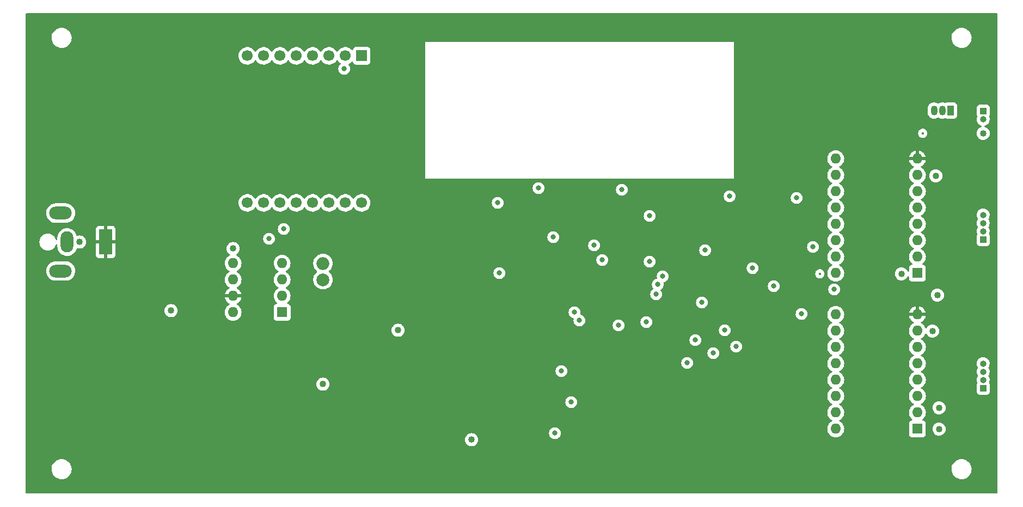
<source format=gbr>
%TF.GenerationSoftware,KiCad,Pcbnew,(6.0.11-0)*%
%TF.CreationDate,2024-05-25T22:05:18+02:00*%
%TF.ProjectId,The Mechanical Turk,54686520-4d65-4636-9861-6e6963616c20,rev?*%
%TF.SameCoordinates,Original*%
%TF.FileFunction,Copper,L2,Inr*%
%TF.FilePolarity,Positive*%
%FSLAX46Y46*%
G04 Gerber Fmt 4.6, Leading zero omitted, Abs format (unit mm)*
G04 Created by KiCad (PCBNEW (6.0.11-0)) date 2024-05-25 22:05:18*
%MOMM*%
%LPD*%
G01*
G04 APERTURE LIST*
%TA.AperFunction,ComponentPad*%
%ADD10R,1.000000X1.000000*%
%TD*%
%TA.AperFunction,ComponentPad*%
%ADD11O,1.000000X1.000000*%
%TD*%
%TA.AperFunction,ComponentPad*%
%ADD12R,1.600000X1.600000*%
%TD*%
%TA.AperFunction,ComponentPad*%
%ADD13O,1.600000X1.600000*%
%TD*%
%TA.AperFunction,ComponentPad*%
%ADD14R,1.050000X1.500000*%
%TD*%
%TA.AperFunction,ComponentPad*%
%ADD15O,1.050000X1.500000*%
%TD*%
%TA.AperFunction,ComponentPad*%
%ADD16R,2.000000X4.000000*%
%TD*%
%TA.AperFunction,ComponentPad*%
%ADD17O,2.000000X3.300000*%
%TD*%
%TA.AperFunction,ComponentPad*%
%ADD18O,3.500000X2.000000*%
%TD*%
%TA.AperFunction,ComponentPad*%
%ADD19C,2.000000*%
%TD*%
%TA.AperFunction,ComponentPad*%
%ADD20O,2.000000X2.000000*%
%TD*%
%TA.AperFunction,ComponentPad*%
%ADD21C,1.700000*%
%TD*%
%TA.AperFunction,ComponentPad*%
%ADD22R,1.700000X1.700000*%
%TD*%
%TA.AperFunction,ViaPad*%
%ADD23C,0.800000*%
%TD*%
%TA.AperFunction,ViaPad*%
%ADD24C,1.016000*%
%TD*%
%TA.AperFunction,ViaPad*%
%ADD25C,0.406400*%
%TD*%
G04 APERTURE END LIST*
D10*
%TO.N,Net-(A1-Pad3)*%
%TO.C,J2*%
X226622000Y-122550000D03*
D11*
%TO.N,Net-(A1-Pad4)*%
X226622000Y-121280000D03*
%TO.N,Net-(A1-Pad5)*%
X226622000Y-120010000D03*
%TO.N,Net-(A1-Pad6)*%
X226622000Y-118740000D03*
%TD*%
D10*
%TO.N,Net-(A2-Pad3)*%
%TO.C,J3*%
X226622000Y-99436000D03*
D11*
%TO.N,Net-(A2-Pad4)*%
X226622000Y-98166000D03*
%TO.N,Net-(A2-Pad5)*%
X226622000Y-96896000D03*
%TO.N,Net-(A2-Pad6)*%
X226622000Y-95626000D03*
%TD*%
D12*
%TO.N,GND*%
%TO.C,A1*%
X216398000Y-128854000D03*
D13*
%TO.N,+3.3V*%
X216398000Y-126314000D03*
%TO.N,Net-(A1-Pad3)*%
X216398000Y-123774000D03*
%TO.N,Net-(A1-Pad4)*%
X216398000Y-121234000D03*
%TO.N,Net-(A1-Pad5)*%
X216398000Y-118694000D03*
%TO.N,Net-(A1-Pad6)*%
X216398000Y-116154000D03*
%TO.N,GND*%
X216398000Y-113614000D03*
%TO.N,+12V*%
X216398000Y-111074000D03*
%TO.N,Net-(A1-Pad9)*%
X203698000Y-111074000D03*
%TO.N,Net-(A1-Pad10)*%
X203698000Y-113614000D03*
%TO.N,Net-(A1-Pad11)*%
X203698000Y-116154000D03*
%TO.N,Net-(A1-Pad12)*%
X203698000Y-118694000D03*
%TO.N,Net-(A1-Pad13)*%
X203698000Y-121234000D03*
X203698000Y-123774000D03*
%TO.N,Net-(A1-Pad15)*%
X203698000Y-126314000D03*
%TO.N,Net-(A1-Pad16)*%
X203698000Y-128854000D03*
%TD*%
D14*
%TO.N,Net-(J4-Pad1)*%
%TO.C,Q1*%
X221542000Y-79370000D03*
D15*
%TO.N,IO16*%
X220272000Y-79370000D03*
%TO.N,Net-(Q1-Pad3)*%
X219002000Y-79370000D03*
%TD*%
D12*
%TO.N,unconnected-(U1-Pad1)*%
%TO.C,U1*%
X117602000Y-110744000D03*
D13*
%TO.N,unconnected-(U1-Pad2)*%
X117602000Y-108204000D03*
%TO.N,unconnected-(U1-Pad3)*%
X117602000Y-105664000D03*
%TO.N,+3.3V*%
X117602000Y-103124000D03*
%TO.N,GND*%
X109982000Y-103124000D03*
X109982000Y-105664000D03*
%TO.N,+12V*%
X109982000Y-108204000D03*
%TO.N,Net-(D1-Pad1)*%
X109982000Y-110744000D03*
%TD*%
D16*
%TO.N,+12V*%
%TO.C,J1*%
X90170000Y-99822000D03*
D17*
%TO.N,GND*%
X84170000Y-99822000D03*
D18*
%TO.N,N/C*%
X83170000Y-95322000D03*
X83170000Y-104322000D03*
%TD*%
D19*
%TO.N,Net-(D1-Pad1)*%
%TO.C,L1*%
X123952000Y-105672000D03*
D20*
%TO.N,+3.3V*%
X123952000Y-103132000D03*
%TD*%
D12*
%TO.N,GND*%
%TO.C,A2*%
X216398000Y-104648000D03*
D13*
%TO.N,+3.3V*%
X216398000Y-102108000D03*
%TO.N,Net-(A2-Pad3)*%
X216398000Y-99568000D03*
%TO.N,Net-(A2-Pad4)*%
X216398000Y-97028000D03*
%TO.N,Net-(A2-Pad5)*%
X216398000Y-94488000D03*
%TO.N,Net-(A2-Pad6)*%
X216398000Y-91948000D03*
%TO.N,GND*%
X216398000Y-89408000D03*
%TO.N,+12V*%
X216398000Y-86868000D03*
%TO.N,Net-(A2-Pad9)*%
X203698000Y-86868000D03*
%TO.N,Net-(A2-Pad10)*%
X203698000Y-89408000D03*
%TO.N,Net-(A2-Pad11)*%
X203698000Y-91948000D03*
%TO.N,Net-(A2-Pad12)*%
X203698000Y-94488000D03*
%TO.N,Net-(A2-Pad13)*%
X203698000Y-97028000D03*
X203698000Y-99568000D03*
%TO.N,Net-(A2-Pad15)*%
X203698000Y-102108000D03*
%TO.N,Net-(A2-Pad16)*%
X203698000Y-104648000D03*
%TD*%
D10*
%TO.N,Net-(J4-Pad1)*%
%TO.C,J4*%
X226622000Y-79482000D03*
D11*
%TO.N,GND*%
X226622000Y-80752000D03*
%TD*%
D21*
%TO.N,+3.3V*%
%TO.C,G1*%
X129974000Y-93728500D03*
%TO.N,unconnected-(G1-Pad15)*%
X127434000Y-93728500D03*
%TO.N,unconnected-(G1-Pad14)*%
X124894000Y-93728500D03*
%TO.N,N/C*%
X122354000Y-93728500D03*
%TO.N,unconnected-(G1-Pad12)*%
X119814000Y-93728500D03*
%TO.N,RX*%
X117274000Y-93728500D03*
%TO.N,TX*%
X114734000Y-93728500D03*
%TO.N,N/C*%
X112194000Y-93728500D03*
%TO.N,unconnected-(G1-Pad8)*%
X112194000Y-70868500D03*
%TO.N,unconnected-(G1-Pad7)*%
X114734000Y-70868500D03*
%TO.N,unconnected-(G1-Pad6)*%
X117274000Y-70868500D03*
%TO.N,unconnected-(G1-Pad5)*%
X119814000Y-70868500D03*
%TO.N,unconnected-(G1-Pad4)*%
X122354000Y-70868500D03*
%TO.N,unconnected-(G1-Pad3)*%
X124894000Y-70868500D03*
%TO.N,GND*%
X127434000Y-70868500D03*
D22*
%TO.N,unconnected-(G1-Pad1)*%
X129974000Y-70868500D03*
%TD*%
D23*
%TO.N,Net-(A1-Pad11)*%
X176022000Y-106426000D03*
X181864000Y-115062000D03*
%TO.N,Net-(A1-Pad10)*%
X176784000Y-105156000D03*
X186436000Y-113538000D03*
%TO.N,Net-(A1-Pad9)*%
X194056000Y-106680000D03*
X174752000Y-95758000D03*
X190754000Y-103886000D03*
X198374000Y-110998000D03*
%TO.N,Net-(A1-Pad12)*%
X175768000Y-107950000D03*
X180594000Y-118618000D03*
%TO.N,Net-(A2-Pad9)*%
X182880000Y-109220000D03*
X197612000Y-92964000D03*
%TO.N,Net-(A1-Pad15)*%
X161036000Y-119888000D03*
X163068000Y-110744000D03*
%TO.N,Net-(A1-Pad16)*%
X163830000Y-112014000D03*
X162560000Y-124714000D03*
%TO.N,+3.3V*%
X151384000Y-104648000D03*
X174752000Y-102870000D03*
%TO.N,Net-(A2-Pad11)*%
X188214000Y-116078000D03*
X203454000Y-107188000D03*
%TO.N,Net-(A2-Pad12)*%
X200152000Y-100584000D03*
X184658000Y-117094000D03*
%TO.N,IO16*%
X160020000Y-129540000D03*
%TO.N,GND*%
X187198000Y-92710000D03*
X183388000Y-101092000D03*
%TO.N,Net-(A2-Pad16)*%
X174244000Y-112268000D03*
%TO.N,GND*%
X157480000Y-91440000D03*
D24*
X100330000Y-110490000D03*
X213922000Y-104770000D03*
D23*
X159766000Y-99060000D03*
D24*
X147066000Y-130556000D03*
D23*
X151130000Y-93726000D03*
D24*
X86106000Y-99822000D03*
X219764000Y-128900000D03*
D23*
X127254000Y-72898000D03*
D24*
X123952000Y-121920000D03*
X135636000Y-113538000D03*
X219256000Y-89530000D03*
X218748000Y-113660000D03*
X109982000Y-100838000D03*
D23*
X169926000Y-112776000D03*
X170434000Y-91694000D03*
D24*
X226622000Y-82926000D03*
%TO.N,+3.3V*%
X219764000Y-125598000D03*
X219510000Y-108072000D03*
%TO.N,+12V*%
X219256000Y-86736000D03*
X93472000Y-98552000D03*
X218748000Y-111120000D03*
D25*
%TO.N,Net-(A2-Pad16)*%
X201222000Y-104770000D03*
D23*
%TO.N,TX*%
X115570000Y-99314000D03*
X167386000Y-102616000D03*
%TO.N,RX*%
X117856000Y-97790000D03*
X166116000Y-100330000D03*
D25*
%TO.N,IO16*%
X217224000Y-82926000D03*
%TD*%
%TA.AperFunction,Conductor*%
%TO.N,+12V*%
G36*
X228795621Y-64282502D02*
G01*
X228842114Y-64336158D01*
X228853500Y-64388500D01*
X228853500Y-138811500D01*
X228833498Y-138879621D01*
X228779842Y-138926114D01*
X228727500Y-138937500D01*
X77850500Y-138937500D01*
X77782379Y-138917498D01*
X77735886Y-138863842D01*
X77724500Y-138811500D01*
X77724500Y-135182568D01*
X81749382Y-135182568D01*
X81778208Y-135431699D01*
X81779587Y-135436573D01*
X81779588Y-135436577D01*
X81818526Y-135574181D01*
X81846494Y-135673017D01*
X81848628Y-135677592D01*
X81848630Y-135677599D01*
X81950347Y-135895731D01*
X81952484Y-135900313D01*
X81955326Y-135904494D01*
X81955326Y-135904495D01*
X82090605Y-136103552D01*
X82090608Y-136103556D01*
X82093451Y-136107739D01*
X82096928Y-136111416D01*
X82096929Y-136111417D01*
X82197238Y-136217491D01*
X82265767Y-136289959D01*
X82269793Y-136293037D01*
X82269794Y-136293038D01*
X82460981Y-136439212D01*
X82460985Y-136439215D01*
X82465001Y-136442285D01*
X82686026Y-136560797D01*
X82690807Y-136562443D01*
X82690811Y-136562445D01*
X82916538Y-136640169D01*
X82923156Y-136642448D01*
X83026689Y-136660331D01*
X83166380Y-136684460D01*
X83166386Y-136684461D01*
X83170290Y-136685135D01*
X83174251Y-136685315D01*
X83174252Y-136685315D01*
X83198931Y-136686436D01*
X83198950Y-136686436D01*
X83200350Y-136686500D01*
X83375015Y-136686500D01*
X83377523Y-136686298D01*
X83377528Y-136686298D01*
X83556944Y-136671863D01*
X83556949Y-136671862D01*
X83561985Y-136671457D01*
X83566893Y-136670252D01*
X83566896Y-136670251D01*
X83800625Y-136612841D01*
X83805539Y-136611634D01*
X83810191Y-136609659D01*
X83810195Y-136609658D01*
X84031741Y-136515617D01*
X84031742Y-136515617D01*
X84036396Y-136513641D01*
X84248615Y-136380000D01*
X84436738Y-136214147D01*
X84595924Y-136020351D01*
X84722078Y-135803596D01*
X84811955Y-135569461D01*
X84863241Y-135323967D01*
X84869662Y-135182568D01*
X221703382Y-135182568D01*
X221732208Y-135431699D01*
X221733587Y-135436573D01*
X221733588Y-135436577D01*
X221772526Y-135574181D01*
X221800494Y-135673017D01*
X221802628Y-135677592D01*
X221802630Y-135677599D01*
X221904347Y-135895731D01*
X221906484Y-135900313D01*
X221909326Y-135904494D01*
X221909326Y-135904495D01*
X222044605Y-136103552D01*
X222044608Y-136103556D01*
X222047451Y-136107739D01*
X222050928Y-136111416D01*
X222050929Y-136111417D01*
X222151238Y-136217491D01*
X222219767Y-136289959D01*
X222223793Y-136293037D01*
X222223794Y-136293038D01*
X222414981Y-136439212D01*
X222414985Y-136439215D01*
X222419001Y-136442285D01*
X222640026Y-136560797D01*
X222644807Y-136562443D01*
X222644811Y-136562445D01*
X222870538Y-136640169D01*
X222877156Y-136642448D01*
X222980689Y-136660331D01*
X223120380Y-136684460D01*
X223120386Y-136684461D01*
X223124290Y-136685135D01*
X223128251Y-136685315D01*
X223128252Y-136685315D01*
X223152931Y-136686436D01*
X223152950Y-136686436D01*
X223154350Y-136686500D01*
X223329015Y-136686500D01*
X223331523Y-136686298D01*
X223331528Y-136686298D01*
X223510944Y-136671863D01*
X223510949Y-136671862D01*
X223515985Y-136671457D01*
X223520893Y-136670252D01*
X223520896Y-136670251D01*
X223754625Y-136612841D01*
X223759539Y-136611634D01*
X223764191Y-136609659D01*
X223764195Y-136609658D01*
X223985741Y-136515617D01*
X223985742Y-136515617D01*
X223990396Y-136513641D01*
X224202615Y-136380000D01*
X224390738Y-136214147D01*
X224549924Y-136020351D01*
X224676078Y-135803596D01*
X224765955Y-135569461D01*
X224817241Y-135323967D01*
X224828618Y-135073432D01*
X224799792Y-134824301D01*
X224760810Y-134686539D01*
X224732884Y-134587852D01*
X224732883Y-134587850D01*
X224731506Y-134582983D01*
X224729372Y-134578408D01*
X224729370Y-134578401D01*
X224627653Y-134360269D01*
X224627651Y-134360265D01*
X224625516Y-134355687D01*
X224622674Y-134351505D01*
X224487395Y-134152448D01*
X224487392Y-134152444D01*
X224484549Y-134148261D01*
X224383925Y-134041853D01*
X224315713Y-133969721D01*
X224312233Y-133966041D01*
X224308206Y-133962962D01*
X224117019Y-133816788D01*
X224117015Y-133816785D01*
X224112999Y-133813715D01*
X223891974Y-133695203D01*
X223887193Y-133693557D01*
X223887189Y-133693555D01*
X223659633Y-133615201D01*
X223654844Y-133613552D01*
X223551311Y-133595669D01*
X223411620Y-133571540D01*
X223411614Y-133571539D01*
X223407710Y-133570865D01*
X223403749Y-133570685D01*
X223403748Y-133570685D01*
X223379069Y-133569564D01*
X223379050Y-133569564D01*
X223377650Y-133569500D01*
X223202985Y-133569500D01*
X223200477Y-133569702D01*
X223200472Y-133569702D01*
X223021056Y-133584137D01*
X223021051Y-133584138D01*
X223016015Y-133584543D01*
X223011107Y-133585748D01*
X223011104Y-133585749D01*
X222779326Y-133642680D01*
X222772461Y-133644366D01*
X222767809Y-133646341D01*
X222767805Y-133646342D01*
X222647061Y-133697595D01*
X222541604Y-133742359D01*
X222329385Y-133876000D01*
X222141262Y-134041853D01*
X221982076Y-134235649D01*
X221855922Y-134452404D01*
X221766045Y-134686539D01*
X221714759Y-134932033D01*
X221703382Y-135182568D01*
X84869662Y-135182568D01*
X84874618Y-135073432D01*
X84845792Y-134824301D01*
X84806810Y-134686539D01*
X84778884Y-134587852D01*
X84778883Y-134587850D01*
X84777506Y-134582983D01*
X84775372Y-134578408D01*
X84775370Y-134578401D01*
X84673653Y-134360269D01*
X84673651Y-134360265D01*
X84671516Y-134355687D01*
X84668674Y-134351505D01*
X84533395Y-134152448D01*
X84533392Y-134152444D01*
X84530549Y-134148261D01*
X84429925Y-134041853D01*
X84361713Y-133969721D01*
X84358233Y-133966041D01*
X84354206Y-133962962D01*
X84163019Y-133816788D01*
X84163015Y-133816785D01*
X84158999Y-133813715D01*
X83937974Y-133695203D01*
X83933193Y-133693557D01*
X83933189Y-133693555D01*
X83705633Y-133615201D01*
X83700844Y-133613552D01*
X83597311Y-133595669D01*
X83457620Y-133571540D01*
X83457614Y-133571539D01*
X83453710Y-133570865D01*
X83449749Y-133570685D01*
X83449748Y-133570685D01*
X83425069Y-133569564D01*
X83425050Y-133569564D01*
X83423650Y-133569500D01*
X83248985Y-133569500D01*
X83246477Y-133569702D01*
X83246472Y-133569702D01*
X83067056Y-133584137D01*
X83067051Y-133584138D01*
X83062015Y-133584543D01*
X83057107Y-133585748D01*
X83057104Y-133585749D01*
X82825326Y-133642680D01*
X82818461Y-133644366D01*
X82813809Y-133646341D01*
X82813805Y-133646342D01*
X82693061Y-133697595D01*
X82587604Y-133742359D01*
X82375385Y-133876000D01*
X82187262Y-134041853D01*
X82028076Y-134235649D01*
X81901922Y-134452404D01*
X81812045Y-134686539D01*
X81760759Y-134932033D01*
X81749382Y-135182568D01*
X77724500Y-135182568D01*
X77724500Y-130541739D01*
X146044682Y-130541739D01*
X146061362Y-130740386D01*
X146116310Y-130932009D01*
X146207430Y-131109311D01*
X146331253Y-131265537D01*
X146483063Y-131394737D01*
X146488441Y-131397743D01*
X146488443Y-131397744D01*
X146530397Y-131421191D01*
X146657076Y-131491989D01*
X146662935Y-131493893D01*
X146662938Y-131493894D01*
X146698701Y-131505514D01*
X146846665Y-131553591D01*
X146852775Y-131554320D01*
X146852777Y-131554320D01*
X146920314Y-131562373D01*
X147044609Y-131577194D01*
X147050744Y-131576722D01*
X147050746Y-131576722D01*
X147237226Y-131562373D01*
X147237231Y-131562372D01*
X147243367Y-131561900D01*
X147249297Y-131560244D01*
X147249299Y-131560244D01*
X147339369Y-131535096D01*
X147435370Y-131508292D01*
X147440870Y-131505514D01*
X147607802Y-131421191D01*
X147607804Y-131421190D01*
X147613303Y-131418412D01*
X147770390Y-131295682D01*
X147792962Y-131269532D01*
X147896618Y-131149446D01*
X147896619Y-131149444D01*
X147900647Y-131144778D01*
X147999112Y-130971448D01*
X148062035Y-130782294D01*
X148068105Y-130734247D01*
X148086578Y-130588023D01*
X148086579Y-130588013D01*
X148087020Y-130584520D01*
X148087418Y-130556000D01*
X148067965Y-130357606D01*
X148066184Y-130351707D01*
X148066183Y-130351702D01*
X148012129Y-130172667D01*
X148010348Y-130166768D01*
X147930854Y-130017261D01*
X147919655Y-129996198D01*
X147919653Y-129996195D01*
X147916761Y-129990756D01*
X147912871Y-129985986D01*
X147912868Y-129985982D01*
X147794663Y-129841049D01*
X147794660Y-129841046D01*
X147790768Y-129836274D01*
X147637170Y-129709206D01*
X147461815Y-129614392D01*
X147271385Y-129555444D01*
X147265260Y-129554800D01*
X147265259Y-129554800D01*
X147124444Y-129540000D01*
X159106496Y-129540000D01*
X159107186Y-129546565D01*
X159123451Y-129701314D01*
X159126458Y-129729928D01*
X159185473Y-129911556D01*
X159188776Y-129917278D01*
X159188777Y-129917279D01*
X159221649Y-129974215D01*
X159280960Y-130076944D01*
X159285378Y-130081851D01*
X159285379Y-130081852D01*
X159357995Y-130162500D01*
X159408747Y-130218866D01*
X159563248Y-130331118D01*
X159569276Y-130333802D01*
X159569278Y-130333803D01*
X159731681Y-130406109D01*
X159737712Y-130408794D01*
X159831113Y-130428647D01*
X159918056Y-130447128D01*
X159918061Y-130447128D01*
X159924513Y-130448500D01*
X160115487Y-130448500D01*
X160121939Y-130447128D01*
X160121944Y-130447128D01*
X160208887Y-130428647D01*
X160302288Y-130408794D01*
X160308319Y-130406109D01*
X160470722Y-130333803D01*
X160470724Y-130333802D01*
X160476752Y-130331118D01*
X160631253Y-130218866D01*
X160682005Y-130162500D01*
X160754621Y-130081852D01*
X160754622Y-130081851D01*
X160759040Y-130076944D01*
X160818351Y-129974215D01*
X160851223Y-129917279D01*
X160851224Y-129917278D01*
X160854527Y-129911556D01*
X160913542Y-129729928D01*
X160916550Y-129701314D01*
X160932814Y-129546565D01*
X160933504Y-129540000D01*
X160930430Y-129510749D01*
X160914232Y-129356635D01*
X160914232Y-129356633D01*
X160913542Y-129350072D01*
X160854527Y-129168444D01*
X160759040Y-129003056D01*
X160658940Y-128891883D01*
X160635675Y-128866045D01*
X160635674Y-128866044D01*
X160631253Y-128861134D01*
X160621434Y-128854000D01*
X202384502Y-128854000D01*
X202404457Y-129082087D01*
X202405881Y-129087400D01*
X202405881Y-129087402D01*
X202456419Y-129276009D01*
X202463716Y-129303243D01*
X202466039Y-129308224D01*
X202466039Y-129308225D01*
X202558151Y-129505762D01*
X202558154Y-129505767D01*
X202560477Y-129510749D01*
X202691802Y-129698300D01*
X202853700Y-129860198D01*
X202858208Y-129863355D01*
X202858211Y-129863357D01*
X202921812Y-129907891D01*
X203041251Y-129991523D01*
X203046233Y-129993846D01*
X203046238Y-129993849D01*
X203224438Y-130076944D01*
X203248757Y-130088284D01*
X203254065Y-130089706D01*
X203254067Y-130089707D01*
X203464598Y-130146119D01*
X203464600Y-130146119D01*
X203469913Y-130147543D01*
X203698000Y-130167498D01*
X203926087Y-130147543D01*
X203931400Y-130146119D01*
X203931402Y-130146119D01*
X204141933Y-130089707D01*
X204141935Y-130089706D01*
X204147243Y-130088284D01*
X204171562Y-130076944D01*
X204349762Y-129993849D01*
X204349767Y-129993846D01*
X204354749Y-129991523D01*
X204474188Y-129907891D01*
X204537789Y-129863357D01*
X204537792Y-129863355D01*
X204542300Y-129860198D01*
X204704198Y-129698300D01*
X204835523Y-129510749D01*
X204837846Y-129505767D01*
X204837849Y-129505762D01*
X204929961Y-129308225D01*
X204929961Y-129308224D01*
X204932284Y-129303243D01*
X204939582Y-129276009D01*
X204990119Y-129087402D01*
X204990119Y-129087400D01*
X204991543Y-129082087D01*
X205011498Y-128854000D01*
X204991543Y-128625913D01*
X204990119Y-128620598D01*
X204933707Y-128410067D01*
X204933706Y-128410065D01*
X204932284Y-128404757D01*
X204897416Y-128329982D01*
X204837849Y-128202238D01*
X204837846Y-128202233D01*
X204835523Y-128197251D01*
X204762098Y-128092389D01*
X204707357Y-128014211D01*
X204707355Y-128014208D01*
X204704198Y-128009700D01*
X204542300Y-127847802D01*
X204537792Y-127844645D01*
X204537789Y-127844643D01*
X204459611Y-127789902D01*
X204354749Y-127716477D01*
X204349767Y-127714154D01*
X204349762Y-127714151D01*
X204315543Y-127698195D01*
X204262258Y-127651278D01*
X204242797Y-127583001D01*
X204263339Y-127515041D01*
X204315543Y-127469805D01*
X204349762Y-127453849D01*
X204349767Y-127453846D01*
X204354749Y-127451523D01*
X204523289Y-127333510D01*
X204537789Y-127323357D01*
X204537792Y-127323355D01*
X204542300Y-127320198D01*
X204704198Y-127158300D01*
X204835523Y-126970749D01*
X204837846Y-126965767D01*
X204837849Y-126965762D01*
X204929961Y-126768225D01*
X204929961Y-126768224D01*
X204932284Y-126763243D01*
X204971078Y-126618465D01*
X204990119Y-126547402D01*
X204990119Y-126547400D01*
X204991543Y-126542087D01*
X205011498Y-126314000D01*
X215084502Y-126314000D01*
X215104457Y-126542087D01*
X215105881Y-126547400D01*
X215105881Y-126547402D01*
X215124923Y-126618465D01*
X215163716Y-126763243D01*
X215166039Y-126768224D01*
X215166039Y-126768225D01*
X215258151Y-126965762D01*
X215258154Y-126965767D01*
X215260477Y-126970749D01*
X215391802Y-127158300D01*
X215553700Y-127320198D01*
X215558211Y-127323357D01*
X215562424Y-127326892D01*
X215561473Y-127328026D01*
X215601471Y-127378071D01*
X215608776Y-127448690D01*
X215576742Y-127512049D01*
X215515538Y-127548030D01*
X215498483Y-127551082D01*
X215487684Y-127552255D01*
X215351295Y-127603385D01*
X215234739Y-127690739D01*
X215147385Y-127807295D01*
X215096255Y-127943684D01*
X215089500Y-128005866D01*
X215089500Y-129702134D01*
X215096255Y-129764316D01*
X215147385Y-129900705D01*
X215234739Y-130017261D01*
X215351295Y-130104615D01*
X215487684Y-130155745D01*
X215549866Y-130162500D01*
X217246134Y-130162500D01*
X217308316Y-130155745D01*
X217444705Y-130104615D01*
X217561261Y-130017261D01*
X217648615Y-129900705D01*
X217699745Y-129764316D01*
X217706500Y-129702134D01*
X217706500Y-128885739D01*
X218742682Y-128885739D01*
X218759362Y-129084386D01*
X218814310Y-129276009D01*
X218905430Y-129453311D01*
X219029253Y-129609537D01*
X219181063Y-129738737D01*
X219186441Y-129741743D01*
X219186443Y-129741744D01*
X219294972Y-129802398D01*
X219355076Y-129835989D01*
X219360935Y-129837893D01*
X219360938Y-129837894D01*
X219396701Y-129849514D01*
X219544665Y-129897591D01*
X219550775Y-129898320D01*
X219550777Y-129898320D01*
X219618314Y-129906373D01*
X219742609Y-129921194D01*
X219748744Y-129920722D01*
X219748746Y-129920722D01*
X219935226Y-129906373D01*
X219935231Y-129906372D01*
X219941367Y-129905900D01*
X219947297Y-129904244D01*
X219947299Y-129904244D01*
X220093739Y-129863357D01*
X220133370Y-129852292D01*
X220138870Y-129849514D01*
X220305802Y-129765191D01*
X220305804Y-129765190D01*
X220311303Y-129762412D01*
X220468390Y-129639682D01*
X220490962Y-129613532D01*
X220594618Y-129493446D01*
X220594619Y-129493444D01*
X220598647Y-129488778D01*
X220697112Y-129315448D01*
X220760035Y-129126294D01*
X220766312Y-129076607D01*
X220784578Y-128932023D01*
X220784579Y-128932013D01*
X220785020Y-128928520D01*
X220785418Y-128900000D01*
X220765965Y-128701606D01*
X220764184Y-128695707D01*
X220764183Y-128695702D01*
X220710129Y-128516667D01*
X220708348Y-128510768D01*
X220661555Y-128422762D01*
X220617655Y-128340198D01*
X220617653Y-128340195D01*
X220614761Y-128334756D01*
X220610871Y-128329986D01*
X220610868Y-128329982D01*
X220492663Y-128185049D01*
X220492660Y-128185046D01*
X220488768Y-128180274D01*
X220335170Y-128053206D01*
X220159815Y-127958392D01*
X219969385Y-127899444D01*
X219963260Y-127898800D01*
X219963259Y-127898800D01*
X219777260Y-127879251D01*
X219777258Y-127879251D01*
X219771131Y-127878607D01*
X219648252Y-127889790D01*
X219578746Y-127896115D01*
X219578745Y-127896115D01*
X219572605Y-127896674D01*
X219566691Y-127898415D01*
X219566689Y-127898415D01*
X219438020Y-127936285D01*
X219381370Y-127952958D01*
X219204709Y-128045314D01*
X219199909Y-128049174D01*
X219199908Y-128049174D01*
X219194893Y-128053206D01*
X219049351Y-128170225D01*
X218921214Y-128322933D01*
X218825179Y-128497621D01*
X218764902Y-128687635D01*
X218742682Y-128885739D01*
X217706500Y-128885739D01*
X217706500Y-128005866D01*
X217699745Y-127943684D01*
X217648615Y-127807295D01*
X217561261Y-127690739D01*
X217444705Y-127603385D01*
X217308316Y-127552255D01*
X217297526Y-127551083D01*
X217295394Y-127550197D01*
X217292778Y-127549575D01*
X217292879Y-127549152D01*
X217231965Y-127523845D01*
X217191537Y-127465483D01*
X217189078Y-127394529D01*
X217225371Y-127333510D01*
X217234031Y-127326511D01*
X217237793Y-127323354D01*
X217242300Y-127320198D01*
X217404198Y-127158300D01*
X217535523Y-126970749D01*
X217537846Y-126965767D01*
X217537849Y-126965762D01*
X217629961Y-126768225D01*
X217629961Y-126768224D01*
X217632284Y-126763243D01*
X217671078Y-126618465D01*
X217690119Y-126547402D01*
X217690119Y-126547400D01*
X217691543Y-126542087D01*
X217711498Y-126314000D01*
X217691543Y-126085913D01*
X217632284Y-125864757D01*
X217593874Y-125782386D01*
X217537849Y-125662238D01*
X217537846Y-125662233D01*
X217535523Y-125657251D01*
X217484049Y-125583739D01*
X218742682Y-125583739D01*
X218759362Y-125782386D01*
X218814310Y-125974009D01*
X218905430Y-126151311D01*
X219029253Y-126307537D01*
X219181063Y-126436737D01*
X219186441Y-126439743D01*
X219186443Y-126439744D01*
X219228397Y-126463191D01*
X219355076Y-126533989D01*
X219360935Y-126535893D01*
X219360938Y-126535894D01*
X219396356Y-126547402D01*
X219544665Y-126595591D01*
X219550775Y-126596320D01*
X219550777Y-126596320D01*
X219618314Y-126604373D01*
X219742609Y-126619194D01*
X219748744Y-126618722D01*
X219748746Y-126618722D01*
X219935226Y-126604373D01*
X219935231Y-126604372D01*
X219941367Y-126603900D01*
X219947297Y-126602244D01*
X219947299Y-126602244D01*
X220037369Y-126577096D01*
X220133370Y-126550292D01*
X220138870Y-126547514D01*
X220305802Y-126463191D01*
X220305804Y-126463190D01*
X220311303Y-126460412D01*
X220468390Y-126337682D01*
X220493558Y-126308525D01*
X220594618Y-126191446D01*
X220594619Y-126191444D01*
X220598647Y-126186778D01*
X220697112Y-126013448D01*
X220760035Y-125824294D01*
X220781138Y-125657251D01*
X220784578Y-125630023D01*
X220784579Y-125630013D01*
X220785020Y-125626520D01*
X220785418Y-125598000D01*
X220765965Y-125399606D01*
X220764184Y-125393707D01*
X220764183Y-125393702D01*
X220710129Y-125214667D01*
X220708348Y-125208768D01*
X220639730Y-125079716D01*
X220617655Y-125038198D01*
X220617653Y-125038195D01*
X220614761Y-125032756D01*
X220610871Y-125027986D01*
X220610868Y-125027982D01*
X220492663Y-124883049D01*
X220492660Y-124883046D01*
X220488768Y-124878274D01*
X220335170Y-124751206D01*
X220159815Y-124656392D01*
X219969385Y-124597444D01*
X219963260Y-124596800D01*
X219963259Y-124596800D01*
X219777260Y-124577251D01*
X219777258Y-124577251D01*
X219771131Y-124576607D01*
X219648252Y-124587790D01*
X219578746Y-124594115D01*
X219578745Y-124594115D01*
X219572605Y-124594674D01*
X219566691Y-124596415D01*
X219566689Y-124596415D01*
X219436539Y-124634721D01*
X219381370Y-124650958D01*
X219204709Y-124743314D01*
X219199909Y-124747174D01*
X219199908Y-124747174D01*
X219194893Y-124751206D01*
X219049351Y-124868225D01*
X218921214Y-125020933D01*
X218825179Y-125195621D01*
X218764902Y-125385635D01*
X218742682Y-125583739D01*
X217484049Y-125583739D01*
X217404198Y-125469700D01*
X217242300Y-125307802D01*
X217237792Y-125304645D01*
X217237789Y-125304643D01*
X217152932Y-125245226D01*
X217054749Y-125176477D01*
X217049767Y-125174154D01*
X217049762Y-125174151D01*
X217015543Y-125158195D01*
X216962258Y-125111278D01*
X216942797Y-125043001D01*
X216963339Y-124975041D01*
X217015543Y-124929805D01*
X217049762Y-124913849D01*
X217049767Y-124913846D01*
X217054749Y-124911523D01*
X217159611Y-124838098D01*
X217237789Y-124783357D01*
X217237792Y-124783355D01*
X217242300Y-124780198D01*
X217404198Y-124618300D01*
X217433001Y-124577166D01*
X217532366Y-124435257D01*
X217535523Y-124430749D01*
X217537846Y-124425767D01*
X217537849Y-124425762D01*
X217629961Y-124228225D01*
X217629961Y-124228224D01*
X217632284Y-124223243D01*
X217683729Y-124031251D01*
X217690119Y-124007402D01*
X217690119Y-124007400D01*
X217691543Y-124002087D01*
X217711498Y-123774000D01*
X217691543Y-123545913D01*
X217680250Y-123503767D01*
X217633707Y-123330067D01*
X217633706Y-123330065D01*
X217632284Y-123324757D01*
X217559055Y-123167715D01*
X217537849Y-123122238D01*
X217537846Y-123122233D01*
X217535523Y-123117251D01*
X217462098Y-123012389D01*
X217407357Y-122934211D01*
X217407355Y-122934208D01*
X217404198Y-122929700D01*
X217242300Y-122767802D01*
X217237792Y-122764645D01*
X217237789Y-122764643D01*
X217081228Y-122655018D01*
X217054749Y-122636477D01*
X217049767Y-122634154D01*
X217049762Y-122634151D01*
X217015543Y-122618195D01*
X216962258Y-122571278D01*
X216942797Y-122503001D01*
X216963339Y-122435041D01*
X217015543Y-122389805D01*
X217049762Y-122373849D01*
X217049767Y-122373846D01*
X217054749Y-122371523D01*
X217162594Y-122296009D01*
X217237789Y-122243357D01*
X217237792Y-122243355D01*
X217242300Y-122240198D01*
X217404198Y-122078300D01*
X217535523Y-121890749D01*
X217537846Y-121885767D01*
X217537849Y-121885762D01*
X217629961Y-121688225D01*
X217629961Y-121688224D01*
X217632284Y-121683243D01*
X217691543Y-121462087D01*
X217708711Y-121265851D01*
X225608719Y-121265851D01*
X225609235Y-121271995D01*
X225624737Y-121456607D01*
X225625268Y-121462934D01*
X225679783Y-121653050D01*
X225686150Y-121665438D01*
X225699496Y-121735165D01*
X225679300Y-121787266D01*
X225681079Y-121788240D01*
X225676771Y-121796108D01*
X225671385Y-121803295D01*
X225620255Y-121939684D01*
X225613500Y-122001866D01*
X225613500Y-123098134D01*
X225620255Y-123160316D01*
X225671385Y-123296705D01*
X225758739Y-123413261D01*
X225875295Y-123500615D01*
X226011684Y-123551745D01*
X226073866Y-123558500D01*
X227170134Y-123558500D01*
X227232316Y-123551745D01*
X227368705Y-123500615D01*
X227485261Y-123413261D01*
X227572615Y-123296705D01*
X227623745Y-123160316D01*
X227630500Y-123098134D01*
X227630500Y-122001866D01*
X227623745Y-121939684D01*
X227572615Y-121803295D01*
X227567229Y-121796109D01*
X227562921Y-121788240D01*
X227564942Y-121787133D01*
X227544506Y-121732443D01*
X227550621Y-121683606D01*
X227603884Y-121523490D01*
X227610197Y-121504513D01*
X227634985Y-121308295D01*
X227635380Y-121280000D01*
X227616080Y-121083167D01*
X227558916Y-120893831D01*
X227466066Y-120719204D01*
X227462167Y-120714424D01*
X227461715Y-120713743D01*
X227440676Y-120645935D01*
X227457105Y-120581775D01*
X227544723Y-120427542D01*
X227544725Y-120427537D01*
X227547769Y-120422179D01*
X227610197Y-120234513D01*
X227634985Y-120038295D01*
X227635380Y-120010000D01*
X227616080Y-119813167D01*
X227558916Y-119623831D01*
X227466066Y-119449204D01*
X227462167Y-119444424D01*
X227461715Y-119443743D01*
X227440676Y-119375935D01*
X227457105Y-119311775D01*
X227544723Y-119157542D01*
X227544725Y-119157537D01*
X227547769Y-119152179D01*
X227610197Y-118964513D01*
X227634985Y-118768295D01*
X227635380Y-118740000D01*
X227616080Y-118543167D01*
X227558916Y-118353831D01*
X227466066Y-118179204D01*
X227386018Y-118081056D01*
X227344960Y-118030713D01*
X227344957Y-118030710D01*
X227341065Y-118025938D01*
X227334724Y-118020692D01*
X227193425Y-117903799D01*
X227193421Y-117903797D01*
X227188675Y-117899870D01*
X227014701Y-117805802D01*
X226825768Y-117747318D01*
X226819643Y-117746674D01*
X226819642Y-117746674D01*
X226635204Y-117727289D01*
X226635202Y-117727289D01*
X226629075Y-117726645D01*
X226546576Y-117734153D01*
X226438251Y-117744011D01*
X226438248Y-117744012D01*
X226432112Y-117744570D01*
X226426206Y-117746308D01*
X226426202Y-117746309D01*
X226352655Y-117767955D01*
X226242381Y-117800410D01*
X226236923Y-117803263D01*
X226236919Y-117803265D01*
X226191745Y-117826882D01*
X226067110Y-117892040D01*
X225912975Y-118015968D01*
X225785846Y-118167474D01*
X225782879Y-118172872D01*
X225782875Y-118172877D01*
X225742432Y-118246444D01*
X225690567Y-118340787D01*
X225688706Y-118346654D01*
X225688705Y-118346656D01*
X225649136Y-118471393D01*
X225630765Y-118529306D01*
X225608719Y-118725851D01*
X225609235Y-118731995D01*
X225624737Y-118916607D01*
X225625268Y-118922934D01*
X225642569Y-118983271D01*
X225676260Y-119100763D01*
X225679783Y-119113050D01*
X225770187Y-119288956D01*
X225774016Y-119293787D01*
X225775839Y-119296088D01*
X225776414Y-119297509D01*
X225777353Y-119298966D01*
X225777076Y-119299144D01*
X225802474Y-119361898D01*
X225789301Y-119431662D01*
X225785846Y-119437474D01*
X225690567Y-119610787D01*
X225688706Y-119616654D01*
X225688705Y-119616656D01*
X225632627Y-119793436D01*
X225630765Y-119799306D01*
X225608719Y-119995851D01*
X225609235Y-120001995D01*
X225617434Y-120099634D01*
X225625268Y-120192934D01*
X225679783Y-120383050D01*
X225770187Y-120558956D01*
X225774016Y-120563787D01*
X225775839Y-120566088D01*
X225776414Y-120567509D01*
X225777353Y-120568966D01*
X225777076Y-120569144D01*
X225802474Y-120631898D01*
X225789301Y-120701662D01*
X225785846Y-120707474D01*
X225690567Y-120880787D01*
X225688706Y-120886654D01*
X225688705Y-120886656D01*
X225649136Y-121011393D01*
X225630765Y-121069306D01*
X225608719Y-121265851D01*
X217708711Y-121265851D01*
X217711498Y-121234000D01*
X217691543Y-121005913D01*
X217667482Y-120916115D01*
X217633707Y-120790067D01*
X217633706Y-120790065D01*
X217632284Y-120784757D01*
X217629961Y-120779775D01*
X217537849Y-120582238D01*
X217537846Y-120582233D01*
X217535523Y-120577251D01*
X217432313Y-120429852D01*
X217407357Y-120394211D01*
X217407355Y-120394208D01*
X217404198Y-120389700D01*
X217242300Y-120227802D01*
X217237792Y-120224645D01*
X217237789Y-120224643D01*
X217159611Y-120169902D01*
X217054749Y-120096477D01*
X217049767Y-120094154D01*
X217049762Y-120094151D01*
X217015543Y-120078195D01*
X216962258Y-120031278D01*
X216942797Y-119963001D01*
X216963339Y-119895041D01*
X217015543Y-119849805D01*
X217049762Y-119833849D01*
X217049767Y-119833846D01*
X217054749Y-119831523D01*
X217159611Y-119758098D01*
X217237789Y-119703357D01*
X217237792Y-119703355D01*
X217242300Y-119700198D01*
X217404198Y-119538300D01*
X217412461Y-119526500D01*
X217497370Y-119405237D01*
X217535523Y-119350749D01*
X217537846Y-119345767D01*
X217537849Y-119345762D01*
X217629961Y-119148225D01*
X217629961Y-119148224D01*
X217632284Y-119143243D01*
X217641963Y-119107123D01*
X217690119Y-118927402D01*
X217690119Y-118927400D01*
X217691543Y-118922087D01*
X217711498Y-118694000D01*
X217691543Y-118465913D01*
X217683162Y-118434635D01*
X217633707Y-118250067D01*
X217633706Y-118250065D01*
X217632284Y-118244757D01*
X217629961Y-118239775D01*
X217537849Y-118042238D01*
X217537846Y-118042233D01*
X217535523Y-118037251D01*
X217404198Y-117849700D01*
X217242300Y-117687802D01*
X217237792Y-117684645D01*
X217237789Y-117684643D01*
X217152932Y-117625226D01*
X217054749Y-117556477D01*
X217049767Y-117554154D01*
X217049762Y-117554151D01*
X217015543Y-117538195D01*
X216962258Y-117491278D01*
X216942797Y-117423001D01*
X216963339Y-117355041D01*
X217015543Y-117309805D01*
X217049762Y-117293849D01*
X217049767Y-117293846D01*
X217054749Y-117291523D01*
X217159611Y-117218098D01*
X217237789Y-117163357D01*
X217237792Y-117163355D01*
X217242300Y-117160198D01*
X217404198Y-116998300D01*
X217412461Y-116986500D01*
X217532366Y-116815257D01*
X217535523Y-116810749D01*
X217537846Y-116805767D01*
X217537849Y-116805762D01*
X217629961Y-116608225D01*
X217629961Y-116608224D01*
X217632284Y-116603243D01*
X217683729Y-116411251D01*
X217690119Y-116387402D01*
X217690119Y-116387400D01*
X217691543Y-116382087D01*
X217711498Y-116154000D01*
X217691543Y-115925913D01*
X217683162Y-115894635D01*
X217633707Y-115710067D01*
X217633706Y-115710065D01*
X217632284Y-115704757D01*
X217558616Y-115546774D01*
X217537849Y-115502238D01*
X217537846Y-115502233D01*
X217535523Y-115497251D01*
X217404198Y-115309700D01*
X217242300Y-115147802D01*
X217237792Y-115144645D01*
X217237789Y-115144643D01*
X217119762Y-115062000D01*
X217054749Y-115016477D01*
X217049767Y-115014154D01*
X217049762Y-115014151D01*
X217015543Y-114998195D01*
X216962258Y-114951278D01*
X216942797Y-114883001D01*
X216963339Y-114815041D01*
X217015543Y-114769805D01*
X217049762Y-114753849D01*
X217049767Y-114753846D01*
X217054749Y-114751523D01*
X217159611Y-114678098D01*
X217237789Y-114623357D01*
X217237792Y-114623355D01*
X217242300Y-114620198D01*
X217404198Y-114458300D01*
X217412461Y-114446500D01*
X217497370Y-114325237D01*
X217535523Y-114270749D01*
X217537847Y-114265764D01*
X217537851Y-114265758D01*
X217609225Y-114112694D01*
X217656142Y-114059408D01*
X217724419Y-114039947D01*
X217792379Y-114060489D01*
X217835487Y-114108349D01*
X217880477Y-114195891D01*
X217889430Y-114213311D01*
X218013253Y-114369537D01*
X218165063Y-114498737D01*
X218170441Y-114501743D01*
X218170443Y-114501744D01*
X218212397Y-114525191D01*
X218339076Y-114595989D01*
X218344935Y-114597893D01*
X218344938Y-114597894D01*
X218380701Y-114609514D01*
X218528665Y-114657591D01*
X218534775Y-114658320D01*
X218534777Y-114658320D01*
X218602314Y-114666373D01*
X218726609Y-114681194D01*
X218732744Y-114680722D01*
X218732746Y-114680722D01*
X218919226Y-114666373D01*
X218919231Y-114666372D01*
X218925367Y-114665900D01*
X218931297Y-114664244D01*
X218931299Y-114664244D01*
X219077739Y-114623357D01*
X219117370Y-114612292D01*
X219122870Y-114609514D01*
X219289802Y-114525191D01*
X219289804Y-114525190D01*
X219295303Y-114522412D01*
X219452390Y-114399682D01*
X219475643Y-114372743D01*
X219578618Y-114253446D01*
X219578619Y-114253444D01*
X219582647Y-114248778D01*
X219681112Y-114075448D01*
X219744035Y-113886294D01*
X219758708Y-113770146D01*
X219768578Y-113692023D01*
X219768579Y-113692013D01*
X219769020Y-113688520D01*
X219769418Y-113660000D01*
X219749965Y-113461606D01*
X219748184Y-113455707D01*
X219748183Y-113455702D01*
X219694129Y-113276667D01*
X219692348Y-113270768D01*
X219639545Y-113171460D01*
X219601655Y-113100198D01*
X219601653Y-113100195D01*
X219598761Y-113094756D01*
X219594871Y-113089986D01*
X219594868Y-113089982D01*
X219476663Y-112945049D01*
X219476660Y-112945046D01*
X219472768Y-112940274D01*
X219319170Y-112813206D01*
X219143815Y-112718392D01*
X218953385Y-112659444D01*
X218947260Y-112658800D01*
X218947259Y-112658800D01*
X218761260Y-112639251D01*
X218761258Y-112639251D01*
X218755131Y-112638607D01*
X218632252Y-112649790D01*
X218562746Y-112656115D01*
X218562745Y-112656115D01*
X218556605Y-112656674D01*
X218550691Y-112658415D01*
X218550689Y-112658415D01*
X218439276Y-112691206D01*
X218365370Y-112712958D01*
X218188709Y-112805314D01*
X218183909Y-112809174D01*
X218183908Y-112809174D01*
X218179219Y-112812944D01*
X218033351Y-112930225D01*
X217905214Y-113082933D01*
X217902247Y-113088330D01*
X217902245Y-113088333D01*
X217856546Y-113171460D01*
X217806201Y-113221519D01*
X217736784Y-113236413D01*
X217670335Y-113211413D01*
X217631936Y-113164010D01*
X217537849Y-112962238D01*
X217537846Y-112962233D01*
X217535523Y-112957251D01*
X217462098Y-112852389D01*
X217407357Y-112774211D01*
X217407355Y-112774208D01*
X217404198Y-112769700D01*
X217242300Y-112607802D01*
X217237792Y-112604645D01*
X217237789Y-112604643D01*
X217112980Y-112517251D01*
X217054749Y-112476477D01*
X217049767Y-112474154D01*
X217049762Y-112474151D01*
X217014951Y-112457919D01*
X216961666Y-112411002D01*
X216942205Y-112342725D01*
X216962747Y-112274765D01*
X217014951Y-112229529D01*
X217049511Y-112213414D01*
X217059007Y-112207931D01*
X217237467Y-112082972D01*
X217245875Y-112075916D01*
X217399916Y-111921875D01*
X217406972Y-111913467D01*
X217531931Y-111735007D01*
X217537414Y-111725511D01*
X217629490Y-111528053D01*
X217633236Y-111517761D01*
X217679394Y-111345497D01*
X217679058Y-111331401D01*
X217671116Y-111328000D01*
X215130033Y-111328000D01*
X215116502Y-111331973D01*
X215115273Y-111340522D01*
X215162764Y-111517761D01*
X215166510Y-111528053D01*
X215258586Y-111725511D01*
X215264069Y-111735007D01*
X215389028Y-111913467D01*
X215396084Y-111921875D01*
X215550125Y-112075916D01*
X215558533Y-112082972D01*
X215736993Y-112207931D01*
X215746489Y-112213414D01*
X215781049Y-112229529D01*
X215834334Y-112276446D01*
X215853795Y-112344723D01*
X215833253Y-112412683D01*
X215781049Y-112457919D01*
X215746238Y-112474151D01*
X215746233Y-112474154D01*
X215741251Y-112476477D01*
X215683020Y-112517251D01*
X215558211Y-112604643D01*
X215558208Y-112604645D01*
X215553700Y-112607802D01*
X215391802Y-112769700D01*
X215388645Y-112774208D01*
X215388643Y-112774211D01*
X215333902Y-112852389D01*
X215260477Y-112957251D01*
X215258154Y-112962233D01*
X215258151Y-112962238D01*
X215173709Y-113143326D01*
X215163716Y-113164757D01*
X215162294Y-113170065D01*
X215162293Y-113170067D01*
X215112838Y-113354635D01*
X215104457Y-113385913D01*
X215084502Y-113614000D01*
X215104457Y-113842087D01*
X215105881Y-113847400D01*
X215105881Y-113847402D01*
X215156419Y-114036009D01*
X215163716Y-114063243D01*
X215166039Y-114068224D01*
X215166039Y-114068225D01*
X215258151Y-114265762D01*
X215258154Y-114265767D01*
X215260477Y-114270749D01*
X215298630Y-114325237D01*
X215383540Y-114446500D01*
X215391802Y-114458300D01*
X215553700Y-114620198D01*
X215558208Y-114623355D01*
X215558211Y-114623357D01*
X215636389Y-114678098D01*
X215741251Y-114751523D01*
X215746233Y-114753846D01*
X215746238Y-114753849D01*
X215780457Y-114769805D01*
X215833742Y-114816722D01*
X215853203Y-114884999D01*
X215832661Y-114952959D01*
X215780457Y-114998195D01*
X215746238Y-115014151D01*
X215746233Y-115014154D01*
X215741251Y-115016477D01*
X215676238Y-115062000D01*
X215558211Y-115144643D01*
X215558208Y-115144645D01*
X215553700Y-115147802D01*
X215391802Y-115309700D01*
X215260477Y-115497251D01*
X215258154Y-115502233D01*
X215258151Y-115502238D01*
X215237384Y-115546774D01*
X215163716Y-115704757D01*
X215162294Y-115710065D01*
X215162293Y-115710067D01*
X215112838Y-115894635D01*
X215104457Y-115925913D01*
X215084502Y-116154000D01*
X215104457Y-116382087D01*
X215105881Y-116387400D01*
X215105881Y-116387402D01*
X215112272Y-116411251D01*
X215163716Y-116603243D01*
X215166039Y-116608224D01*
X215166039Y-116608225D01*
X215258151Y-116805762D01*
X215258154Y-116805767D01*
X215260477Y-116810749D01*
X215263634Y-116815257D01*
X215383540Y-116986500D01*
X215391802Y-116998300D01*
X215553700Y-117160198D01*
X215558208Y-117163355D01*
X215558211Y-117163357D01*
X215636389Y-117218098D01*
X215741251Y-117291523D01*
X215746233Y-117293846D01*
X215746238Y-117293849D01*
X215780457Y-117309805D01*
X215833742Y-117356722D01*
X215853203Y-117424999D01*
X215832661Y-117492959D01*
X215780457Y-117538195D01*
X215746238Y-117554151D01*
X215746233Y-117554154D01*
X215741251Y-117556477D01*
X215643068Y-117625226D01*
X215558211Y-117684643D01*
X215558208Y-117684645D01*
X215553700Y-117687802D01*
X215391802Y-117849700D01*
X215260477Y-118037251D01*
X215258154Y-118042233D01*
X215258151Y-118042238D01*
X215166039Y-118239775D01*
X215163716Y-118244757D01*
X215162294Y-118250065D01*
X215162293Y-118250067D01*
X215112838Y-118434635D01*
X215104457Y-118465913D01*
X215084502Y-118694000D01*
X215104457Y-118922087D01*
X215105881Y-118927400D01*
X215105881Y-118927402D01*
X215154038Y-119107123D01*
X215163716Y-119143243D01*
X215166039Y-119148224D01*
X215166039Y-119148225D01*
X215258151Y-119345762D01*
X215258154Y-119345767D01*
X215260477Y-119350749D01*
X215298630Y-119405237D01*
X215383540Y-119526500D01*
X215391802Y-119538300D01*
X215553700Y-119700198D01*
X215558208Y-119703355D01*
X215558211Y-119703357D01*
X215636389Y-119758098D01*
X215741251Y-119831523D01*
X215746233Y-119833846D01*
X215746238Y-119833849D01*
X215780457Y-119849805D01*
X215833742Y-119896722D01*
X215853203Y-119964999D01*
X215832661Y-120032959D01*
X215780457Y-120078195D01*
X215746238Y-120094151D01*
X215746233Y-120094154D01*
X215741251Y-120096477D01*
X215636389Y-120169902D01*
X215558211Y-120224643D01*
X215558208Y-120224645D01*
X215553700Y-120227802D01*
X215391802Y-120389700D01*
X215388645Y-120394208D01*
X215388643Y-120394211D01*
X215363687Y-120429852D01*
X215260477Y-120577251D01*
X215258154Y-120582233D01*
X215258151Y-120582238D01*
X215166039Y-120779775D01*
X215163716Y-120784757D01*
X215162294Y-120790065D01*
X215162293Y-120790067D01*
X215128518Y-120916115D01*
X215104457Y-121005913D01*
X215084502Y-121234000D01*
X215104457Y-121462087D01*
X215163716Y-121683243D01*
X215166039Y-121688224D01*
X215166039Y-121688225D01*
X215258151Y-121885762D01*
X215258154Y-121885767D01*
X215260477Y-121890749D01*
X215391802Y-122078300D01*
X215553700Y-122240198D01*
X215558208Y-122243355D01*
X215558211Y-122243357D01*
X215633406Y-122296009D01*
X215741251Y-122371523D01*
X215746233Y-122373846D01*
X215746238Y-122373849D01*
X215780457Y-122389805D01*
X215833742Y-122436722D01*
X215853203Y-122504999D01*
X215832661Y-122572959D01*
X215780457Y-122618195D01*
X215746238Y-122634151D01*
X215746233Y-122634154D01*
X215741251Y-122636477D01*
X215714772Y-122655018D01*
X215558211Y-122764643D01*
X215558208Y-122764645D01*
X215553700Y-122767802D01*
X215391802Y-122929700D01*
X215388645Y-122934208D01*
X215388643Y-122934211D01*
X215333902Y-123012389D01*
X215260477Y-123117251D01*
X215258154Y-123122233D01*
X215258151Y-123122238D01*
X215236945Y-123167715D01*
X215163716Y-123324757D01*
X215162294Y-123330065D01*
X215162293Y-123330067D01*
X215115750Y-123503767D01*
X215104457Y-123545913D01*
X215084502Y-123774000D01*
X215104457Y-124002087D01*
X215105881Y-124007400D01*
X215105881Y-124007402D01*
X215112272Y-124031251D01*
X215163716Y-124223243D01*
X215166039Y-124228224D01*
X215166039Y-124228225D01*
X215258151Y-124425762D01*
X215258154Y-124425767D01*
X215260477Y-124430749D01*
X215263634Y-124435257D01*
X215363000Y-124577166D01*
X215391802Y-124618300D01*
X215553700Y-124780198D01*
X215558208Y-124783355D01*
X215558211Y-124783357D01*
X215636389Y-124838098D01*
X215741251Y-124911523D01*
X215746233Y-124913846D01*
X215746238Y-124913849D01*
X215780457Y-124929805D01*
X215833742Y-124976722D01*
X215853203Y-125044999D01*
X215832661Y-125112959D01*
X215780457Y-125158195D01*
X215746238Y-125174151D01*
X215746233Y-125174154D01*
X215741251Y-125176477D01*
X215643068Y-125245226D01*
X215558211Y-125304643D01*
X215558208Y-125304645D01*
X215553700Y-125307802D01*
X215391802Y-125469700D01*
X215260477Y-125657251D01*
X215258154Y-125662233D01*
X215258151Y-125662238D01*
X215202126Y-125782386D01*
X215163716Y-125864757D01*
X215104457Y-126085913D01*
X215084502Y-126314000D01*
X205011498Y-126314000D01*
X204991543Y-126085913D01*
X204932284Y-125864757D01*
X204893874Y-125782386D01*
X204837849Y-125662238D01*
X204837846Y-125662233D01*
X204835523Y-125657251D01*
X204704198Y-125469700D01*
X204542300Y-125307802D01*
X204537792Y-125304645D01*
X204537789Y-125304643D01*
X204452932Y-125245226D01*
X204354749Y-125176477D01*
X204349767Y-125174154D01*
X204349762Y-125174151D01*
X204315543Y-125158195D01*
X204262258Y-125111278D01*
X204242797Y-125043001D01*
X204263339Y-124975041D01*
X204315543Y-124929805D01*
X204349762Y-124913849D01*
X204349767Y-124913846D01*
X204354749Y-124911523D01*
X204459611Y-124838098D01*
X204537789Y-124783357D01*
X204537792Y-124783355D01*
X204542300Y-124780198D01*
X204704198Y-124618300D01*
X204733001Y-124577166D01*
X204832366Y-124435257D01*
X204835523Y-124430749D01*
X204837846Y-124425767D01*
X204837849Y-124425762D01*
X204929961Y-124228225D01*
X204929961Y-124228224D01*
X204932284Y-124223243D01*
X204983729Y-124031251D01*
X204990119Y-124007402D01*
X204990119Y-124007400D01*
X204991543Y-124002087D01*
X205011498Y-123774000D01*
X204991543Y-123545913D01*
X204980250Y-123503767D01*
X204933707Y-123330067D01*
X204933706Y-123330065D01*
X204932284Y-123324757D01*
X204859055Y-123167715D01*
X204837849Y-123122238D01*
X204837846Y-123122233D01*
X204835523Y-123117251D01*
X204762098Y-123012389D01*
X204707357Y-122934211D01*
X204707355Y-122934208D01*
X204704198Y-122929700D01*
X204542300Y-122767802D01*
X204537792Y-122764645D01*
X204537789Y-122764643D01*
X204381228Y-122655018D01*
X204354749Y-122636477D01*
X204349767Y-122634154D01*
X204349762Y-122634151D01*
X204315543Y-122618195D01*
X204262258Y-122571278D01*
X204242797Y-122503001D01*
X204263339Y-122435041D01*
X204315543Y-122389805D01*
X204349762Y-122373849D01*
X204349767Y-122373846D01*
X204354749Y-122371523D01*
X204462594Y-122296009D01*
X204537789Y-122243357D01*
X204537792Y-122243355D01*
X204542300Y-122240198D01*
X204704198Y-122078300D01*
X204835523Y-121890749D01*
X204837846Y-121885767D01*
X204837849Y-121885762D01*
X204929961Y-121688225D01*
X204929961Y-121688224D01*
X204932284Y-121683243D01*
X204991543Y-121462087D01*
X205011498Y-121234000D01*
X204991543Y-121005913D01*
X204967482Y-120916115D01*
X204933707Y-120790067D01*
X204933706Y-120790065D01*
X204932284Y-120784757D01*
X204929961Y-120779775D01*
X204837849Y-120582238D01*
X204837846Y-120582233D01*
X204835523Y-120577251D01*
X204732313Y-120429852D01*
X204707357Y-120394211D01*
X204707355Y-120394208D01*
X204704198Y-120389700D01*
X204542300Y-120227802D01*
X204537792Y-120224645D01*
X204537789Y-120224643D01*
X204459611Y-120169902D01*
X204354749Y-120096477D01*
X204349767Y-120094154D01*
X204349762Y-120094151D01*
X204315543Y-120078195D01*
X204262258Y-120031278D01*
X204242797Y-119963001D01*
X204263339Y-119895041D01*
X204315543Y-119849805D01*
X204349762Y-119833849D01*
X204349767Y-119833846D01*
X204354749Y-119831523D01*
X204459611Y-119758098D01*
X204537789Y-119703357D01*
X204537792Y-119703355D01*
X204542300Y-119700198D01*
X204704198Y-119538300D01*
X204712461Y-119526500D01*
X204797370Y-119405237D01*
X204835523Y-119350749D01*
X204837846Y-119345767D01*
X204837849Y-119345762D01*
X204929961Y-119148225D01*
X204929961Y-119148224D01*
X204932284Y-119143243D01*
X204941963Y-119107123D01*
X204990119Y-118927402D01*
X204990119Y-118927400D01*
X204991543Y-118922087D01*
X205011498Y-118694000D01*
X204991543Y-118465913D01*
X204983162Y-118434635D01*
X204933707Y-118250067D01*
X204933706Y-118250065D01*
X204932284Y-118244757D01*
X204929961Y-118239775D01*
X204837849Y-118042238D01*
X204837846Y-118042233D01*
X204835523Y-118037251D01*
X204704198Y-117849700D01*
X204542300Y-117687802D01*
X204537792Y-117684645D01*
X204537789Y-117684643D01*
X204452932Y-117625226D01*
X204354749Y-117556477D01*
X204349767Y-117554154D01*
X204349762Y-117554151D01*
X204315543Y-117538195D01*
X204262258Y-117491278D01*
X204242797Y-117423001D01*
X204263339Y-117355041D01*
X204315543Y-117309805D01*
X204349762Y-117293849D01*
X204349767Y-117293846D01*
X204354749Y-117291523D01*
X204459611Y-117218098D01*
X204537789Y-117163357D01*
X204537792Y-117163355D01*
X204542300Y-117160198D01*
X204704198Y-116998300D01*
X204712461Y-116986500D01*
X204832366Y-116815257D01*
X204835523Y-116810749D01*
X204837846Y-116805767D01*
X204837849Y-116805762D01*
X204929961Y-116608225D01*
X204929961Y-116608224D01*
X204932284Y-116603243D01*
X204983729Y-116411251D01*
X204990119Y-116387402D01*
X204990119Y-116387400D01*
X204991543Y-116382087D01*
X205011498Y-116154000D01*
X204991543Y-115925913D01*
X204983162Y-115894635D01*
X204933707Y-115710067D01*
X204933706Y-115710065D01*
X204932284Y-115704757D01*
X204858616Y-115546774D01*
X204837849Y-115502238D01*
X204837846Y-115502233D01*
X204835523Y-115497251D01*
X204704198Y-115309700D01*
X204542300Y-115147802D01*
X204537792Y-115144645D01*
X204537789Y-115144643D01*
X204419762Y-115062000D01*
X204354749Y-115016477D01*
X204349767Y-115014154D01*
X204349762Y-115014151D01*
X204315543Y-114998195D01*
X204262258Y-114951278D01*
X204242797Y-114883001D01*
X204263339Y-114815041D01*
X204315543Y-114769805D01*
X204349762Y-114753849D01*
X204349767Y-114753846D01*
X204354749Y-114751523D01*
X204459611Y-114678098D01*
X204537789Y-114623357D01*
X204537792Y-114623355D01*
X204542300Y-114620198D01*
X204704198Y-114458300D01*
X204712461Y-114446500D01*
X204797370Y-114325237D01*
X204835523Y-114270749D01*
X204837846Y-114265767D01*
X204837849Y-114265762D01*
X204929961Y-114068225D01*
X204929961Y-114068224D01*
X204932284Y-114063243D01*
X204939582Y-114036009D01*
X204990119Y-113847402D01*
X204990119Y-113847400D01*
X204991543Y-113842087D01*
X205011498Y-113614000D01*
X204991543Y-113385913D01*
X204983162Y-113354635D01*
X204933707Y-113170067D01*
X204933706Y-113170065D01*
X204932284Y-113164757D01*
X204922291Y-113143326D01*
X204837849Y-112962238D01*
X204837846Y-112962233D01*
X204835523Y-112957251D01*
X204762098Y-112852389D01*
X204707357Y-112774211D01*
X204707355Y-112774208D01*
X204704198Y-112769700D01*
X204542300Y-112607802D01*
X204537792Y-112604645D01*
X204537789Y-112604643D01*
X204412980Y-112517251D01*
X204354749Y-112476477D01*
X204349767Y-112474154D01*
X204349762Y-112474151D01*
X204315543Y-112458195D01*
X204262258Y-112411278D01*
X204242797Y-112343001D01*
X204263339Y-112275041D01*
X204315543Y-112229805D01*
X204349762Y-112213849D01*
X204349767Y-112213846D01*
X204354749Y-112211523D01*
X204459611Y-112138098D01*
X204537789Y-112083357D01*
X204537792Y-112083355D01*
X204542300Y-112080198D01*
X204704198Y-111918300D01*
X204712461Y-111906500D01*
X204774575Y-111817792D01*
X204835523Y-111730749D01*
X204837846Y-111725767D01*
X204837849Y-111725762D01*
X204929961Y-111528225D01*
X204929961Y-111528224D01*
X204932284Y-111523243D01*
X204944707Y-111476882D01*
X204990119Y-111307402D01*
X204990119Y-111307400D01*
X204991543Y-111302087D01*
X205011498Y-111074000D01*
X204991543Y-110845913D01*
X204983028Y-110814135D01*
X204979911Y-110802503D01*
X215116606Y-110802503D01*
X215116942Y-110816599D01*
X215124884Y-110820000D01*
X216125885Y-110820000D01*
X216141124Y-110815525D01*
X216142329Y-110814135D01*
X216144000Y-110806452D01*
X216144000Y-110801885D01*
X216652000Y-110801885D01*
X216656475Y-110817124D01*
X216657865Y-110818329D01*
X216665548Y-110820000D01*
X217665967Y-110820000D01*
X217679498Y-110816027D01*
X217680727Y-110807478D01*
X217633236Y-110630239D01*
X217629490Y-110619947D01*
X217537414Y-110422489D01*
X217531931Y-110412993D01*
X217406972Y-110234533D01*
X217399916Y-110226125D01*
X217245875Y-110072084D01*
X217237467Y-110065028D01*
X217059007Y-109940069D01*
X217049511Y-109934586D01*
X216852053Y-109842510D01*
X216841761Y-109838764D01*
X216669497Y-109792606D01*
X216655401Y-109792942D01*
X216652000Y-109800884D01*
X216652000Y-110801885D01*
X216144000Y-110801885D01*
X216144000Y-109806033D01*
X216140027Y-109792502D01*
X216131478Y-109791273D01*
X215954239Y-109838764D01*
X215943947Y-109842510D01*
X215746489Y-109934586D01*
X215736993Y-109940069D01*
X215558533Y-110065028D01*
X215550125Y-110072084D01*
X215396084Y-110226125D01*
X215389028Y-110234533D01*
X215264069Y-110412993D01*
X215258586Y-110422489D01*
X215166510Y-110619947D01*
X215162764Y-110630239D01*
X215116606Y-110802503D01*
X204979911Y-110802503D01*
X204933707Y-110630067D01*
X204933706Y-110630065D01*
X204932284Y-110624757D01*
X204902384Y-110560635D01*
X204837849Y-110422238D01*
X204837846Y-110422233D01*
X204835523Y-110417251D01*
X204743411Y-110285702D01*
X204707357Y-110234211D01*
X204707355Y-110234208D01*
X204704198Y-110229700D01*
X204542300Y-110067802D01*
X204537792Y-110064645D01*
X204537789Y-110064643D01*
X204383720Y-109956763D01*
X204354749Y-109936477D01*
X204349767Y-109934154D01*
X204349762Y-109934151D01*
X204152225Y-109842039D01*
X204152224Y-109842039D01*
X204147243Y-109839716D01*
X204141935Y-109838294D01*
X204141933Y-109838293D01*
X203931402Y-109781881D01*
X203931400Y-109781881D01*
X203926087Y-109780457D01*
X203698000Y-109760502D01*
X203469913Y-109780457D01*
X203464600Y-109781881D01*
X203464598Y-109781881D01*
X203254067Y-109838293D01*
X203254065Y-109838294D01*
X203248757Y-109839716D01*
X203243776Y-109842039D01*
X203243775Y-109842039D01*
X203046238Y-109934151D01*
X203046233Y-109934154D01*
X203041251Y-109936477D01*
X203012280Y-109956763D01*
X202858211Y-110064643D01*
X202858208Y-110064645D01*
X202853700Y-110067802D01*
X202691802Y-110229700D01*
X202688645Y-110234208D01*
X202688643Y-110234211D01*
X202652589Y-110285702D01*
X202560477Y-110417251D01*
X202558154Y-110422233D01*
X202558151Y-110422238D01*
X202493616Y-110560635D01*
X202463716Y-110624757D01*
X202462294Y-110630065D01*
X202462293Y-110630067D01*
X202412972Y-110814135D01*
X202404457Y-110845913D01*
X202384502Y-111074000D01*
X202404457Y-111302087D01*
X202405881Y-111307400D01*
X202405881Y-111307402D01*
X202451294Y-111476882D01*
X202463716Y-111523243D01*
X202466039Y-111528224D01*
X202466039Y-111528225D01*
X202558151Y-111725762D01*
X202558154Y-111725767D01*
X202560477Y-111730749D01*
X202621425Y-111817792D01*
X202683540Y-111906500D01*
X202691802Y-111918300D01*
X202853700Y-112080198D01*
X202858208Y-112083355D01*
X202858211Y-112083357D01*
X202936389Y-112138098D01*
X203041251Y-112211523D01*
X203046233Y-112213846D01*
X203046238Y-112213849D01*
X203080457Y-112229805D01*
X203133742Y-112276722D01*
X203153203Y-112344999D01*
X203132661Y-112412959D01*
X203080457Y-112458195D01*
X203046238Y-112474151D01*
X203046233Y-112474154D01*
X203041251Y-112476477D01*
X202983020Y-112517251D01*
X202858211Y-112604643D01*
X202858208Y-112604645D01*
X202853700Y-112607802D01*
X202691802Y-112769700D01*
X202688645Y-112774208D01*
X202688643Y-112774211D01*
X202633902Y-112852389D01*
X202560477Y-112957251D01*
X202558154Y-112962233D01*
X202558151Y-112962238D01*
X202473709Y-113143326D01*
X202463716Y-113164757D01*
X202462294Y-113170065D01*
X202462293Y-113170067D01*
X202412838Y-113354635D01*
X202404457Y-113385913D01*
X202384502Y-113614000D01*
X202404457Y-113842087D01*
X202405881Y-113847400D01*
X202405881Y-113847402D01*
X202456419Y-114036009D01*
X202463716Y-114063243D01*
X202466039Y-114068224D01*
X202466039Y-114068225D01*
X202558151Y-114265762D01*
X202558154Y-114265767D01*
X202560477Y-114270749D01*
X202598630Y-114325237D01*
X202683540Y-114446500D01*
X202691802Y-114458300D01*
X202853700Y-114620198D01*
X202858208Y-114623355D01*
X202858211Y-114623357D01*
X202936389Y-114678098D01*
X203041251Y-114751523D01*
X203046233Y-114753846D01*
X203046238Y-114753849D01*
X203080457Y-114769805D01*
X203133742Y-114816722D01*
X203153203Y-114884999D01*
X203132661Y-114952959D01*
X203080457Y-114998195D01*
X203046238Y-115014151D01*
X203046233Y-115014154D01*
X203041251Y-115016477D01*
X202976238Y-115062000D01*
X202858211Y-115144643D01*
X202858208Y-115144645D01*
X202853700Y-115147802D01*
X202691802Y-115309700D01*
X202560477Y-115497251D01*
X202558154Y-115502233D01*
X202558151Y-115502238D01*
X202537384Y-115546774D01*
X202463716Y-115704757D01*
X202462294Y-115710065D01*
X202462293Y-115710067D01*
X202412838Y-115894635D01*
X202404457Y-115925913D01*
X202384502Y-116154000D01*
X202404457Y-116382087D01*
X202405881Y-116387400D01*
X202405881Y-116387402D01*
X202412272Y-116411251D01*
X202463716Y-116603243D01*
X202466039Y-116608224D01*
X202466039Y-116608225D01*
X202558151Y-116805762D01*
X202558154Y-116805767D01*
X202560477Y-116810749D01*
X202563634Y-116815257D01*
X202683540Y-116986500D01*
X202691802Y-116998300D01*
X202853700Y-117160198D01*
X202858208Y-117163355D01*
X202858211Y-117163357D01*
X202936389Y-117218098D01*
X203041251Y-117291523D01*
X203046233Y-117293846D01*
X203046238Y-117293849D01*
X203080457Y-117309805D01*
X203133742Y-117356722D01*
X203153203Y-117424999D01*
X203132661Y-117492959D01*
X203080457Y-117538195D01*
X203046238Y-117554151D01*
X203046233Y-117554154D01*
X203041251Y-117556477D01*
X202943068Y-117625226D01*
X202858211Y-117684643D01*
X202858208Y-117684645D01*
X202853700Y-117687802D01*
X202691802Y-117849700D01*
X202560477Y-118037251D01*
X202558154Y-118042233D01*
X202558151Y-118042238D01*
X202466039Y-118239775D01*
X202463716Y-118244757D01*
X202462294Y-118250065D01*
X202462293Y-118250067D01*
X202412838Y-118434635D01*
X202404457Y-118465913D01*
X202384502Y-118694000D01*
X202404457Y-118922087D01*
X202405881Y-118927400D01*
X202405881Y-118927402D01*
X202454038Y-119107123D01*
X202463716Y-119143243D01*
X202466039Y-119148224D01*
X202466039Y-119148225D01*
X202558151Y-119345762D01*
X202558154Y-119345767D01*
X202560477Y-119350749D01*
X202598630Y-119405237D01*
X202683540Y-119526500D01*
X202691802Y-119538300D01*
X202853700Y-119700198D01*
X202858208Y-119703355D01*
X202858211Y-119703357D01*
X202936389Y-119758098D01*
X203041251Y-119831523D01*
X203046233Y-119833846D01*
X203046238Y-119833849D01*
X203080457Y-119849805D01*
X203133742Y-119896722D01*
X203153203Y-119964999D01*
X203132661Y-120032959D01*
X203080457Y-120078195D01*
X203046238Y-120094151D01*
X203046233Y-120094154D01*
X203041251Y-120096477D01*
X202936389Y-120169902D01*
X202858211Y-120224643D01*
X202858208Y-120224645D01*
X202853700Y-120227802D01*
X202691802Y-120389700D01*
X202688645Y-120394208D01*
X202688643Y-120394211D01*
X202663687Y-120429852D01*
X202560477Y-120577251D01*
X202558154Y-120582233D01*
X202558151Y-120582238D01*
X202466039Y-120779775D01*
X202463716Y-120784757D01*
X202462294Y-120790065D01*
X202462293Y-120790067D01*
X202428518Y-120916115D01*
X202404457Y-121005913D01*
X202384502Y-121234000D01*
X202404457Y-121462087D01*
X202463716Y-121683243D01*
X202466039Y-121688224D01*
X202466039Y-121688225D01*
X202558151Y-121885762D01*
X202558154Y-121885767D01*
X202560477Y-121890749D01*
X202691802Y-122078300D01*
X202853700Y-122240198D01*
X202858208Y-122243355D01*
X202858211Y-122243357D01*
X202933406Y-122296009D01*
X203041251Y-122371523D01*
X203046233Y-122373846D01*
X203046238Y-122373849D01*
X203080457Y-122389805D01*
X203133742Y-122436722D01*
X203153203Y-122504999D01*
X203132661Y-122572959D01*
X203080457Y-122618195D01*
X203046238Y-122634151D01*
X203046233Y-122634154D01*
X203041251Y-122636477D01*
X203014772Y-122655018D01*
X202858211Y-122764643D01*
X202858208Y-122764645D01*
X202853700Y-122767802D01*
X202691802Y-122929700D01*
X202688645Y-122934208D01*
X202688643Y-122934211D01*
X202633902Y-123012389D01*
X202560477Y-123117251D01*
X202558154Y-123122233D01*
X202558151Y-123122238D01*
X202536945Y-123167715D01*
X202463716Y-123324757D01*
X202462294Y-123330065D01*
X202462293Y-123330067D01*
X202415750Y-123503767D01*
X202404457Y-123545913D01*
X202384502Y-123774000D01*
X202404457Y-124002087D01*
X202405881Y-124007400D01*
X202405881Y-124007402D01*
X202412272Y-124031251D01*
X202463716Y-124223243D01*
X202466039Y-124228224D01*
X202466039Y-124228225D01*
X202558151Y-124425762D01*
X202558154Y-124425767D01*
X202560477Y-124430749D01*
X202563634Y-124435257D01*
X202663000Y-124577166D01*
X202691802Y-124618300D01*
X202853700Y-124780198D01*
X202858208Y-124783355D01*
X202858211Y-124783357D01*
X202936389Y-124838098D01*
X203041251Y-124911523D01*
X203046233Y-124913846D01*
X203046238Y-124913849D01*
X203080457Y-124929805D01*
X203133742Y-124976722D01*
X203153203Y-125044999D01*
X203132661Y-125112959D01*
X203080457Y-125158195D01*
X203046238Y-125174151D01*
X203046233Y-125174154D01*
X203041251Y-125176477D01*
X202943068Y-125245226D01*
X202858211Y-125304643D01*
X202858208Y-125304645D01*
X202853700Y-125307802D01*
X202691802Y-125469700D01*
X202560477Y-125657251D01*
X202558154Y-125662233D01*
X202558151Y-125662238D01*
X202502126Y-125782386D01*
X202463716Y-125864757D01*
X202404457Y-126085913D01*
X202384502Y-126314000D01*
X202404457Y-126542087D01*
X202405881Y-126547400D01*
X202405881Y-126547402D01*
X202424923Y-126618465D01*
X202463716Y-126763243D01*
X202466039Y-126768224D01*
X202466039Y-126768225D01*
X202558151Y-126965762D01*
X202558154Y-126965767D01*
X202560477Y-126970749D01*
X202691802Y-127158300D01*
X202853700Y-127320198D01*
X202858208Y-127323355D01*
X202858211Y-127323357D01*
X202872711Y-127333510D01*
X203041251Y-127451523D01*
X203046233Y-127453846D01*
X203046238Y-127453849D01*
X203080457Y-127469805D01*
X203133742Y-127516722D01*
X203153203Y-127584999D01*
X203132661Y-127652959D01*
X203080457Y-127698195D01*
X203046238Y-127714151D01*
X203046233Y-127714154D01*
X203041251Y-127716477D01*
X202936389Y-127789902D01*
X202858211Y-127844643D01*
X202858208Y-127844645D01*
X202853700Y-127847802D01*
X202691802Y-128009700D01*
X202688645Y-128014208D01*
X202688643Y-128014211D01*
X202633902Y-128092389D01*
X202560477Y-128197251D01*
X202558154Y-128202233D01*
X202558151Y-128202238D01*
X202498584Y-128329982D01*
X202463716Y-128404757D01*
X202462294Y-128410065D01*
X202462293Y-128410067D01*
X202405881Y-128620598D01*
X202404457Y-128625913D01*
X202384502Y-128854000D01*
X160621434Y-128854000D01*
X160476752Y-128748882D01*
X160470724Y-128746198D01*
X160470722Y-128746197D01*
X160308319Y-128673891D01*
X160308318Y-128673891D01*
X160302288Y-128671206D01*
X160208888Y-128651353D01*
X160121944Y-128632872D01*
X160121939Y-128632872D01*
X160115487Y-128631500D01*
X159924513Y-128631500D01*
X159918061Y-128632872D01*
X159918056Y-128632872D01*
X159831112Y-128651353D01*
X159737712Y-128671206D01*
X159731682Y-128673891D01*
X159731681Y-128673891D01*
X159569278Y-128746197D01*
X159569276Y-128746198D01*
X159563248Y-128748882D01*
X159408747Y-128861134D01*
X159404326Y-128866044D01*
X159404325Y-128866045D01*
X159381061Y-128891883D01*
X159280960Y-129003056D01*
X159185473Y-129168444D01*
X159126458Y-129350072D01*
X159125768Y-129356633D01*
X159125768Y-129356635D01*
X159109570Y-129510749D01*
X159106496Y-129540000D01*
X147124444Y-129540000D01*
X147079260Y-129535251D01*
X147079258Y-129535251D01*
X147073131Y-129534607D01*
X146950252Y-129545790D01*
X146880746Y-129552115D01*
X146880745Y-129552115D01*
X146874605Y-129552674D01*
X146868691Y-129554415D01*
X146868689Y-129554415D01*
X146738539Y-129592721D01*
X146683370Y-129608958D01*
X146506709Y-129701314D01*
X146501909Y-129705174D01*
X146501908Y-129705174D01*
X146496893Y-129709206D01*
X146351351Y-129826225D01*
X146223214Y-129978933D01*
X146127179Y-130153621D01*
X146066902Y-130343635D01*
X146044682Y-130541739D01*
X77724500Y-130541739D01*
X77724500Y-124714000D01*
X161646496Y-124714000D01*
X161647186Y-124720565D01*
X161664264Y-124883049D01*
X161666458Y-124903928D01*
X161725473Y-125085556D01*
X161820960Y-125250944D01*
X161948747Y-125392866D01*
X162047843Y-125464864D01*
X162054500Y-125469700D01*
X162103248Y-125505118D01*
X162109276Y-125507802D01*
X162109278Y-125507803D01*
X162266077Y-125577614D01*
X162277712Y-125582794D01*
X162365740Y-125601505D01*
X162458056Y-125621128D01*
X162458061Y-125621128D01*
X162464513Y-125622500D01*
X162655487Y-125622500D01*
X162661939Y-125621128D01*
X162661944Y-125621128D01*
X162754260Y-125601505D01*
X162842288Y-125582794D01*
X162853923Y-125577614D01*
X163010722Y-125507803D01*
X163010724Y-125507802D01*
X163016752Y-125505118D01*
X163065501Y-125469700D01*
X163072157Y-125464864D01*
X163171253Y-125392866D01*
X163299040Y-125250944D01*
X163394527Y-125085556D01*
X163453542Y-124903928D01*
X163455737Y-124883049D01*
X163472814Y-124720565D01*
X163473504Y-124714000D01*
X163461186Y-124596800D01*
X163454232Y-124530635D01*
X163454232Y-124530633D01*
X163453542Y-124524072D01*
X163394527Y-124342444D01*
X163299040Y-124177056D01*
X163171253Y-124035134D01*
X163016752Y-123922882D01*
X163010724Y-123920198D01*
X163010722Y-123920197D01*
X162848319Y-123847891D01*
X162848318Y-123847891D01*
X162842288Y-123845206D01*
X162748888Y-123825353D01*
X162661944Y-123806872D01*
X162661939Y-123806872D01*
X162655487Y-123805500D01*
X162464513Y-123805500D01*
X162458061Y-123806872D01*
X162458056Y-123806872D01*
X162371112Y-123825353D01*
X162277712Y-123845206D01*
X162271682Y-123847891D01*
X162271681Y-123847891D01*
X162109278Y-123920197D01*
X162109276Y-123920198D01*
X162103248Y-123922882D01*
X161948747Y-124035134D01*
X161820960Y-124177056D01*
X161725473Y-124342444D01*
X161666458Y-124524072D01*
X161665768Y-124530633D01*
X161665768Y-124530635D01*
X161658814Y-124596800D01*
X161646496Y-124714000D01*
X77724500Y-124714000D01*
X77724500Y-121905739D01*
X122930682Y-121905739D01*
X122947362Y-122104386D01*
X123002310Y-122296009D01*
X123093430Y-122473311D01*
X123217253Y-122629537D01*
X123369063Y-122758737D01*
X123374441Y-122761743D01*
X123374443Y-122761744D01*
X123416397Y-122785191D01*
X123543076Y-122855989D01*
X123548935Y-122857893D01*
X123548938Y-122857894D01*
X123584701Y-122869514D01*
X123732665Y-122917591D01*
X123738775Y-122918320D01*
X123738777Y-122918320D01*
X123806314Y-122926373D01*
X123930609Y-122941194D01*
X123936744Y-122940722D01*
X123936746Y-122940722D01*
X124123226Y-122926373D01*
X124123231Y-122926372D01*
X124129367Y-122925900D01*
X124135297Y-122924244D01*
X124135299Y-122924244D01*
X124225368Y-122899096D01*
X124321370Y-122872292D01*
X124326870Y-122869514D01*
X124493802Y-122785191D01*
X124493804Y-122785190D01*
X124499303Y-122782412D01*
X124656390Y-122659682D01*
X124678962Y-122633532D01*
X124782618Y-122513446D01*
X124782619Y-122513444D01*
X124786647Y-122508778D01*
X124885112Y-122335448D01*
X124948035Y-122146294D01*
X124954105Y-122098247D01*
X124972578Y-121952023D01*
X124972579Y-121952013D01*
X124973020Y-121948520D01*
X124973418Y-121920000D01*
X124953965Y-121721606D01*
X124952184Y-121715707D01*
X124952183Y-121715702D01*
X124898129Y-121536667D01*
X124896348Y-121530768D01*
X124802761Y-121354756D01*
X124798871Y-121349986D01*
X124798868Y-121349982D01*
X124680663Y-121205049D01*
X124680660Y-121205046D01*
X124676768Y-121200274D01*
X124523170Y-121073206D01*
X124347815Y-120978392D01*
X124157385Y-120919444D01*
X124151260Y-120918800D01*
X124151259Y-120918800D01*
X123965260Y-120899251D01*
X123965258Y-120899251D01*
X123959131Y-120898607D01*
X123836252Y-120909790D01*
X123766746Y-120916115D01*
X123766745Y-120916115D01*
X123760605Y-120916674D01*
X123754691Y-120918415D01*
X123754689Y-120918415D01*
X123624539Y-120956721D01*
X123569370Y-120972958D01*
X123392709Y-121065314D01*
X123387909Y-121069174D01*
X123387908Y-121069174D01*
X123382893Y-121073206D01*
X123237351Y-121190225D01*
X123109214Y-121342933D01*
X123013179Y-121517621D01*
X122952902Y-121707635D01*
X122930682Y-121905739D01*
X77724500Y-121905739D01*
X77724500Y-119888000D01*
X160122496Y-119888000D01*
X160123186Y-119894565D01*
X160137732Y-120032959D01*
X160142458Y-120077928D01*
X160201473Y-120259556D01*
X160296960Y-120424944D01*
X160301378Y-120429851D01*
X160301379Y-120429852D01*
X160417625Y-120558956D01*
X160424747Y-120566866D01*
X160579248Y-120679118D01*
X160585276Y-120681802D01*
X160585278Y-120681803D01*
X160657017Y-120713743D01*
X160753712Y-120756794D01*
X160847113Y-120776647D01*
X160934056Y-120795128D01*
X160934061Y-120795128D01*
X160940513Y-120796500D01*
X161131487Y-120796500D01*
X161137939Y-120795128D01*
X161137944Y-120795128D01*
X161224887Y-120776647D01*
X161318288Y-120756794D01*
X161414983Y-120713743D01*
X161486722Y-120681803D01*
X161486724Y-120681802D01*
X161492752Y-120679118D01*
X161647253Y-120566866D01*
X161654375Y-120558956D01*
X161770621Y-120429852D01*
X161770622Y-120429851D01*
X161775040Y-120424944D01*
X161870527Y-120259556D01*
X161929542Y-120077928D01*
X161934269Y-120032959D01*
X161948814Y-119894565D01*
X161949504Y-119888000D01*
X161929542Y-119698072D01*
X161870527Y-119516444D01*
X161775040Y-119351056D01*
X161729744Y-119300749D01*
X161651675Y-119214045D01*
X161651674Y-119214044D01*
X161647253Y-119209134D01*
X161515005Y-119113050D01*
X161498094Y-119100763D01*
X161498093Y-119100762D01*
X161492752Y-119096882D01*
X161486724Y-119094198D01*
X161486722Y-119094197D01*
X161324319Y-119021891D01*
X161324318Y-119021891D01*
X161318288Y-119019206D01*
X161205721Y-118995279D01*
X161137944Y-118980872D01*
X161137939Y-118980872D01*
X161131487Y-118979500D01*
X160940513Y-118979500D01*
X160934061Y-118980872D01*
X160934056Y-118980872D01*
X160866279Y-118995279D01*
X160753712Y-119019206D01*
X160747682Y-119021891D01*
X160747681Y-119021891D01*
X160585278Y-119094197D01*
X160585276Y-119094198D01*
X160579248Y-119096882D01*
X160573907Y-119100762D01*
X160573906Y-119100763D01*
X160556995Y-119113050D01*
X160424747Y-119209134D01*
X160420326Y-119214044D01*
X160420325Y-119214045D01*
X160342257Y-119300749D01*
X160296960Y-119351056D01*
X160201473Y-119516444D01*
X160142458Y-119698072D01*
X160122496Y-119888000D01*
X77724500Y-119888000D01*
X77724500Y-118618000D01*
X179680496Y-118618000D01*
X179681186Y-118624565D01*
X179693319Y-118740000D01*
X179700458Y-118807928D01*
X179759473Y-118989556D01*
X179854960Y-119154944D01*
X179859378Y-119159851D01*
X179859379Y-119159852D01*
X179975625Y-119288956D01*
X179982747Y-119296866D01*
X180137248Y-119409118D01*
X180143276Y-119411802D01*
X180143278Y-119411803D01*
X180215017Y-119443743D01*
X180311712Y-119486794D01*
X180405113Y-119506647D01*
X180492056Y-119525128D01*
X180492061Y-119525128D01*
X180498513Y-119526500D01*
X180689487Y-119526500D01*
X180695939Y-119525128D01*
X180695944Y-119525128D01*
X180782887Y-119506647D01*
X180876288Y-119486794D01*
X180972983Y-119443743D01*
X181044722Y-119411803D01*
X181044724Y-119411802D01*
X181050752Y-119409118D01*
X181205253Y-119296866D01*
X181212375Y-119288956D01*
X181328621Y-119159852D01*
X181328622Y-119159851D01*
X181333040Y-119154944D01*
X181428527Y-118989556D01*
X181487542Y-118807928D01*
X181494682Y-118740000D01*
X181506814Y-118624565D01*
X181507504Y-118618000D01*
X181487542Y-118428072D01*
X181428527Y-118246444D01*
X181333040Y-118081056D01*
X181270956Y-118012104D01*
X181209675Y-117944045D01*
X181209674Y-117944044D01*
X181205253Y-117939134D01*
X181082158Y-117849700D01*
X181056094Y-117830763D01*
X181056093Y-117830762D01*
X181050752Y-117826882D01*
X181044724Y-117824198D01*
X181044722Y-117824197D01*
X180882319Y-117751891D01*
X180882318Y-117751891D01*
X180876288Y-117749206D01*
X180773177Y-117727289D01*
X180695944Y-117710872D01*
X180695939Y-117710872D01*
X180689487Y-117709500D01*
X180498513Y-117709500D01*
X180492061Y-117710872D01*
X180492056Y-117710872D01*
X180414823Y-117727289D01*
X180311712Y-117749206D01*
X180305682Y-117751891D01*
X180305681Y-117751891D01*
X180143278Y-117824197D01*
X180143276Y-117824198D01*
X180137248Y-117826882D01*
X180131907Y-117830762D01*
X180131906Y-117830763D01*
X180105842Y-117849700D01*
X179982747Y-117939134D01*
X179978326Y-117944044D01*
X179978325Y-117944045D01*
X179917045Y-118012104D01*
X179854960Y-118081056D01*
X179759473Y-118246444D01*
X179700458Y-118428072D01*
X179680496Y-118618000D01*
X77724500Y-118618000D01*
X77724500Y-117094000D01*
X183744496Y-117094000D01*
X183764458Y-117283928D01*
X183823473Y-117465556D01*
X183918960Y-117630944D01*
X183923378Y-117635851D01*
X183923379Y-117635852D01*
X184024208Y-117747834D01*
X184046747Y-117772866D01*
X184096112Y-117808732D01*
X184152500Y-117849700D01*
X184201248Y-117885118D01*
X184207276Y-117887802D01*
X184207278Y-117887803D01*
X184369681Y-117960109D01*
X184375712Y-117962794D01*
X184469112Y-117982647D01*
X184556056Y-118001128D01*
X184556061Y-118001128D01*
X184562513Y-118002500D01*
X184753487Y-118002500D01*
X184759939Y-118001128D01*
X184759944Y-118001128D01*
X184846888Y-117982647D01*
X184940288Y-117962794D01*
X184946319Y-117960109D01*
X185108722Y-117887803D01*
X185108724Y-117887802D01*
X185114752Y-117885118D01*
X185163501Y-117849700D01*
X185219888Y-117808732D01*
X185269253Y-117772866D01*
X185291792Y-117747834D01*
X185392621Y-117635852D01*
X185392622Y-117635851D01*
X185397040Y-117630944D01*
X185492527Y-117465556D01*
X185551542Y-117283928D01*
X185571504Y-117094000D01*
X185560972Y-116993789D01*
X185552232Y-116910635D01*
X185552232Y-116910633D01*
X185551542Y-116904072D01*
X185492527Y-116722444D01*
X185397040Y-116557056D01*
X185269253Y-116415134D01*
X185114752Y-116302882D01*
X185108724Y-116300198D01*
X185108722Y-116300197D01*
X184946319Y-116227891D01*
X184946318Y-116227891D01*
X184940288Y-116225206D01*
X184846887Y-116205353D01*
X184759944Y-116186872D01*
X184759939Y-116186872D01*
X184753487Y-116185500D01*
X184562513Y-116185500D01*
X184556061Y-116186872D01*
X184556056Y-116186872D01*
X184469113Y-116205353D01*
X184375712Y-116225206D01*
X184369682Y-116227891D01*
X184369681Y-116227891D01*
X184207278Y-116300197D01*
X184207276Y-116300198D01*
X184201248Y-116302882D01*
X184046747Y-116415134D01*
X183918960Y-116557056D01*
X183823473Y-116722444D01*
X183764458Y-116904072D01*
X183763768Y-116910633D01*
X183763768Y-116910635D01*
X183755028Y-116993789D01*
X183744496Y-117094000D01*
X77724500Y-117094000D01*
X77724500Y-116078000D01*
X187300496Y-116078000D01*
X187301186Y-116084565D01*
X187315824Y-116223834D01*
X187320458Y-116267928D01*
X187379473Y-116449556D01*
X187474960Y-116614944D01*
X187602747Y-116756866D01*
X187757248Y-116869118D01*
X187763276Y-116871802D01*
X187763278Y-116871803D01*
X187835756Y-116904072D01*
X187931712Y-116946794D01*
X188025112Y-116966647D01*
X188112056Y-116985128D01*
X188112061Y-116985128D01*
X188118513Y-116986500D01*
X188309487Y-116986500D01*
X188315939Y-116985128D01*
X188315944Y-116985128D01*
X188402888Y-116966647D01*
X188496288Y-116946794D01*
X188592244Y-116904072D01*
X188664722Y-116871803D01*
X188664724Y-116871802D01*
X188670752Y-116869118D01*
X188825253Y-116756866D01*
X188953040Y-116614944D01*
X189048527Y-116449556D01*
X189107542Y-116267928D01*
X189112177Y-116223834D01*
X189126814Y-116084565D01*
X189127504Y-116078000D01*
X189126814Y-116071435D01*
X189108232Y-115894635D01*
X189108232Y-115894633D01*
X189107542Y-115888072D01*
X189048527Y-115706444D01*
X188953040Y-115541056D01*
X188825253Y-115399134D01*
X188702158Y-115309700D01*
X188676094Y-115290763D01*
X188676093Y-115290762D01*
X188670752Y-115286882D01*
X188664724Y-115284198D01*
X188664722Y-115284197D01*
X188502319Y-115211891D01*
X188502318Y-115211891D01*
X188496288Y-115209206D01*
X188402887Y-115189353D01*
X188315944Y-115170872D01*
X188315939Y-115170872D01*
X188309487Y-115169500D01*
X188118513Y-115169500D01*
X188112061Y-115170872D01*
X188112056Y-115170872D01*
X188025113Y-115189353D01*
X187931712Y-115209206D01*
X187925682Y-115211891D01*
X187925681Y-115211891D01*
X187763278Y-115284197D01*
X187763276Y-115284198D01*
X187757248Y-115286882D01*
X187751907Y-115290762D01*
X187751906Y-115290763D01*
X187725842Y-115309700D01*
X187602747Y-115399134D01*
X187474960Y-115541056D01*
X187379473Y-115706444D01*
X187320458Y-115888072D01*
X187319768Y-115894633D01*
X187319768Y-115894635D01*
X187301186Y-116071435D01*
X187300496Y-116078000D01*
X77724500Y-116078000D01*
X77724500Y-115062000D01*
X180950496Y-115062000D01*
X180951186Y-115068565D01*
X180965824Y-115207834D01*
X180970458Y-115251928D01*
X181029473Y-115433556D01*
X181124960Y-115598944D01*
X181129378Y-115603851D01*
X181129379Y-115603852D01*
X181216600Y-115700721D01*
X181252747Y-115740866D01*
X181407248Y-115853118D01*
X181413276Y-115855802D01*
X181413278Y-115855803D01*
X181485756Y-115888072D01*
X181581712Y-115930794D01*
X181675112Y-115950647D01*
X181762056Y-115969128D01*
X181762061Y-115969128D01*
X181768513Y-115970500D01*
X181959487Y-115970500D01*
X181965939Y-115969128D01*
X181965944Y-115969128D01*
X182052888Y-115950647D01*
X182146288Y-115930794D01*
X182242244Y-115888072D01*
X182314722Y-115855803D01*
X182314724Y-115855802D01*
X182320752Y-115853118D01*
X182475253Y-115740866D01*
X182511400Y-115700721D01*
X182598621Y-115603852D01*
X182598622Y-115603851D01*
X182603040Y-115598944D01*
X182698527Y-115433556D01*
X182757542Y-115251928D01*
X182762177Y-115207834D01*
X182776814Y-115068565D01*
X182777504Y-115062000D01*
X182770798Y-114998195D01*
X182758232Y-114878635D01*
X182758232Y-114878633D01*
X182757542Y-114872072D01*
X182698527Y-114690444D01*
X182693187Y-114681194D01*
X182643993Y-114595989D01*
X182603040Y-114525056D01*
X182597242Y-114518616D01*
X182479675Y-114388045D01*
X182479674Y-114388044D01*
X182475253Y-114383134D01*
X182376157Y-114311136D01*
X182326094Y-114274763D01*
X182326093Y-114274762D01*
X182320752Y-114270882D01*
X182314724Y-114268198D01*
X182314722Y-114268197D01*
X182152319Y-114195891D01*
X182152318Y-114195891D01*
X182146288Y-114193206D01*
X182052887Y-114173353D01*
X181965944Y-114154872D01*
X181965939Y-114154872D01*
X181959487Y-114153500D01*
X181768513Y-114153500D01*
X181762061Y-114154872D01*
X181762056Y-114154872D01*
X181675113Y-114173353D01*
X181581712Y-114193206D01*
X181575682Y-114195891D01*
X181575681Y-114195891D01*
X181413278Y-114268197D01*
X181413276Y-114268198D01*
X181407248Y-114270882D01*
X181401907Y-114274762D01*
X181401906Y-114274763D01*
X181351843Y-114311136D01*
X181252747Y-114383134D01*
X181248326Y-114388044D01*
X181248325Y-114388045D01*
X181130759Y-114518616D01*
X181124960Y-114525056D01*
X181084007Y-114595989D01*
X181034814Y-114681194D01*
X181029473Y-114690444D01*
X180970458Y-114872072D01*
X180969768Y-114878633D01*
X180969768Y-114878635D01*
X180957202Y-114998195D01*
X180950496Y-115062000D01*
X77724500Y-115062000D01*
X77724500Y-113523739D01*
X134614682Y-113523739D01*
X134631362Y-113722386D01*
X134643379Y-113764294D01*
X134683231Y-113903271D01*
X134686310Y-113914009D01*
X134689125Y-113919486D01*
X134769278Y-114075448D01*
X134777430Y-114091311D01*
X134901253Y-114247537D01*
X135053063Y-114376737D01*
X135058441Y-114379743D01*
X135058443Y-114379744D01*
X135106844Y-114406794D01*
X135227076Y-114473989D01*
X135232935Y-114475893D01*
X135232938Y-114475894D01*
X135268701Y-114487514D01*
X135416665Y-114535591D01*
X135422775Y-114536320D01*
X135422777Y-114536320D01*
X135490314Y-114544373D01*
X135614609Y-114559194D01*
X135620744Y-114558722D01*
X135620746Y-114558722D01*
X135807226Y-114544373D01*
X135807231Y-114544372D01*
X135813367Y-114543900D01*
X135819297Y-114542244D01*
X135819299Y-114542244D01*
X135975123Y-114498737D01*
X136005370Y-114490292D01*
X136010870Y-114487514D01*
X136177802Y-114403191D01*
X136177804Y-114403190D01*
X136183303Y-114400412D01*
X136340390Y-114277682D01*
X136346260Y-114270882D01*
X136466618Y-114131446D01*
X136466619Y-114131444D01*
X136470647Y-114126778D01*
X136569112Y-113953448D01*
X136632035Y-113764294D01*
X136642053Y-113684996D01*
X136656578Y-113570023D01*
X136656579Y-113570013D01*
X136657020Y-113566520D01*
X136657418Y-113538000D01*
X136637965Y-113339606D01*
X136636184Y-113333707D01*
X136636183Y-113333702D01*
X136582129Y-113154667D01*
X136580348Y-113148768D01*
X136504849Y-113006774D01*
X136489655Y-112978198D01*
X136489653Y-112978195D01*
X136486761Y-112972756D01*
X136482871Y-112967986D01*
X136482868Y-112967982D01*
X136364663Y-112823049D01*
X136364660Y-112823046D01*
X136360768Y-112818274D01*
X136341653Y-112802460D01*
X136240032Y-112718392D01*
X136207170Y-112691206D01*
X136031815Y-112596392D01*
X135841385Y-112537444D01*
X135835260Y-112536800D01*
X135835259Y-112536800D01*
X135649260Y-112517251D01*
X135649258Y-112517251D01*
X135643131Y-112516607D01*
X135520252Y-112527790D01*
X135450746Y-112534115D01*
X135450745Y-112534115D01*
X135444605Y-112534674D01*
X135438691Y-112536415D01*
X135438689Y-112536415D01*
X135372649Y-112555852D01*
X135253370Y-112590958D01*
X135076709Y-112683314D01*
X135071909Y-112687174D01*
X135071908Y-112687174D01*
X135066893Y-112691206D01*
X134921351Y-112808225D01*
X134793214Y-112960933D01*
X134697179Y-113135621D01*
X134636902Y-113325635D01*
X134614682Y-113523739D01*
X77724500Y-113523739D01*
X77724500Y-110475739D01*
X99308682Y-110475739D01*
X99325362Y-110674386D01*
X99337379Y-110716294D01*
X99376119Y-110851393D01*
X99380310Y-110866009D01*
X99383125Y-110871486D01*
X99448144Y-110998000D01*
X99471430Y-111043311D01*
X99595253Y-111199537D01*
X99747063Y-111328737D01*
X99752441Y-111331743D01*
X99752443Y-111331744D01*
X99860972Y-111392398D01*
X99921076Y-111425989D01*
X99926935Y-111427893D01*
X99926938Y-111427894D01*
X99962701Y-111439514D01*
X100110665Y-111487591D01*
X100116775Y-111488320D01*
X100116777Y-111488320D01*
X100184314Y-111496373D01*
X100308609Y-111511194D01*
X100314744Y-111510722D01*
X100314746Y-111510722D01*
X100501226Y-111496373D01*
X100501231Y-111496372D01*
X100507367Y-111495900D01*
X100513297Y-111494244D01*
X100513299Y-111494244D01*
X100603368Y-111469096D01*
X100699370Y-111442292D01*
X100704870Y-111439514D01*
X100871802Y-111355191D01*
X100871804Y-111355190D01*
X100877303Y-111352412D01*
X101034390Y-111229682D01*
X101056962Y-111203532D01*
X101160618Y-111083446D01*
X101160619Y-111083444D01*
X101164647Y-111078778D01*
X101263112Y-110905448D01*
X101316818Y-110744000D01*
X108668502Y-110744000D01*
X108688457Y-110972087D01*
X108689881Y-110977400D01*
X108689881Y-110977402D01*
X108730952Y-111130678D01*
X108747716Y-111193243D01*
X108750039Y-111198224D01*
X108750039Y-111198225D01*
X108842151Y-111395762D01*
X108842154Y-111395767D01*
X108844477Y-111400749D01*
X108894471Y-111472148D01*
X108940444Y-111537803D01*
X108975802Y-111588300D01*
X109137700Y-111750198D01*
X109142208Y-111753355D01*
X109142211Y-111753357D01*
X109183542Y-111782297D01*
X109325251Y-111881523D01*
X109330233Y-111883846D01*
X109330238Y-111883849D01*
X109527775Y-111975961D01*
X109532757Y-111978284D01*
X109538065Y-111979706D01*
X109538067Y-111979707D01*
X109748598Y-112036119D01*
X109748600Y-112036119D01*
X109753913Y-112037543D01*
X109982000Y-112057498D01*
X110210087Y-112037543D01*
X110215400Y-112036119D01*
X110215402Y-112036119D01*
X110425933Y-111979707D01*
X110425935Y-111979706D01*
X110431243Y-111978284D01*
X110436225Y-111975961D01*
X110633762Y-111883849D01*
X110633767Y-111883846D01*
X110638749Y-111881523D01*
X110780458Y-111782297D01*
X110821789Y-111753357D01*
X110821792Y-111753355D01*
X110826300Y-111750198D01*
X110988198Y-111588300D01*
X111023557Y-111537803D01*
X111069529Y-111472148D01*
X111119523Y-111400749D01*
X111121846Y-111395767D01*
X111121849Y-111395762D01*
X111213961Y-111198225D01*
X111213961Y-111198224D01*
X111216284Y-111193243D01*
X111233049Y-111130678D01*
X111274119Y-110977402D01*
X111274119Y-110977400D01*
X111275543Y-110972087D01*
X111295498Y-110744000D01*
X111275543Y-110515913D01*
X111250443Y-110422238D01*
X111217707Y-110300067D01*
X111217706Y-110300065D01*
X111216284Y-110294757D01*
X111205563Y-110271766D01*
X111121849Y-110092238D01*
X111121846Y-110092233D01*
X111119523Y-110087251D01*
X111025437Y-109952882D01*
X110991357Y-109904211D01*
X110991355Y-109904208D01*
X110988198Y-109899700D01*
X110826300Y-109737802D01*
X110821792Y-109734645D01*
X110821789Y-109734643D01*
X110691203Y-109643206D01*
X110638749Y-109606477D01*
X110633767Y-109604154D01*
X110633762Y-109604151D01*
X110598951Y-109587919D01*
X110545666Y-109541002D01*
X110526205Y-109472725D01*
X110546747Y-109404765D01*
X110598951Y-109359529D01*
X110633511Y-109343414D01*
X110643007Y-109337931D01*
X110821467Y-109212972D01*
X110829875Y-109205916D01*
X110983916Y-109051875D01*
X110990972Y-109043467D01*
X111115931Y-108865007D01*
X111121414Y-108855511D01*
X111213490Y-108658053D01*
X111217236Y-108647761D01*
X111263394Y-108475497D01*
X111263058Y-108461401D01*
X111255116Y-108458000D01*
X108714033Y-108458000D01*
X108700502Y-108461973D01*
X108699273Y-108470522D01*
X108746764Y-108647761D01*
X108750510Y-108658053D01*
X108842586Y-108855511D01*
X108848069Y-108865007D01*
X108973028Y-109043467D01*
X108980084Y-109051875D01*
X109134125Y-109205916D01*
X109142533Y-109212972D01*
X109320993Y-109337931D01*
X109330489Y-109343414D01*
X109365049Y-109359529D01*
X109418334Y-109406446D01*
X109437795Y-109474723D01*
X109417253Y-109542683D01*
X109365049Y-109587919D01*
X109330238Y-109604151D01*
X109330233Y-109604154D01*
X109325251Y-109606477D01*
X109272797Y-109643206D01*
X109142211Y-109734643D01*
X109142208Y-109734645D01*
X109137700Y-109737802D01*
X108975802Y-109899700D01*
X108972645Y-109904208D01*
X108972643Y-109904211D01*
X108938563Y-109952882D01*
X108844477Y-110087251D01*
X108842154Y-110092233D01*
X108842151Y-110092238D01*
X108758437Y-110271766D01*
X108747716Y-110294757D01*
X108746294Y-110300065D01*
X108746293Y-110300067D01*
X108713557Y-110422238D01*
X108688457Y-110515913D01*
X108668502Y-110744000D01*
X101316818Y-110744000D01*
X101326035Y-110716294D01*
X101336592Y-110632729D01*
X101350578Y-110522023D01*
X101350579Y-110522013D01*
X101351020Y-110518520D01*
X101351418Y-110490000D01*
X101331965Y-110291606D01*
X101330184Y-110285707D01*
X101330183Y-110285702D01*
X101276129Y-110106667D01*
X101274348Y-110100768D01*
X101224617Y-110007237D01*
X101183655Y-109930198D01*
X101183653Y-109930195D01*
X101180761Y-109924756D01*
X101176871Y-109919986D01*
X101176868Y-109919982D01*
X101058663Y-109775049D01*
X101058660Y-109775046D01*
X101054768Y-109770274D01*
X100901170Y-109643206D01*
X100725815Y-109548392D01*
X100535385Y-109489444D01*
X100529260Y-109488800D01*
X100529259Y-109488800D01*
X100343260Y-109469251D01*
X100343258Y-109469251D01*
X100337131Y-109468607D01*
X100214252Y-109479790D01*
X100144746Y-109486115D01*
X100144745Y-109486115D01*
X100138605Y-109486674D01*
X100132691Y-109488415D01*
X100132689Y-109488415D01*
X100002539Y-109526721D01*
X99947370Y-109542958D01*
X99770709Y-109635314D01*
X99765909Y-109639174D01*
X99765908Y-109639174D01*
X99760893Y-109643206D01*
X99615351Y-109760225D01*
X99487214Y-109912933D01*
X99391179Y-110087621D01*
X99330902Y-110277635D01*
X99308682Y-110475739D01*
X77724500Y-110475739D01*
X77724500Y-108204000D01*
X116288502Y-108204000D01*
X116308457Y-108432087D01*
X116309881Y-108437400D01*
X116309881Y-108437402D01*
X116362225Y-108632749D01*
X116367716Y-108653243D01*
X116370039Y-108658224D01*
X116370039Y-108658225D01*
X116462151Y-108855762D01*
X116462154Y-108855767D01*
X116464477Y-108860749D01*
X116537902Y-108965611D01*
X116583039Y-109030072D01*
X116595802Y-109048300D01*
X116757700Y-109210198D01*
X116762211Y-109213357D01*
X116766424Y-109216892D01*
X116765473Y-109218026D01*
X116805471Y-109268071D01*
X116812776Y-109338690D01*
X116780742Y-109402049D01*
X116719538Y-109438030D01*
X116702483Y-109441082D01*
X116691684Y-109442255D01*
X116555295Y-109493385D01*
X116438739Y-109580739D01*
X116351385Y-109697295D01*
X116300255Y-109833684D01*
X116293500Y-109895866D01*
X116293500Y-111592134D01*
X116300255Y-111654316D01*
X116351385Y-111790705D01*
X116438739Y-111907261D01*
X116555295Y-111994615D01*
X116691684Y-112045745D01*
X116753866Y-112052500D01*
X118450134Y-112052500D01*
X118512316Y-112045745D01*
X118648705Y-111994615D01*
X118765261Y-111907261D01*
X118852615Y-111790705D01*
X118903745Y-111654316D01*
X118910500Y-111592134D01*
X118910500Y-110744000D01*
X162154496Y-110744000D01*
X162155186Y-110750565D01*
X162171465Y-110905448D01*
X162174458Y-110933928D01*
X162233473Y-111115556D01*
X162236776Y-111121278D01*
X162236777Y-111121279D01*
X162250591Y-111145206D01*
X162328960Y-111280944D01*
X162333378Y-111285851D01*
X162333379Y-111285852D01*
X162432342Y-111395762D01*
X162456747Y-111422866D01*
X162485764Y-111443948D01*
X162601761Y-111528225D01*
X162611248Y-111535118D01*
X162617276Y-111537802D01*
X162617278Y-111537803D01*
X162746938Y-111595531D01*
X162785712Y-111612794D01*
X162792167Y-111614166D01*
X162792176Y-111614169D01*
X162854055Y-111627322D01*
X162916528Y-111661050D01*
X162950849Y-111723200D01*
X162947690Y-111789504D01*
X162936458Y-111824072D01*
X162935768Y-111830635D01*
X162935767Y-111830642D01*
X162918533Y-111994615D01*
X162916496Y-112014000D01*
X162917186Y-112020565D01*
X162924826Y-112093251D01*
X162936458Y-112203928D01*
X162995473Y-112385556D01*
X163090960Y-112550944D01*
X163095378Y-112555851D01*
X163095379Y-112555852D01*
X163210146Y-112683314D01*
X163218747Y-112692866D01*
X163289398Y-112744197D01*
X163342207Y-112782565D01*
X163373248Y-112805118D01*
X163379276Y-112807802D01*
X163379278Y-112807803D01*
X163541681Y-112880109D01*
X163547712Y-112882794D01*
X163641112Y-112902647D01*
X163728056Y-112921128D01*
X163728061Y-112921128D01*
X163734513Y-112922500D01*
X163925487Y-112922500D01*
X163931939Y-112921128D01*
X163931944Y-112921128D01*
X164018888Y-112902647D01*
X164112288Y-112882794D01*
X164118319Y-112880109D01*
X164280722Y-112807803D01*
X164280724Y-112807802D01*
X164286752Y-112805118D01*
X164317794Y-112782565D01*
X164326830Y-112776000D01*
X169012496Y-112776000D01*
X169013186Y-112782565D01*
X169030863Y-112950749D01*
X169032458Y-112965928D01*
X169091473Y-113147556D01*
X169094776Y-113153278D01*
X169094777Y-113153279D01*
X169099074Y-113160721D01*
X169186960Y-113312944D01*
X169191378Y-113317851D01*
X169191379Y-113317852D01*
X169257596Y-113391393D01*
X169314747Y-113454866D01*
X169401112Y-113517614D01*
X169463575Y-113562996D01*
X169469248Y-113567118D01*
X169475276Y-113569802D01*
X169475278Y-113569803D01*
X169562250Y-113608525D01*
X169643712Y-113644794D01*
X169731740Y-113663505D01*
X169824056Y-113683128D01*
X169824061Y-113683128D01*
X169830513Y-113684500D01*
X170021487Y-113684500D01*
X170027939Y-113683128D01*
X170027944Y-113683128D01*
X170120260Y-113663505D01*
X170208288Y-113644794D01*
X170289750Y-113608525D01*
X170376722Y-113569803D01*
X170376724Y-113569802D01*
X170382752Y-113567118D01*
X170388426Y-113562996D01*
X170422830Y-113538000D01*
X185522496Y-113538000D01*
X185523186Y-113544565D01*
X185537894Y-113684500D01*
X185542458Y-113727928D01*
X185601473Y-113909556D01*
X185696960Y-114074944D01*
X185701378Y-114079851D01*
X185701379Y-114079852D01*
X185820325Y-114211955D01*
X185824747Y-114216866D01*
X185979248Y-114329118D01*
X185985276Y-114331802D01*
X185985278Y-114331803D01*
X186147681Y-114404109D01*
X186153712Y-114406794D01*
X186247112Y-114426647D01*
X186334056Y-114445128D01*
X186334061Y-114445128D01*
X186340513Y-114446500D01*
X186531487Y-114446500D01*
X186537939Y-114445128D01*
X186537944Y-114445128D01*
X186624888Y-114426647D01*
X186718288Y-114406794D01*
X186724319Y-114404109D01*
X186886722Y-114331803D01*
X186886724Y-114331802D01*
X186892752Y-114329118D01*
X187047253Y-114216866D01*
X187051675Y-114211955D01*
X187170621Y-114079852D01*
X187170622Y-114079851D01*
X187175040Y-114074944D01*
X187270527Y-113909556D01*
X187329542Y-113727928D01*
X187334107Y-113684500D01*
X187348814Y-113544565D01*
X187349504Y-113538000D01*
X187347361Y-113517614D01*
X187330232Y-113354635D01*
X187330232Y-113354633D01*
X187329542Y-113348072D01*
X187270527Y-113166444D01*
X187249617Y-113130226D01*
X187226382Y-113089982D01*
X187175040Y-113001056D01*
X187149064Y-112972206D01*
X187051675Y-112864045D01*
X187051674Y-112864044D01*
X187047253Y-112859134D01*
X186924158Y-112769700D01*
X186898094Y-112750763D01*
X186898093Y-112750762D01*
X186892752Y-112746882D01*
X186886724Y-112744198D01*
X186886722Y-112744197D01*
X186724319Y-112671891D01*
X186724318Y-112671891D01*
X186718288Y-112669206D01*
X186605721Y-112645279D01*
X186537944Y-112630872D01*
X186537939Y-112630872D01*
X186531487Y-112629500D01*
X186340513Y-112629500D01*
X186334061Y-112630872D01*
X186334056Y-112630872D01*
X186266279Y-112645279D01*
X186153712Y-112669206D01*
X186147682Y-112671891D01*
X186147681Y-112671891D01*
X185985278Y-112744197D01*
X185985276Y-112744198D01*
X185979248Y-112746882D01*
X185973907Y-112750762D01*
X185973906Y-112750763D01*
X185947842Y-112769700D01*
X185824747Y-112859134D01*
X185820326Y-112864044D01*
X185820325Y-112864045D01*
X185722937Y-112972206D01*
X185696960Y-113001056D01*
X185645618Y-113089982D01*
X185622384Y-113130226D01*
X185601473Y-113166444D01*
X185542458Y-113348072D01*
X185541768Y-113354633D01*
X185541768Y-113354635D01*
X185524639Y-113517614D01*
X185522496Y-113538000D01*
X170422830Y-113538000D01*
X170450888Y-113517614D01*
X170537253Y-113454866D01*
X170594404Y-113391393D01*
X170660621Y-113317852D01*
X170660622Y-113317851D01*
X170665040Y-113312944D01*
X170752926Y-113160721D01*
X170757223Y-113153279D01*
X170757224Y-113153278D01*
X170760527Y-113147556D01*
X170819542Y-112965928D01*
X170821138Y-112950749D01*
X170838814Y-112782565D01*
X170839504Y-112776000D01*
X170832695Y-112711216D01*
X170820232Y-112592635D01*
X170820232Y-112592633D01*
X170819542Y-112586072D01*
X170760527Y-112404444D01*
X170681751Y-112268000D01*
X173330496Y-112268000D01*
X173331186Y-112274565D01*
X173345732Y-112412959D01*
X173350458Y-112457928D01*
X173409473Y-112639556D01*
X173412776Y-112645278D01*
X173412777Y-112645279D01*
X173420955Y-112659444D01*
X173504960Y-112804944D01*
X173509378Y-112809851D01*
X173509379Y-112809852D01*
X173628325Y-112941955D01*
X173632747Y-112946866D01*
X173787248Y-113059118D01*
X173793276Y-113061802D01*
X173793278Y-113061803D01*
X173946960Y-113130226D01*
X173961712Y-113136794D01*
X174055112Y-113156647D01*
X174142056Y-113175128D01*
X174142061Y-113175128D01*
X174148513Y-113176500D01*
X174339487Y-113176500D01*
X174345939Y-113175128D01*
X174345944Y-113175128D01*
X174432888Y-113156647D01*
X174526288Y-113136794D01*
X174541040Y-113130226D01*
X174694722Y-113061803D01*
X174694724Y-113061802D01*
X174700752Y-113059118D01*
X174855253Y-112946866D01*
X174859675Y-112941955D01*
X174978621Y-112809852D01*
X174978622Y-112809851D01*
X174983040Y-112804944D01*
X175067045Y-112659444D01*
X175075223Y-112645279D01*
X175075224Y-112645278D01*
X175078527Y-112639556D01*
X175137542Y-112457928D01*
X175142269Y-112412959D01*
X175156814Y-112274565D01*
X175157504Y-112268000D01*
X175140062Y-112102045D01*
X175138232Y-112084635D01*
X175138232Y-112084633D01*
X175137542Y-112078072D01*
X175078527Y-111896444D01*
X174983040Y-111731056D01*
X174975967Y-111723200D01*
X174859675Y-111594045D01*
X174859674Y-111594044D01*
X174855253Y-111589134D01*
X174715492Y-111487591D01*
X174706094Y-111480763D01*
X174706093Y-111480762D01*
X174700752Y-111476882D01*
X174694724Y-111474198D01*
X174694722Y-111474197D01*
X174532319Y-111401891D01*
X174532318Y-111401891D01*
X174526288Y-111399206D01*
X174413721Y-111375279D01*
X174345944Y-111360872D01*
X174345939Y-111360872D01*
X174339487Y-111359500D01*
X174148513Y-111359500D01*
X174142061Y-111360872D01*
X174142056Y-111360872D01*
X174074279Y-111375279D01*
X173961712Y-111399206D01*
X173955682Y-111401891D01*
X173955681Y-111401891D01*
X173793278Y-111474197D01*
X173793276Y-111474198D01*
X173787248Y-111476882D01*
X173781907Y-111480762D01*
X173781906Y-111480763D01*
X173772508Y-111487591D01*
X173632747Y-111589134D01*
X173628326Y-111594044D01*
X173628325Y-111594045D01*
X173512034Y-111723200D01*
X173504960Y-111731056D01*
X173409473Y-111896444D01*
X173350458Y-112078072D01*
X173349768Y-112084633D01*
X173349768Y-112084635D01*
X173347938Y-112102045D01*
X173330496Y-112268000D01*
X170681751Y-112268000D01*
X170665040Y-112239056D01*
X170656711Y-112229805D01*
X170541675Y-112102045D01*
X170541674Y-112102044D01*
X170537253Y-112097134D01*
X170422829Y-112014000D01*
X170388094Y-111988763D01*
X170388093Y-111988762D01*
X170382752Y-111984882D01*
X170376724Y-111982198D01*
X170376722Y-111982197D01*
X170214319Y-111909891D01*
X170214318Y-111909891D01*
X170208288Y-111907206D01*
X170087460Y-111881523D01*
X170027944Y-111868872D01*
X170027939Y-111868872D01*
X170021487Y-111867500D01*
X169830513Y-111867500D01*
X169824061Y-111868872D01*
X169824056Y-111868872D01*
X169764540Y-111881523D01*
X169643712Y-111907206D01*
X169637682Y-111909891D01*
X169637681Y-111909891D01*
X169475278Y-111982197D01*
X169475276Y-111982198D01*
X169469248Y-111984882D01*
X169463907Y-111988762D01*
X169463906Y-111988763D01*
X169429171Y-112014000D01*
X169314747Y-112097134D01*
X169310326Y-112102044D01*
X169310325Y-112102045D01*
X169195290Y-112229805D01*
X169186960Y-112239056D01*
X169091473Y-112404444D01*
X169032458Y-112586072D01*
X169031768Y-112592633D01*
X169031768Y-112592635D01*
X169019305Y-112711216D01*
X169012496Y-112776000D01*
X164326830Y-112776000D01*
X164370602Y-112744197D01*
X164441253Y-112692866D01*
X164449854Y-112683314D01*
X164564621Y-112555852D01*
X164564622Y-112555851D01*
X164569040Y-112550944D01*
X164664527Y-112385556D01*
X164723542Y-112203928D01*
X164735175Y-112093251D01*
X164742814Y-112020565D01*
X164743504Y-112014000D01*
X164741467Y-111994615D01*
X164724232Y-111830635D01*
X164724232Y-111830633D01*
X164723542Y-111824072D01*
X164664527Y-111642444D01*
X164648203Y-111614169D01*
X164592541Y-111517761D01*
X164569040Y-111477056D01*
X164539230Y-111443948D01*
X164445675Y-111340045D01*
X164445674Y-111340044D01*
X164441253Y-111335134D01*
X164342157Y-111263136D01*
X164292094Y-111226763D01*
X164292093Y-111226762D01*
X164286752Y-111222882D01*
X164280724Y-111220198D01*
X164280722Y-111220197D01*
X164118319Y-111147891D01*
X164118318Y-111147891D01*
X164112288Y-111145206D01*
X164105833Y-111143834D01*
X164105824Y-111143831D01*
X164043945Y-111130678D01*
X163981472Y-111096950D01*
X163947151Y-111034800D01*
X163948904Y-110998000D01*
X197460496Y-110998000D01*
X197461186Y-111004565D01*
X197471795Y-111105500D01*
X197480458Y-111187928D01*
X197539473Y-111369556D01*
X197634960Y-111534944D01*
X197639378Y-111539851D01*
X197639379Y-111539852D01*
X197683002Y-111588300D01*
X197762747Y-111676866D01*
X197826520Y-111723200D01*
X197907860Y-111782297D01*
X197917248Y-111789118D01*
X197923276Y-111791802D01*
X197923278Y-111791803D01*
X198085681Y-111864109D01*
X198091712Y-111866794D01*
X198171949Y-111883849D01*
X198272056Y-111905128D01*
X198272061Y-111905128D01*
X198278513Y-111906500D01*
X198469487Y-111906500D01*
X198475939Y-111905128D01*
X198475944Y-111905128D01*
X198576051Y-111883849D01*
X198656288Y-111866794D01*
X198662319Y-111864109D01*
X198824722Y-111791803D01*
X198824724Y-111791802D01*
X198830752Y-111789118D01*
X198840141Y-111782297D01*
X198921480Y-111723200D01*
X198985253Y-111676866D01*
X199064998Y-111588300D01*
X199108621Y-111539852D01*
X199108622Y-111539851D01*
X199113040Y-111534944D01*
X199208527Y-111369556D01*
X199267542Y-111187928D01*
X199276206Y-111105500D01*
X199286814Y-111004565D01*
X199287504Y-110998000D01*
X199274207Y-110871486D01*
X199268232Y-110814635D01*
X199268232Y-110814633D01*
X199267542Y-110808072D01*
X199208527Y-110626444D01*
X199113040Y-110461056D01*
X199033254Y-110372444D01*
X198989675Y-110324045D01*
X198989674Y-110324044D01*
X198985253Y-110319134D01*
X198857238Y-110226125D01*
X198836094Y-110210763D01*
X198836093Y-110210762D01*
X198830752Y-110206882D01*
X198824724Y-110204198D01*
X198824722Y-110204197D01*
X198662319Y-110131891D01*
X198662318Y-110131891D01*
X198656288Y-110129206D01*
X198550251Y-110106667D01*
X198475944Y-110090872D01*
X198475939Y-110090872D01*
X198469487Y-110089500D01*
X198278513Y-110089500D01*
X198272061Y-110090872D01*
X198272056Y-110090872D01*
X198197749Y-110106667D01*
X198091712Y-110129206D01*
X198085682Y-110131891D01*
X198085681Y-110131891D01*
X197923278Y-110204197D01*
X197923276Y-110204198D01*
X197917248Y-110206882D01*
X197911907Y-110210762D01*
X197911906Y-110210763D01*
X197890762Y-110226125D01*
X197762747Y-110319134D01*
X197758326Y-110324044D01*
X197758325Y-110324045D01*
X197714747Y-110372444D01*
X197634960Y-110461056D01*
X197539473Y-110626444D01*
X197480458Y-110808072D01*
X197479768Y-110814633D01*
X197479768Y-110814635D01*
X197473793Y-110871486D01*
X197460496Y-110998000D01*
X163948904Y-110998000D01*
X163950310Y-110968496D01*
X163961542Y-110933928D01*
X163964536Y-110905448D01*
X163980814Y-110750565D01*
X163981504Y-110744000D01*
X163969809Y-110632729D01*
X163962232Y-110560635D01*
X163962232Y-110560633D01*
X163961542Y-110554072D01*
X163902527Y-110372444D01*
X163807040Y-110207056D01*
X163716650Y-110106667D01*
X163683675Y-110070045D01*
X163683674Y-110070044D01*
X163679253Y-110065134D01*
X163524752Y-109952882D01*
X163518724Y-109950198D01*
X163518722Y-109950197D01*
X163356319Y-109877891D01*
X163356318Y-109877891D01*
X163350288Y-109875206D01*
X163256887Y-109855353D01*
X163169944Y-109836872D01*
X163169939Y-109836872D01*
X163163487Y-109835500D01*
X162972513Y-109835500D01*
X162966061Y-109836872D01*
X162966056Y-109836872D01*
X162879113Y-109855353D01*
X162785712Y-109875206D01*
X162779682Y-109877891D01*
X162779681Y-109877891D01*
X162617278Y-109950197D01*
X162617276Y-109950198D01*
X162611248Y-109952882D01*
X162456747Y-110065134D01*
X162452326Y-110070044D01*
X162452325Y-110070045D01*
X162419351Y-110106667D01*
X162328960Y-110207056D01*
X162233473Y-110372444D01*
X162174458Y-110554072D01*
X162173768Y-110560633D01*
X162173768Y-110560635D01*
X162166191Y-110632729D01*
X162154496Y-110744000D01*
X118910500Y-110744000D01*
X118910500Y-109895866D01*
X118903745Y-109833684D01*
X118852615Y-109697295D01*
X118765261Y-109580739D01*
X118648705Y-109493385D01*
X118512316Y-109442255D01*
X118501526Y-109441083D01*
X118499394Y-109440197D01*
X118496778Y-109439575D01*
X118496879Y-109439152D01*
X118435965Y-109413845D01*
X118395537Y-109355483D01*
X118393078Y-109284529D01*
X118429371Y-109223510D01*
X118433714Y-109220000D01*
X181966496Y-109220000D01*
X181986458Y-109409928D01*
X182045473Y-109591556D01*
X182140960Y-109756944D01*
X182145378Y-109761851D01*
X182145379Y-109761852D01*
X182173070Y-109792606D01*
X182268747Y-109898866D01*
X182423248Y-110011118D01*
X182429276Y-110013802D01*
X182429278Y-110013803D01*
X182582960Y-110082226D01*
X182597712Y-110088794D01*
X182691113Y-110108647D01*
X182778056Y-110127128D01*
X182778061Y-110127128D01*
X182784513Y-110128500D01*
X182975487Y-110128500D01*
X182981939Y-110127128D01*
X182981944Y-110127128D01*
X183068887Y-110108647D01*
X183162288Y-110088794D01*
X183177040Y-110082226D01*
X183330722Y-110013803D01*
X183330724Y-110013802D01*
X183336752Y-110011118D01*
X183491253Y-109898866D01*
X183586930Y-109792606D01*
X183614621Y-109761852D01*
X183614622Y-109761851D01*
X183619040Y-109756944D01*
X183714527Y-109591556D01*
X183773542Y-109409928D01*
X183793504Y-109220000D01*
X183777496Y-109067688D01*
X183774232Y-109036635D01*
X183774232Y-109036633D01*
X183773542Y-109030072D01*
X183714527Y-108848444D01*
X183619040Y-108683056D01*
X183573744Y-108632749D01*
X183495675Y-108546045D01*
X183495674Y-108546044D01*
X183491253Y-108541134D01*
X183336752Y-108428882D01*
X183330724Y-108426198D01*
X183330722Y-108426197D01*
X183168319Y-108353891D01*
X183168318Y-108353891D01*
X183162288Y-108351206D01*
X183049721Y-108327279D01*
X182981944Y-108312872D01*
X182981939Y-108312872D01*
X182975487Y-108311500D01*
X182784513Y-108311500D01*
X182778061Y-108312872D01*
X182778056Y-108312872D01*
X182710279Y-108327279D01*
X182597712Y-108351206D01*
X182591682Y-108353891D01*
X182591681Y-108353891D01*
X182429278Y-108426197D01*
X182429276Y-108426198D01*
X182423248Y-108428882D01*
X182268747Y-108541134D01*
X182264326Y-108546044D01*
X182264325Y-108546045D01*
X182186257Y-108632749D01*
X182140960Y-108683056D01*
X182045473Y-108848444D01*
X181986458Y-109030072D01*
X181985768Y-109036633D01*
X181985768Y-109036635D01*
X181982504Y-109067688D01*
X181966496Y-109220000D01*
X118433714Y-109220000D01*
X118438035Y-109216507D01*
X118441790Y-109213356D01*
X118446300Y-109210198D01*
X118608198Y-109048300D01*
X118620962Y-109030072D01*
X118666098Y-108965611D01*
X118739523Y-108860749D01*
X118741846Y-108855767D01*
X118741849Y-108855762D01*
X118833961Y-108658225D01*
X118833961Y-108658224D01*
X118836284Y-108653243D01*
X118841776Y-108632749D01*
X118894119Y-108437402D01*
X118894119Y-108437400D01*
X118895543Y-108432087D01*
X118915498Y-108204000D01*
X118895543Y-107975913D01*
X118888600Y-107950000D01*
X174854496Y-107950000D01*
X174855186Y-107956565D01*
X174869894Y-108096500D01*
X174874458Y-108139928D01*
X174933473Y-108321556D01*
X175028960Y-108486944D01*
X175033378Y-108491851D01*
X175033379Y-108491852D01*
X175152325Y-108623955D01*
X175156747Y-108628866D01*
X175311248Y-108741118D01*
X175317276Y-108743802D01*
X175317278Y-108743803D01*
X175479681Y-108816109D01*
X175485712Y-108818794D01*
X175579113Y-108838647D01*
X175666056Y-108857128D01*
X175666061Y-108857128D01*
X175672513Y-108858500D01*
X175863487Y-108858500D01*
X175869939Y-108857128D01*
X175869944Y-108857128D01*
X175956887Y-108838647D01*
X176050288Y-108818794D01*
X176056319Y-108816109D01*
X176218722Y-108743803D01*
X176218724Y-108743802D01*
X176224752Y-108741118D01*
X176379253Y-108628866D01*
X176383675Y-108623955D01*
X176502621Y-108491852D01*
X176502622Y-108491851D01*
X176507040Y-108486944D01*
X176602527Y-108321556D01*
X176661542Y-108139928D01*
X176666107Y-108096500D01*
X176680814Y-107956565D01*
X176681504Y-107950000D01*
X176679665Y-107932503D01*
X176662232Y-107766635D01*
X176662232Y-107766633D01*
X176661542Y-107760072D01*
X176602527Y-107578444D01*
X176507040Y-107413056D01*
X176482835Y-107386173D01*
X176452119Y-107322169D01*
X176460882Y-107251715D01*
X176502411Y-107199929D01*
X176594087Y-107133322D01*
X176633253Y-107104866D01*
X176664976Y-107069634D01*
X176756621Y-106967852D01*
X176756622Y-106967851D01*
X176761040Y-106962944D01*
X176856527Y-106797556D01*
X176894724Y-106680000D01*
X193142496Y-106680000D01*
X193143186Y-106686565D01*
X193154937Y-106798366D01*
X193162458Y-106869928D01*
X193221473Y-107051556D01*
X193224776Y-107057278D01*
X193224777Y-107057279D01*
X193232955Y-107071444D01*
X193316960Y-107216944D01*
X193321378Y-107221851D01*
X193321379Y-107221852D01*
X193440325Y-107353955D01*
X193444747Y-107358866D01*
X193599248Y-107471118D01*
X193605276Y-107473802D01*
X193605278Y-107473803D01*
X193767681Y-107546109D01*
X193773712Y-107548794D01*
X193867113Y-107568647D01*
X193954056Y-107587128D01*
X193954061Y-107587128D01*
X193960513Y-107588500D01*
X194151487Y-107588500D01*
X194157939Y-107587128D01*
X194157944Y-107587128D01*
X194244888Y-107568647D01*
X194338288Y-107548794D01*
X194344319Y-107546109D01*
X194506722Y-107473803D01*
X194506724Y-107473802D01*
X194512752Y-107471118D01*
X194667253Y-107358866D01*
X194671675Y-107353955D01*
X194790621Y-107221852D01*
X194790622Y-107221851D01*
X194795040Y-107216944D01*
X194811751Y-107188000D01*
X202540496Y-107188000D01*
X202541186Y-107194565D01*
X202558863Y-107362749D01*
X202560458Y-107377928D01*
X202619473Y-107559556D01*
X202714960Y-107724944D01*
X202719378Y-107729851D01*
X202719379Y-107729852D01*
X202741804Y-107754757D01*
X202842747Y-107866866D01*
X202933088Y-107932503D01*
X202966207Y-107956565D01*
X202997248Y-107979118D01*
X203003276Y-107981802D01*
X203003278Y-107981803D01*
X203160077Y-108051614D01*
X203171712Y-108056794D01*
X203259740Y-108075505D01*
X203352056Y-108095128D01*
X203352061Y-108095128D01*
X203358513Y-108096500D01*
X203549487Y-108096500D01*
X203555939Y-108095128D01*
X203555944Y-108095128D01*
X203648260Y-108075505D01*
X203731842Y-108057739D01*
X218488682Y-108057739D01*
X218505362Y-108256386D01*
X218560310Y-108448009D01*
X218651430Y-108625311D01*
X218775253Y-108781537D01*
X218927063Y-108910737D01*
X218932441Y-108913743D01*
X218932443Y-108913744D01*
X218974397Y-108937191D01*
X219101076Y-109007989D01*
X219106935Y-109009893D01*
X219106938Y-109009894D01*
X219142701Y-109021514D01*
X219290665Y-109069591D01*
X219296775Y-109070320D01*
X219296777Y-109070320D01*
X219364314Y-109078373D01*
X219488609Y-109093194D01*
X219494744Y-109092722D01*
X219494746Y-109092722D01*
X219681226Y-109078373D01*
X219681231Y-109078372D01*
X219687367Y-109077900D01*
X219693297Y-109076244D01*
X219693299Y-109076244D01*
X219809539Y-109043789D01*
X219879370Y-109024292D01*
X219884870Y-109021514D01*
X220051802Y-108937191D01*
X220051804Y-108937190D01*
X220057303Y-108934412D01*
X220214390Y-108811682D01*
X220236962Y-108785532D01*
X220340618Y-108665446D01*
X220340619Y-108665444D01*
X220344647Y-108660778D01*
X220348928Y-108653243D01*
X220440065Y-108492811D01*
X220443112Y-108487448D01*
X220506035Y-108298294D01*
X220518639Y-108198525D01*
X220530578Y-108104023D01*
X220530579Y-108104013D01*
X220531020Y-108100520D01*
X220531418Y-108072000D01*
X220511965Y-107873606D01*
X220510184Y-107867707D01*
X220510183Y-107867702D01*
X220456129Y-107688667D01*
X220454348Y-107682768D01*
X220388835Y-107559556D01*
X220363655Y-107512198D01*
X220363653Y-107512195D01*
X220360761Y-107506756D01*
X220356871Y-107501986D01*
X220356868Y-107501982D01*
X220238663Y-107357049D01*
X220238660Y-107357046D01*
X220234768Y-107352274D01*
X220081170Y-107225206D01*
X219905815Y-107130392D01*
X219715385Y-107071444D01*
X219709260Y-107070800D01*
X219709259Y-107070800D01*
X219523260Y-107051251D01*
X219523258Y-107051251D01*
X219517131Y-107050607D01*
X219394252Y-107061790D01*
X219324746Y-107068115D01*
X219324745Y-107068115D01*
X219318605Y-107068674D01*
X219312691Y-107070415D01*
X219312689Y-107070415D01*
X219212322Y-107099955D01*
X219127370Y-107124958D01*
X218950709Y-107217314D01*
X218945909Y-107221174D01*
X218945908Y-107221174D01*
X218940893Y-107225206D01*
X218795351Y-107342225D01*
X218667214Y-107494933D01*
X218571179Y-107669621D01*
X218510902Y-107859635D01*
X218488682Y-108057739D01*
X203731842Y-108057739D01*
X203736288Y-108056794D01*
X203747923Y-108051614D01*
X203904722Y-107981803D01*
X203904724Y-107981802D01*
X203910752Y-107979118D01*
X203941794Y-107956565D01*
X203974912Y-107932503D01*
X204065253Y-107866866D01*
X204166196Y-107754757D01*
X204188621Y-107729852D01*
X204188622Y-107729851D01*
X204193040Y-107724944D01*
X204288527Y-107559556D01*
X204347542Y-107377928D01*
X204349138Y-107362749D01*
X204366814Y-107194565D01*
X204367504Y-107188000D01*
X204360695Y-107123216D01*
X204348232Y-107004635D01*
X204348232Y-107004633D01*
X204347542Y-106998072D01*
X204288527Y-106816444D01*
X204193040Y-106651056D01*
X204167064Y-106622206D01*
X204069675Y-106514045D01*
X204069674Y-106514044D01*
X204065253Y-106509134D01*
X203950829Y-106426000D01*
X203916094Y-106400763D01*
X203916093Y-106400762D01*
X203910752Y-106396882D01*
X203904724Y-106394198D01*
X203904722Y-106394197D01*
X203742319Y-106321891D01*
X203742318Y-106321891D01*
X203736288Y-106319206D01*
X203642888Y-106299353D01*
X203555944Y-106280872D01*
X203555939Y-106280872D01*
X203549487Y-106279500D01*
X203358513Y-106279500D01*
X203352061Y-106280872D01*
X203352056Y-106280872D01*
X203265112Y-106299353D01*
X203171712Y-106319206D01*
X203165682Y-106321891D01*
X203165681Y-106321891D01*
X203003278Y-106394197D01*
X203003276Y-106394198D01*
X202997248Y-106396882D01*
X202991907Y-106400762D01*
X202991906Y-106400763D01*
X202957171Y-106426000D01*
X202842747Y-106509134D01*
X202838326Y-106514044D01*
X202838325Y-106514045D01*
X202740937Y-106622206D01*
X202714960Y-106651056D01*
X202619473Y-106816444D01*
X202560458Y-106998072D01*
X202559768Y-107004633D01*
X202559768Y-107004635D01*
X202547305Y-107123216D01*
X202540496Y-107188000D01*
X194811751Y-107188000D01*
X194879045Y-107071444D01*
X194887223Y-107057279D01*
X194887224Y-107057278D01*
X194890527Y-107051556D01*
X194949542Y-106869928D01*
X194957064Y-106798366D01*
X194968814Y-106686565D01*
X194969504Y-106680000D01*
X194957436Y-106565175D01*
X194950232Y-106496635D01*
X194950232Y-106496633D01*
X194949542Y-106490072D01*
X194890527Y-106308444D01*
X194795040Y-106143056D01*
X194715254Y-106054444D01*
X194671675Y-106006045D01*
X194671674Y-106006044D01*
X194667253Y-106001134D01*
X194530487Y-105901767D01*
X194518094Y-105892763D01*
X194518093Y-105892762D01*
X194512752Y-105888882D01*
X194506724Y-105886198D01*
X194506722Y-105886197D01*
X194344319Y-105813891D01*
X194344318Y-105813891D01*
X194338288Y-105811206D01*
X194217460Y-105785523D01*
X194157944Y-105772872D01*
X194157939Y-105772872D01*
X194151487Y-105771500D01*
X193960513Y-105771500D01*
X193954061Y-105772872D01*
X193954056Y-105772872D01*
X193894540Y-105785523D01*
X193773712Y-105811206D01*
X193767682Y-105813891D01*
X193767681Y-105813891D01*
X193605278Y-105886197D01*
X193605276Y-105886198D01*
X193599248Y-105888882D01*
X193593907Y-105892762D01*
X193593906Y-105892763D01*
X193581513Y-105901767D01*
X193444747Y-106001134D01*
X193440326Y-106006044D01*
X193440325Y-106006045D01*
X193396747Y-106054444D01*
X193316960Y-106143056D01*
X193221473Y-106308444D01*
X193162458Y-106490072D01*
X193161768Y-106496633D01*
X193161768Y-106496635D01*
X193154564Y-106565175D01*
X193142496Y-106680000D01*
X176894724Y-106680000D01*
X176915542Y-106615928D01*
X176921272Y-106561416D01*
X176934814Y-106432565D01*
X176935504Y-106426000D01*
X176928458Y-106358963D01*
X176916233Y-106242642D01*
X176916232Y-106242635D01*
X176915542Y-106236072D01*
X176904310Y-106201504D01*
X176902282Y-106130538D01*
X176938944Y-106069740D01*
X176997945Y-106039322D01*
X177059824Y-106026169D01*
X177059833Y-106026166D01*
X177066288Y-106024794D01*
X177072319Y-106022109D01*
X177234722Y-105949803D01*
X177234724Y-105949802D01*
X177240752Y-105947118D01*
X177248426Y-105941543D01*
X177312797Y-105894774D01*
X177395253Y-105834866D01*
X177411662Y-105816642D01*
X177518621Y-105697852D01*
X177518622Y-105697851D01*
X177523040Y-105692944D01*
X177601816Y-105556500D01*
X177615223Y-105533279D01*
X177615224Y-105533278D01*
X177618527Y-105527556D01*
X177677542Y-105345928D01*
X177679138Y-105330749D01*
X177696814Y-105162565D01*
X177697504Y-105156000D01*
X177691806Y-105101787D01*
X177678232Y-104972635D01*
X177678232Y-104972633D01*
X177677542Y-104966072D01*
X177618527Y-104784444D01*
X177612567Y-104774120D01*
X177536590Y-104642525D01*
X177523040Y-104619056D01*
X177515723Y-104610929D01*
X177399675Y-104482045D01*
X177399674Y-104482044D01*
X177395253Y-104477134D01*
X177279454Y-104393001D01*
X177246094Y-104368763D01*
X177246093Y-104368762D01*
X177240752Y-104364882D01*
X177234724Y-104362198D01*
X177234722Y-104362197D01*
X177072319Y-104289891D01*
X177072318Y-104289891D01*
X177066288Y-104287206D01*
X176945460Y-104261523D01*
X176885944Y-104248872D01*
X176885939Y-104248872D01*
X176879487Y-104247500D01*
X176688513Y-104247500D01*
X176682061Y-104248872D01*
X176682056Y-104248872D01*
X176622540Y-104261523D01*
X176501712Y-104287206D01*
X176495682Y-104289891D01*
X176495681Y-104289891D01*
X176333278Y-104362197D01*
X176333276Y-104362198D01*
X176327248Y-104364882D01*
X176321907Y-104368762D01*
X176321906Y-104368763D01*
X176288546Y-104393001D01*
X176172747Y-104477134D01*
X176168326Y-104482044D01*
X176168325Y-104482045D01*
X176052278Y-104610929D01*
X176044960Y-104619056D01*
X176031410Y-104642525D01*
X175955434Y-104774120D01*
X175949473Y-104784444D01*
X175890458Y-104966072D01*
X175889768Y-104972633D01*
X175889768Y-104972635D01*
X175876194Y-105101787D01*
X175870496Y-105156000D01*
X175871186Y-105162565D01*
X175888863Y-105330749D01*
X175890458Y-105345928D01*
X175901690Y-105380496D01*
X175903718Y-105451462D01*
X175867056Y-105512260D01*
X175808055Y-105542678D01*
X175746176Y-105555831D01*
X175746167Y-105555834D01*
X175739712Y-105557206D01*
X175733682Y-105559891D01*
X175733681Y-105559891D01*
X175571278Y-105632197D01*
X175571276Y-105632198D01*
X175565248Y-105634882D01*
X175559907Y-105638762D01*
X175559906Y-105638763D01*
X175538662Y-105654198D01*
X175410747Y-105747134D01*
X175406326Y-105752044D01*
X175406325Y-105752045D01*
X175289058Y-105882284D01*
X175282960Y-105889056D01*
X175253479Y-105940119D01*
X175203798Y-106026169D01*
X175187473Y-106054444D01*
X175128458Y-106236072D01*
X175127768Y-106242633D01*
X175127768Y-106242635D01*
X175115542Y-106358963D01*
X175108496Y-106426000D01*
X175109186Y-106432565D01*
X175122729Y-106561416D01*
X175128458Y-106615928D01*
X175187473Y-106797556D01*
X175282960Y-106962944D01*
X175307165Y-106989827D01*
X175337881Y-107053831D01*
X175329118Y-107124285D01*
X175287589Y-107176071D01*
X175262027Y-107194643D01*
X175156747Y-107271134D01*
X175152326Y-107276044D01*
X175152325Y-107276045D01*
X175054937Y-107384206D01*
X175028960Y-107413056D01*
X174933473Y-107578444D01*
X174874458Y-107760072D01*
X174873768Y-107766633D01*
X174873768Y-107766635D01*
X174856335Y-107932503D01*
X174854496Y-107950000D01*
X118888600Y-107950000D01*
X118887535Y-107946027D01*
X118837707Y-107760067D01*
X118837706Y-107760065D01*
X118836284Y-107754757D01*
X118800178Y-107677326D01*
X118741849Y-107552238D01*
X118741846Y-107552233D01*
X118739523Y-107547251D01*
X118649562Y-107418774D01*
X118611357Y-107364211D01*
X118611355Y-107364208D01*
X118608198Y-107359700D01*
X118446300Y-107197802D01*
X118441792Y-107194645D01*
X118441789Y-107194643D01*
X118339780Y-107123216D01*
X118258749Y-107066477D01*
X118253767Y-107064154D01*
X118253762Y-107064151D01*
X118219543Y-107048195D01*
X118166258Y-107001278D01*
X118146797Y-106933001D01*
X118167339Y-106865041D01*
X118219543Y-106819805D01*
X118253762Y-106803849D01*
X118253767Y-106803846D01*
X118258749Y-106801523D01*
X118422926Y-106686565D01*
X118441789Y-106673357D01*
X118441792Y-106673355D01*
X118446300Y-106670198D01*
X118608198Y-106508300D01*
X118620962Y-106490072D01*
X118736366Y-106325257D01*
X118739523Y-106320749D01*
X118741846Y-106315767D01*
X118741849Y-106315762D01*
X118833961Y-106118225D01*
X118833961Y-106118224D01*
X118836284Y-106113243D01*
X118860704Y-106022109D01*
X118894119Y-105897402D01*
X118894119Y-105897400D01*
X118895543Y-105892087D01*
X118914798Y-105672000D01*
X122438835Y-105672000D01*
X122457465Y-105908711D01*
X122458619Y-105913518D01*
X122458620Y-105913524D01*
X122479654Y-106001134D01*
X122512895Y-106139594D01*
X122514788Y-106144165D01*
X122514789Y-106144167D01*
X122589799Y-106325257D01*
X122603760Y-106358963D01*
X122606346Y-106363183D01*
X122725241Y-106557202D01*
X122725245Y-106557208D01*
X122727824Y-106561416D01*
X122882031Y-106741969D01*
X123062584Y-106896176D01*
X123066792Y-106898755D01*
X123066798Y-106898759D01*
X123239572Y-107004635D01*
X123265037Y-107020240D01*
X123269607Y-107022133D01*
X123269611Y-107022135D01*
X123478718Y-107108749D01*
X123484406Y-107111105D01*
X123534852Y-107123216D01*
X123710476Y-107165380D01*
X123710482Y-107165381D01*
X123715289Y-107166535D01*
X123952000Y-107185165D01*
X124188711Y-107166535D01*
X124193518Y-107165381D01*
X124193524Y-107165380D01*
X124369148Y-107123216D01*
X124419594Y-107111105D01*
X124425282Y-107108749D01*
X124634389Y-107022135D01*
X124634393Y-107022133D01*
X124638963Y-107020240D01*
X124664428Y-107004635D01*
X124837202Y-106898759D01*
X124837208Y-106898755D01*
X124841416Y-106896176D01*
X125021969Y-106741969D01*
X125176176Y-106561416D01*
X125178755Y-106557208D01*
X125178759Y-106557202D01*
X125297654Y-106363183D01*
X125300240Y-106358963D01*
X125314202Y-106325257D01*
X125389211Y-106144167D01*
X125389212Y-106144165D01*
X125391105Y-106139594D01*
X125424346Y-106001134D01*
X125445380Y-105913524D01*
X125445381Y-105913518D01*
X125446535Y-105908711D01*
X125465165Y-105672000D01*
X125446535Y-105435289D01*
X125431654Y-105373302D01*
X125404501Y-105260203D01*
X125391105Y-105204406D01*
X125383366Y-105185722D01*
X125302135Y-104989611D01*
X125302133Y-104989607D01*
X125300240Y-104985037D01*
X125277564Y-104948033D01*
X125178759Y-104786798D01*
X125178755Y-104786792D01*
X125176176Y-104782584D01*
X125061230Y-104648000D01*
X150470496Y-104648000D01*
X150471186Y-104654565D01*
X150488133Y-104815803D01*
X150490458Y-104837928D01*
X150549473Y-105019556D01*
X150552776Y-105025278D01*
X150552777Y-105025279D01*
X150586686Y-105084010D01*
X150644960Y-105184944D01*
X150649378Y-105189851D01*
X150649379Y-105189852D01*
X150768325Y-105321955D01*
X150772747Y-105326866D01*
X150927248Y-105439118D01*
X150933276Y-105441802D01*
X150933278Y-105441803D01*
X151095681Y-105514109D01*
X151101712Y-105516794D01*
X151181874Y-105533833D01*
X151282056Y-105555128D01*
X151282061Y-105555128D01*
X151288513Y-105556500D01*
X151479487Y-105556500D01*
X151485939Y-105555128D01*
X151485944Y-105555128D01*
X151586126Y-105533833D01*
X151666288Y-105516794D01*
X151672319Y-105514109D01*
X151834722Y-105441803D01*
X151834724Y-105441802D01*
X151840752Y-105439118D01*
X151995253Y-105326866D01*
X151999675Y-105321955D01*
X152118621Y-105189852D01*
X152118622Y-105189851D01*
X152123040Y-105184944D01*
X152181314Y-105084010D01*
X152215223Y-105025279D01*
X152215224Y-105025278D01*
X152218527Y-105019556D01*
X152277542Y-104837928D01*
X152279868Y-104815803D01*
X152296814Y-104654565D01*
X152297504Y-104648000D01*
X152289475Y-104571606D01*
X152278232Y-104464635D01*
X152278232Y-104464633D01*
X152277542Y-104458072D01*
X152218527Y-104276444D01*
X152123040Y-104111056D01*
X152097064Y-104082206D01*
X151999675Y-103974045D01*
X151999674Y-103974044D01*
X151995253Y-103969134D01*
X151880829Y-103886000D01*
X189840496Y-103886000D01*
X189841186Y-103892565D01*
X189858845Y-104060577D01*
X189860458Y-104075928D01*
X189919473Y-104257556D01*
X189922776Y-104263278D01*
X189922777Y-104263279D01*
X189941604Y-104295888D01*
X190014960Y-104422944D01*
X190019378Y-104427851D01*
X190019379Y-104427852D01*
X190063753Y-104477134D01*
X190142747Y-104564866D01*
X190206147Y-104610929D01*
X190276026Y-104661699D01*
X190297248Y-104677118D01*
X190303276Y-104679802D01*
X190303278Y-104679803D01*
X190460077Y-104749614D01*
X190471712Y-104754794D01*
X190543448Y-104770042D01*
X190652056Y-104793128D01*
X190652061Y-104793128D01*
X190658513Y-104794500D01*
X190849487Y-104794500D01*
X190855939Y-104793128D01*
X190855944Y-104793128D01*
X190964552Y-104770042D01*
X191000072Y-104762492D01*
X200505112Y-104762492D01*
X200524015Y-104933711D01*
X200526624Y-104940842D01*
X200526625Y-104940844D01*
X200544471Y-104989611D01*
X200583213Y-105095478D01*
X200587450Y-105101784D01*
X200587452Y-105101787D01*
X200619471Y-105149435D01*
X200679290Y-105238455D01*
X200684908Y-105243567D01*
X200797402Y-105345928D01*
X200806698Y-105354387D01*
X200958082Y-105436582D01*
X201124702Y-105480294D01*
X201215700Y-105481724D01*
X201289342Y-105482881D01*
X201289345Y-105482881D01*
X201296939Y-105483000D01*
X201356628Y-105469329D01*
X201457447Y-105446239D01*
X201457451Y-105446238D01*
X201464850Y-105444543D01*
X201618741Y-105367144D01*
X201676476Y-105317834D01*
X201743954Y-105260203D01*
X201743956Y-105260200D01*
X201749728Y-105255271D01*
X201850248Y-105115382D01*
X201914498Y-104955554D01*
X201938770Y-104785014D01*
X201938927Y-104770000D01*
X201938432Y-104765908D01*
X201924163Y-104648000D01*
X202384502Y-104648000D01*
X202404457Y-104876087D01*
X202405881Y-104881400D01*
X202405881Y-104881402D01*
X202441216Y-105013271D01*
X202463716Y-105097243D01*
X202466039Y-105102224D01*
X202466039Y-105102225D01*
X202558151Y-105299762D01*
X202558154Y-105299767D01*
X202560477Y-105304749D01*
X202633902Y-105409611D01*
X202685663Y-105483532D01*
X202691802Y-105492300D01*
X202853700Y-105654198D01*
X202858208Y-105657355D01*
X202858211Y-105657357D01*
X202899542Y-105686297D01*
X203041251Y-105785523D01*
X203046233Y-105787846D01*
X203046238Y-105787849D01*
X203155395Y-105838749D01*
X203248757Y-105882284D01*
X203254065Y-105883706D01*
X203254067Y-105883707D01*
X203464598Y-105940119D01*
X203464600Y-105940119D01*
X203469913Y-105941543D01*
X203698000Y-105961498D01*
X203926087Y-105941543D01*
X203931400Y-105940119D01*
X203931402Y-105940119D01*
X204141933Y-105883707D01*
X204141935Y-105883706D01*
X204147243Y-105882284D01*
X204240605Y-105838749D01*
X204349762Y-105787849D01*
X204349767Y-105787846D01*
X204354749Y-105785523D01*
X204496458Y-105686297D01*
X204537789Y-105657357D01*
X204537792Y-105657355D01*
X204542300Y-105654198D01*
X204704198Y-105492300D01*
X204710338Y-105483532D01*
X204762098Y-105409611D01*
X204835523Y-105304749D01*
X204837846Y-105299767D01*
X204837849Y-105299762D01*
X204929961Y-105102225D01*
X204929961Y-105102224D01*
X204932284Y-105097243D01*
X204954785Y-105013271D01*
X204990119Y-104881402D01*
X204990119Y-104881400D01*
X204991543Y-104876087D01*
X205002072Y-104755739D01*
X212900682Y-104755739D01*
X212917362Y-104954386D01*
X212932521Y-105007251D01*
X212970058Y-105138154D01*
X212972310Y-105146009D01*
X212975125Y-105151486D01*
X213053891Y-105304749D01*
X213063430Y-105323311D01*
X213187253Y-105479537D01*
X213191946Y-105483531D01*
X213191947Y-105483532D01*
X213202739Y-105492717D01*
X213339063Y-105608737D01*
X213344441Y-105611743D01*
X213344443Y-105611744D01*
X213452259Y-105672000D01*
X213513076Y-105705989D01*
X213518935Y-105707893D01*
X213518938Y-105707894D01*
X213554701Y-105719514D01*
X213702665Y-105767591D01*
X213708775Y-105768320D01*
X213708777Y-105768320D01*
X213776314Y-105776373D01*
X213900609Y-105791194D01*
X213906744Y-105790722D01*
X213906746Y-105790722D01*
X214093226Y-105776373D01*
X214093231Y-105776372D01*
X214099367Y-105775900D01*
X214105297Y-105774244D01*
X214105299Y-105774244D01*
X214216303Y-105743251D01*
X214291370Y-105722292D01*
X214314758Y-105710478D01*
X214463802Y-105635191D01*
X214463804Y-105635190D01*
X214469303Y-105632412D01*
X214626390Y-105509682D01*
X214650885Y-105481304D01*
X214752618Y-105363446D01*
X214752619Y-105363444D01*
X214756647Y-105358778D01*
X214760381Y-105352206D01*
X214853944Y-105187504D01*
X214904983Y-105138154D01*
X214974601Y-105124231D01*
X215040695Y-105150157D01*
X215082279Y-105207700D01*
X215089500Y-105249741D01*
X215089500Y-105496134D01*
X215096255Y-105558316D01*
X215147385Y-105694705D01*
X215234739Y-105811261D01*
X215351295Y-105898615D01*
X215487684Y-105949745D01*
X215549866Y-105956500D01*
X217246134Y-105956500D01*
X217308316Y-105949745D01*
X217444705Y-105898615D01*
X217561261Y-105811261D01*
X217648615Y-105694705D01*
X217699745Y-105558316D01*
X217706500Y-105496134D01*
X217706500Y-103799866D01*
X217699745Y-103737684D01*
X217648615Y-103601295D01*
X217561261Y-103484739D01*
X217444705Y-103397385D01*
X217308316Y-103346255D01*
X217297526Y-103345083D01*
X217295394Y-103344197D01*
X217292778Y-103343575D01*
X217292879Y-103343152D01*
X217231965Y-103317845D01*
X217191537Y-103259483D01*
X217189078Y-103188529D01*
X217225371Y-103127510D01*
X217234031Y-103120511D01*
X217237793Y-103117354D01*
X217242300Y-103114198D01*
X217404198Y-102952300D01*
X217414519Y-102937561D01*
X217470377Y-102857787D01*
X217535523Y-102764749D01*
X217537846Y-102759767D01*
X217537849Y-102759762D01*
X217629961Y-102562225D01*
X217629961Y-102562224D01*
X217632284Y-102557243D01*
X217656398Y-102467251D01*
X217690119Y-102341402D01*
X217690119Y-102341400D01*
X217691543Y-102336087D01*
X217711498Y-102108000D01*
X217691543Y-101879913D01*
X217678291Y-101830457D01*
X217633707Y-101664067D01*
X217633706Y-101664065D01*
X217632284Y-101658757D01*
X217622894Y-101638620D01*
X217537849Y-101456238D01*
X217537846Y-101456233D01*
X217535523Y-101451251D01*
X217423892Y-101291826D01*
X217407357Y-101268211D01*
X217407355Y-101268208D01*
X217404198Y-101263700D01*
X217242300Y-101101802D01*
X217237792Y-101098645D01*
X217237789Y-101098643D01*
X217137337Y-101028306D01*
X217054749Y-100970477D01*
X217049767Y-100968154D01*
X217049762Y-100968151D01*
X217015543Y-100952195D01*
X216962258Y-100905278D01*
X216942797Y-100837001D01*
X216963339Y-100769041D01*
X217015543Y-100723805D01*
X217049762Y-100707849D01*
X217049767Y-100707846D01*
X217054749Y-100705523D01*
X217218926Y-100590565D01*
X217237789Y-100577357D01*
X217237792Y-100577355D01*
X217242300Y-100574198D01*
X217404198Y-100412300D01*
X217416962Y-100394072D01*
X217488376Y-100292081D01*
X217535523Y-100224749D01*
X217537846Y-100219767D01*
X217537849Y-100219762D01*
X217629961Y-100022225D01*
X217629961Y-100022224D01*
X217632284Y-100017243D01*
X217637776Y-99996749D01*
X217690119Y-99801402D01*
X217690119Y-99801400D01*
X217691543Y-99796087D01*
X217711498Y-99568000D01*
X217691543Y-99339913D01*
X217684600Y-99314000D01*
X217633707Y-99124067D01*
X217633706Y-99124065D01*
X217632284Y-99118757D01*
X217606054Y-99062506D01*
X217537849Y-98916238D01*
X217537846Y-98916233D01*
X217535523Y-98911251D01*
X217454565Y-98795631D01*
X217407357Y-98728211D01*
X217407355Y-98728208D01*
X217404198Y-98723700D01*
X217242300Y-98561802D01*
X217237792Y-98558645D01*
X217237789Y-98558643D01*
X217109574Y-98468866D01*
X217054749Y-98430477D01*
X217049767Y-98428154D01*
X217049762Y-98428151D01*
X217015543Y-98412195D01*
X216962258Y-98365278D01*
X216942797Y-98297001D01*
X216963339Y-98229041D01*
X217015543Y-98183805D01*
X217049762Y-98167849D01*
X217049767Y-98167846D01*
X217054749Y-98165523D01*
X217074275Y-98151851D01*
X225608719Y-98151851D01*
X225610062Y-98167849D01*
X225623834Y-98331852D01*
X225625268Y-98348934D01*
X225679783Y-98539050D01*
X225686150Y-98551438D01*
X225699496Y-98621165D01*
X225679300Y-98673266D01*
X225681079Y-98674240D01*
X225676771Y-98682108D01*
X225671385Y-98689295D01*
X225620255Y-98825684D01*
X225613500Y-98887866D01*
X225613500Y-99984134D01*
X225620255Y-100046316D01*
X225671385Y-100182705D01*
X225758739Y-100299261D01*
X225875295Y-100386615D01*
X226011684Y-100437745D01*
X226073866Y-100444500D01*
X227170134Y-100444500D01*
X227232316Y-100437745D01*
X227368705Y-100386615D01*
X227485261Y-100299261D01*
X227572615Y-100182705D01*
X227623745Y-100046316D01*
X227630500Y-99984134D01*
X227630500Y-98887866D01*
X227623745Y-98825684D01*
X227572615Y-98689295D01*
X227567229Y-98682109D01*
X227562921Y-98674240D01*
X227564942Y-98673133D01*
X227544506Y-98618443D01*
X227550621Y-98569606D01*
X227582841Y-98472749D01*
X227610197Y-98390513D01*
X227634985Y-98194295D01*
X227635380Y-98166000D01*
X227616080Y-97969167D01*
X227558916Y-97779831D01*
X227466066Y-97605204D01*
X227462167Y-97600424D01*
X227461715Y-97599743D01*
X227440676Y-97531935D01*
X227457105Y-97467775D01*
X227544723Y-97313542D01*
X227544725Y-97313537D01*
X227547769Y-97308179D01*
X227610197Y-97120513D01*
X227634985Y-96924295D01*
X227635380Y-96896000D01*
X227616080Y-96699167D01*
X227594644Y-96628166D01*
X227570777Y-96549118D01*
X227558916Y-96509831D01*
X227466066Y-96335204D01*
X227462167Y-96330424D01*
X227461715Y-96329743D01*
X227440676Y-96261935D01*
X227457105Y-96197775D01*
X227544723Y-96043542D01*
X227544725Y-96043537D01*
X227547769Y-96038179D01*
X227610197Y-95850513D01*
X227634985Y-95654295D01*
X227635380Y-95626000D01*
X227616080Y-95429167D01*
X227558916Y-95239831D01*
X227466066Y-95065204D01*
X227383687Y-94964197D01*
X227344960Y-94916713D01*
X227344957Y-94916710D01*
X227341065Y-94911938D01*
X227334724Y-94906692D01*
X227193425Y-94789799D01*
X227193421Y-94789797D01*
X227188675Y-94785870D01*
X227014701Y-94691802D01*
X226825768Y-94633318D01*
X226819643Y-94632674D01*
X226819642Y-94632674D01*
X226635204Y-94613289D01*
X226635202Y-94613289D01*
X226629075Y-94612645D01*
X226546576Y-94620153D01*
X226438251Y-94630011D01*
X226438248Y-94630012D01*
X226432112Y-94630570D01*
X226426206Y-94632308D01*
X226426202Y-94632309D01*
X226321076Y-94663249D01*
X226242381Y-94686410D01*
X226236923Y-94689263D01*
X226236919Y-94689265D01*
X226185614Y-94716087D01*
X226067110Y-94778040D01*
X225912975Y-94901968D01*
X225785846Y-95053474D01*
X225782879Y-95058872D01*
X225782875Y-95058877D01*
X225745222Y-95127369D01*
X225690567Y-95226787D01*
X225688706Y-95232654D01*
X225688705Y-95232656D01*
X225678712Y-95264159D01*
X225630765Y-95415306D01*
X225608719Y-95611851D01*
X225625268Y-95808934D01*
X225626967Y-95814858D01*
X225674404Y-95980290D01*
X225679783Y-95999050D01*
X225770187Y-96174956D01*
X225774016Y-96179787D01*
X225775839Y-96182088D01*
X225776414Y-96183509D01*
X225777353Y-96184966D01*
X225777076Y-96185144D01*
X225802474Y-96247898D01*
X225789301Y-96317662D01*
X225785846Y-96323474D01*
X225690567Y-96496787D01*
X225688706Y-96502654D01*
X225688705Y-96502656D01*
X225650178Y-96624109D01*
X225630765Y-96685306D01*
X225608719Y-96881851D01*
X225609235Y-96887995D01*
X225618321Y-96996197D01*
X225625268Y-97078934D01*
X225637191Y-97120513D01*
X225676066Y-97256087D01*
X225679783Y-97269050D01*
X225682602Y-97274535D01*
X225756562Y-97418444D01*
X225770187Y-97444956D01*
X225774016Y-97449787D01*
X225775839Y-97452088D01*
X225776414Y-97453509D01*
X225777353Y-97454966D01*
X225777076Y-97455144D01*
X225802474Y-97517898D01*
X225789301Y-97587662D01*
X225785846Y-97593474D01*
X225690567Y-97766787D01*
X225688706Y-97772654D01*
X225688705Y-97772656D01*
X225683203Y-97790000D01*
X225630765Y-97955306D01*
X225608719Y-98151851D01*
X217074275Y-98151851D01*
X217176697Y-98080134D01*
X217237789Y-98037357D01*
X217237792Y-98037355D01*
X217242300Y-98034198D01*
X217404198Y-97872300D01*
X217417039Y-97853962D01*
X217473970Y-97772656D01*
X217535523Y-97684749D01*
X217537846Y-97679767D01*
X217537849Y-97679762D01*
X217629961Y-97482225D01*
X217629961Y-97482224D01*
X217632284Y-97477243D01*
X217638206Y-97455144D01*
X217690119Y-97261402D01*
X217690119Y-97261400D01*
X217691543Y-97256087D01*
X217711498Y-97028000D01*
X217691543Y-96799913D01*
X217667579Y-96710478D01*
X217633707Y-96584067D01*
X217633706Y-96584065D01*
X217632284Y-96578757D01*
X217618463Y-96549118D01*
X217537849Y-96376238D01*
X217537846Y-96376233D01*
X217535523Y-96371251D01*
X217458589Y-96261378D01*
X217407357Y-96188211D01*
X217407355Y-96188208D01*
X217404198Y-96183700D01*
X217242300Y-96021802D01*
X217237792Y-96018645D01*
X217237789Y-96018643D01*
X217127424Y-95941365D01*
X217054749Y-95890477D01*
X217049767Y-95888154D01*
X217049762Y-95888151D01*
X217015543Y-95872195D01*
X216962258Y-95825278D01*
X216942797Y-95757001D01*
X216963339Y-95689041D01*
X217015543Y-95643805D01*
X217049762Y-95627849D01*
X217049767Y-95627846D01*
X217054749Y-95625523D01*
X217159611Y-95552098D01*
X217237789Y-95497357D01*
X217237792Y-95497355D01*
X217242300Y-95494198D01*
X217404198Y-95332300D01*
X217535523Y-95144749D01*
X217537846Y-95139767D01*
X217537849Y-95139762D01*
X217629961Y-94942225D01*
X217629961Y-94942224D01*
X217632284Y-94937243D01*
X217642772Y-94898104D01*
X217690119Y-94721402D01*
X217690119Y-94721400D01*
X217691543Y-94716087D01*
X217711498Y-94488000D01*
X217691543Y-94259913D01*
X217658378Y-94136139D01*
X217633707Y-94044067D01*
X217633706Y-94044065D01*
X217632284Y-94038757D01*
X217621938Y-94016569D01*
X217537849Y-93836238D01*
X217537846Y-93836233D01*
X217535523Y-93831251D01*
X217404198Y-93643700D01*
X217242300Y-93481802D01*
X217237792Y-93478645D01*
X217237789Y-93478643D01*
X217060414Y-93354444D01*
X217054749Y-93350477D01*
X217049767Y-93348154D01*
X217049762Y-93348151D01*
X217015543Y-93332195D01*
X216962258Y-93285278D01*
X216942797Y-93217001D01*
X216963339Y-93149041D01*
X217015543Y-93103805D01*
X217049762Y-93087849D01*
X217049767Y-93087846D01*
X217054749Y-93085523D01*
X217218926Y-92970565D01*
X217237789Y-92957357D01*
X217237792Y-92957355D01*
X217242300Y-92954198D01*
X217404198Y-92792300D01*
X217416962Y-92774072D01*
X217532366Y-92609257D01*
X217535523Y-92604749D01*
X217537846Y-92599767D01*
X217537849Y-92599762D01*
X217629961Y-92402225D01*
X217629961Y-92402224D01*
X217632284Y-92397243D01*
X217637776Y-92376749D01*
X217690119Y-92181402D01*
X217690119Y-92181400D01*
X217691543Y-92176087D01*
X217711498Y-91948000D01*
X217691543Y-91719913D01*
X217684600Y-91694000D01*
X217633707Y-91504067D01*
X217633706Y-91504065D01*
X217632284Y-91498757D01*
X217607947Y-91446565D01*
X217537849Y-91296238D01*
X217537846Y-91296233D01*
X217535523Y-91291251D01*
X217445562Y-91162774D01*
X217407357Y-91108211D01*
X217407355Y-91108208D01*
X217404198Y-91103700D01*
X217242300Y-90941802D01*
X217237792Y-90938645D01*
X217237789Y-90938643D01*
X217159611Y-90883902D01*
X217054749Y-90810477D01*
X217049767Y-90808154D01*
X217049762Y-90808151D01*
X217015543Y-90792195D01*
X216962258Y-90745278D01*
X216942797Y-90677001D01*
X216963339Y-90609041D01*
X217015543Y-90563805D01*
X217049762Y-90547849D01*
X217049767Y-90547846D01*
X217054749Y-90545523D01*
X217172631Y-90462981D01*
X217237789Y-90417357D01*
X217237792Y-90417355D01*
X217242300Y-90414198D01*
X217404198Y-90252300D01*
X217410338Y-90243532D01*
X217497691Y-90118778D01*
X217535523Y-90064749D01*
X217537846Y-90059767D01*
X217537849Y-90059762D01*
X217629961Y-89862225D01*
X217629961Y-89862224D01*
X217632284Y-89857243D01*
X217657766Y-89762146D01*
X217690119Y-89641402D01*
X217690119Y-89641400D01*
X217691543Y-89636087D01*
X217702072Y-89515739D01*
X218234682Y-89515739D01*
X218251362Y-89714386D01*
X218263379Y-89756294D01*
X218290804Y-89851933D01*
X218306310Y-89906009D01*
X218341766Y-89975000D01*
X218387891Y-90064749D01*
X218397430Y-90083311D01*
X218521253Y-90239537D01*
X218525946Y-90243531D01*
X218525947Y-90243532D01*
X218540828Y-90256197D01*
X218673063Y-90368737D01*
X218678441Y-90371743D01*
X218678443Y-90371744D01*
X218720397Y-90395191D01*
X218847076Y-90465989D01*
X218852935Y-90467893D01*
X218852938Y-90467894D01*
X218888701Y-90479514D01*
X219036665Y-90527591D01*
X219042775Y-90528320D01*
X219042777Y-90528320D01*
X219110314Y-90536373D01*
X219234609Y-90551194D01*
X219240744Y-90550722D01*
X219240746Y-90550722D01*
X219427226Y-90536373D01*
X219427231Y-90536372D01*
X219433367Y-90535900D01*
X219439297Y-90534244D01*
X219439299Y-90534244D01*
X219529368Y-90509096D01*
X219625370Y-90482292D01*
X219630870Y-90479514D01*
X219797802Y-90395191D01*
X219797804Y-90395190D01*
X219803303Y-90392412D01*
X219960390Y-90269682D01*
X219982962Y-90243532D01*
X220086618Y-90123446D01*
X220086619Y-90123444D01*
X220090647Y-90118778D01*
X220189112Y-89945448D01*
X220252035Y-89756294D01*
X220258105Y-89708247D01*
X220276578Y-89562023D01*
X220276579Y-89562013D01*
X220277020Y-89558520D01*
X220277418Y-89530000D01*
X220257965Y-89331606D01*
X220256184Y-89325707D01*
X220256183Y-89325702D01*
X220202129Y-89146667D01*
X220200348Y-89140768D01*
X220106761Y-88964756D01*
X220102871Y-88959986D01*
X220102868Y-88959982D01*
X219984663Y-88815049D01*
X219984660Y-88815046D01*
X219980768Y-88810274D01*
X219827170Y-88683206D01*
X219651815Y-88588392D01*
X219461385Y-88529444D01*
X219455260Y-88528800D01*
X219455259Y-88528800D01*
X219269260Y-88509251D01*
X219269258Y-88509251D01*
X219263131Y-88508607D01*
X219140252Y-88519790D01*
X219070746Y-88526115D01*
X219070745Y-88526115D01*
X219064605Y-88526674D01*
X219058691Y-88528415D01*
X219058689Y-88528415D01*
X218928539Y-88566721D01*
X218873370Y-88582958D01*
X218696709Y-88675314D01*
X218691909Y-88679174D01*
X218691908Y-88679174D01*
X218686893Y-88683206D01*
X218541351Y-88800225D01*
X218413214Y-88952933D01*
X218317179Y-89127621D01*
X218256902Y-89317635D01*
X218234682Y-89515739D01*
X217702072Y-89515739D01*
X217711498Y-89408000D01*
X217691543Y-89179913D01*
X217635350Y-88970198D01*
X217633707Y-88964067D01*
X217633706Y-88964065D01*
X217632284Y-88958757D01*
X217627368Y-88948215D01*
X217537849Y-88756238D01*
X217537846Y-88756233D01*
X217535523Y-88751251D01*
X217404198Y-88563700D01*
X217242300Y-88401802D01*
X217237792Y-88398645D01*
X217237789Y-88398643D01*
X217159611Y-88343902D01*
X217054749Y-88270477D01*
X217049767Y-88268154D01*
X217049762Y-88268151D01*
X217014951Y-88251919D01*
X216961666Y-88205002D01*
X216942205Y-88136725D01*
X216962747Y-88068765D01*
X217014951Y-88023529D01*
X217049511Y-88007414D01*
X217059007Y-88001931D01*
X217237467Y-87876972D01*
X217245875Y-87869916D01*
X217399916Y-87715875D01*
X217406972Y-87707467D01*
X217531931Y-87529007D01*
X217537414Y-87519511D01*
X217629490Y-87322053D01*
X217633236Y-87311761D01*
X217679394Y-87139497D01*
X217679058Y-87125401D01*
X217671116Y-87122000D01*
X215130033Y-87122000D01*
X215116502Y-87125973D01*
X215115273Y-87134522D01*
X215162764Y-87311761D01*
X215166510Y-87322053D01*
X215258586Y-87519511D01*
X215264069Y-87529007D01*
X215389028Y-87707467D01*
X215396084Y-87715875D01*
X215550125Y-87869916D01*
X215558533Y-87876972D01*
X215736993Y-88001931D01*
X215746489Y-88007414D01*
X215781049Y-88023529D01*
X215834334Y-88070446D01*
X215853795Y-88138723D01*
X215833253Y-88206683D01*
X215781049Y-88251919D01*
X215746238Y-88268151D01*
X215746233Y-88268154D01*
X215741251Y-88270477D01*
X215636389Y-88343902D01*
X215558211Y-88398643D01*
X215558208Y-88398645D01*
X215553700Y-88401802D01*
X215391802Y-88563700D01*
X215260477Y-88751251D01*
X215258154Y-88756233D01*
X215258151Y-88756238D01*
X215168632Y-88948215D01*
X215163716Y-88958757D01*
X215162294Y-88964065D01*
X215162293Y-88964067D01*
X215160650Y-88970198D01*
X215104457Y-89179913D01*
X215084502Y-89408000D01*
X215104457Y-89636087D01*
X215105881Y-89641400D01*
X215105881Y-89641402D01*
X215138235Y-89762146D01*
X215163716Y-89857243D01*
X215166039Y-89862224D01*
X215166039Y-89862225D01*
X215258151Y-90059762D01*
X215258154Y-90059767D01*
X215260477Y-90064749D01*
X215298309Y-90118778D01*
X215385663Y-90243532D01*
X215391802Y-90252300D01*
X215553700Y-90414198D01*
X215558208Y-90417355D01*
X215558211Y-90417357D01*
X215623369Y-90462981D01*
X215741251Y-90545523D01*
X215746233Y-90547846D01*
X215746238Y-90547849D01*
X215780457Y-90563805D01*
X215833742Y-90610722D01*
X215853203Y-90678999D01*
X215832661Y-90746959D01*
X215780457Y-90792195D01*
X215746238Y-90808151D01*
X215746233Y-90808154D01*
X215741251Y-90810477D01*
X215636389Y-90883902D01*
X215558211Y-90938643D01*
X215558208Y-90938645D01*
X215553700Y-90941802D01*
X215391802Y-91103700D01*
X215388645Y-91108208D01*
X215388643Y-91108211D01*
X215350438Y-91162774D01*
X215260477Y-91291251D01*
X215258154Y-91296233D01*
X215258151Y-91296238D01*
X215188053Y-91446565D01*
X215163716Y-91498757D01*
X215162294Y-91504065D01*
X215162293Y-91504067D01*
X215111400Y-91694000D01*
X215104457Y-91719913D01*
X215084502Y-91948000D01*
X215104457Y-92176087D01*
X215105881Y-92181400D01*
X215105881Y-92181402D01*
X215158225Y-92376749D01*
X215163716Y-92397243D01*
X215166039Y-92402224D01*
X215166039Y-92402225D01*
X215258151Y-92599762D01*
X215258154Y-92599767D01*
X215260477Y-92604749D01*
X215263634Y-92609257D01*
X215379039Y-92774072D01*
X215391802Y-92792300D01*
X215553700Y-92954198D01*
X215558208Y-92957355D01*
X215558211Y-92957357D01*
X215577074Y-92970565D01*
X215741251Y-93085523D01*
X215746233Y-93087846D01*
X215746238Y-93087849D01*
X215780457Y-93103805D01*
X215833742Y-93150722D01*
X215853203Y-93218999D01*
X215832661Y-93286959D01*
X215780457Y-93332195D01*
X215746238Y-93348151D01*
X215746233Y-93348154D01*
X215741251Y-93350477D01*
X215735586Y-93354444D01*
X215558211Y-93478643D01*
X215558208Y-93478645D01*
X215553700Y-93481802D01*
X215391802Y-93643700D01*
X215260477Y-93831251D01*
X215258154Y-93836233D01*
X215258151Y-93836238D01*
X215174062Y-94016569D01*
X215163716Y-94038757D01*
X215162294Y-94044065D01*
X215162293Y-94044067D01*
X215137622Y-94136139D01*
X215104457Y-94259913D01*
X215084502Y-94488000D01*
X215104457Y-94716087D01*
X215105881Y-94721400D01*
X215105881Y-94721402D01*
X215153229Y-94898104D01*
X215163716Y-94937243D01*
X215166039Y-94942224D01*
X215166039Y-94942225D01*
X215258151Y-95139762D01*
X215258154Y-95139767D01*
X215260477Y-95144749D01*
X215391802Y-95332300D01*
X215553700Y-95494198D01*
X215558208Y-95497355D01*
X215558211Y-95497357D01*
X215636389Y-95552098D01*
X215741251Y-95625523D01*
X215746233Y-95627846D01*
X215746238Y-95627849D01*
X215780457Y-95643805D01*
X215833742Y-95690722D01*
X215853203Y-95758999D01*
X215832661Y-95826959D01*
X215780457Y-95872195D01*
X215746238Y-95888151D01*
X215746233Y-95888154D01*
X215741251Y-95890477D01*
X215668576Y-95941365D01*
X215558211Y-96018643D01*
X215558208Y-96018645D01*
X215553700Y-96021802D01*
X215391802Y-96183700D01*
X215388645Y-96188208D01*
X215388643Y-96188211D01*
X215337411Y-96261378D01*
X215260477Y-96371251D01*
X215258154Y-96376233D01*
X215258151Y-96376238D01*
X215177537Y-96549118D01*
X215163716Y-96578757D01*
X215162294Y-96584065D01*
X215162293Y-96584067D01*
X215128421Y-96710478D01*
X215104457Y-96799913D01*
X215084502Y-97028000D01*
X215104457Y-97256087D01*
X215105881Y-97261400D01*
X215105881Y-97261402D01*
X215157795Y-97455144D01*
X215163716Y-97477243D01*
X215166039Y-97482224D01*
X215166039Y-97482225D01*
X215258151Y-97679762D01*
X215258154Y-97679767D01*
X215260477Y-97684749D01*
X215322030Y-97772656D01*
X215378962Y-97853962D01*
X215391802Y-97872300D01*
X215553700Y-98034198D01*
X215558208Y-98037355D01*
X215558211Y-98037357D01*
X215619303Y-98080134D01*
X215741251Y-98165523D01*
X215746233Y-98167846D01*
X215746238Y-98167849D01*
X215780457Y-98183805D01*
X215833742Y-98230722D01*
X215853203Y-98298999D01*
X215832661Y-98366959D01*
X215780457Y-98412195D01*
X215746238Y-98428151D01*
X215746233Y-98428154D01*
X215741251Y-98430477D01*
X215686426Y-98468866D01*
X215558211Y-98558643D01*
X215558208Y-98558645D01*
X215553700Y-98561802D01*
X215391802Y-98723700D01*
X215388645Y-98728208D01*
X215388643Y-98728211D01*
X215341435Y-98795631D01*
X215260477Y-98911251D01*
X215258154Y-98916233D01*
X215258151Y-98916238D01*
X215189946Y-99062506D01*
X215163716Y-99118757D01*
X215162294Y-99124065D01*
X215162293Y-99124067D01*
X215111400Y-99314000D01*
X215104457Y-99339913D01*
X215084502Y-99568000D01*
X215104457Y-99796087D01*
X215105881Y-99801400D01*
X215105881Y-99801402D01*
X215158225Y-99996749D01*
X215163716Y-100017243D01*
X215166039Y-100022224D01*
X215166039Y-100022225D01*
X215258151Y-100219762D01*
X215258154Y-100219767D01*
X215260477Y-100224749D01*
X215307624Y-100292081D01*
X215379039Y-100394072D01*
X215391802Y-100412300D01*
X215553700Y-100574198D01*
X215558208Y-100577355D01*
X215558211Y-100577357D01*
X215577074Y-100590565D01*
X215741251Y-100705523D01*
X215746233Y-100707846D01*
X215746238Y-100707849D01*
X215780457Y-100723805D01*
X215833742Y-100770722D01*
X215853203Y-100838999D01*
X215832661Y-100906959D01*
X215780457Y-100952195D01*
X215746238Y-100968151D01*
X215746233Y-100968154D01*
X215741251Y-100970477D01*
X215658663Y-101028306D01*
X215558211Y-101098643D01*
X215558208Y-101098645D01*
X215553700Y-101101802D01*
X215391802Y-101263700D01*
X215388645Y-101268208D01*
X215388643Y-101268211D01*
X215372108Y-101291826D01*
X215260477Y-101451251D01*
X215258154Y-101456233D01*
X215258151Y-101456238D01*
X215173106Y-101638620D01*
X215163716Y-101658757D01*
X215162294Y-101664065D01*
X215162293Y-101664067D01*
X215117709Y-101830457D01*
X215104457Y-101879913D01*
X215084502Y-102108000D01*
X215104457Y-102336087D01*
X215105881Y-102341400D01*
X215105881Y-102341402D01*
X215139603Y-102467251D01*
X215163716Y-102557243D01*
X215166039Y-102562224D01*
X215166039Y-102562225D01*
X215258151Y-102759762D01*
X215258154Y-102759767D01*
X215260477Y-102764749D01*
X215325623Y-102857787D01*
X215381482Y-102937561D01*
X215391802Y-102952300D01*
X215553700Y-103114198D01*
X215558211Y-103117357D01*
X215562424Y-103120892D01*
X215561473Y-103122026D01*
X215601471Y-103172071D01*
X215608776Y-103242690D01*
X215576742Y-103306049D01*
X215515538Y-103342030D01*
X215498483Y-103345082D01*
X215487684Y-103346255D01*
X215351295Y-103397385D01*
X215234739Y-103484739D01*
X215147385Y-103601295D01*
X215096255Y-103737684D01*
X215089500Y-103799866D01*
X215089500Y-104295099D01*
X215069498Y-104363220D01*
X215015842Y-104409713D01*
X214945568Y-104419817D01*
X214880988Y-104390323D01*
X214852252Y-104354257D01*
X214772761Y-104204756D01*
X214768871Y-104199986D01*
X214768868Y-104199982D01*
X214650663Y-104055049D01*
X214650660Y-104055046D01*
X214646768Y-104050274D01*
X214625974Y-104033071D01*
X214497919Y-103927135D01*
X214493170Y-103923206D01*
X214317815Y-103828392D01*
X214127385Y-103769444D01*
X214121260Y-103768800D01*
X214121259Y-103768800D01*
X213935260Y-103749251D01*
X213935258Y-103749251D01*
X213929131Y-103748607D01*
X213806252Y-103759790D01*
X213736746Y-103766115D01*
X213736745Y-103766115D01*
X213730605Y-103766674D01*
X213724691Y-103768415D01*
X213724689Y-103768415D01*
X213594539Y-103806721D01*
X213539370Y-103822958D01*
X213362709Y-103915314D01*
X213357909Y-103919174D01*
X213357908Y-103919174D01*
X213352893Y-103923206D01*
X213207351Y-104040225D01*
X213079214Y-104192933D01*
X212983179Y-104367621D01*
X212981318Y-104373488D01*
X212981317Y-104373490D01*
X212961286Y-104436634D01*
X212922902Y-104557635D01*
X212900682Y-104755739D01*
X205002072Y-104755739D01*
X205011498Y-104648000D01*
X204991543Y-104419913D01*
X204980806Y-104379841D01*
X204933707Y-104204067D01*
X204933706Y-104204065D01*
X204932284Y-104198757D01*
X204926498Y-104186349D01*
X204837849Y-103996238D01*
X204837846Y-103996233D01*
X204835523Y-103991251D01*
X204741437Y-103856882D01*
X204707357Y-103808211D01*
X204707355Y-103808208D01*
X204704198Y-103803700D01*
X204542300Y-103641802D01*
X204537792Y-103638645D01*
X204537789Y-103638643D01*
X204402560Y-103543955D01*
X204354749Y-103510477D01*
X204349767Y-103508154D01*
X204349762Y-103508151D01*
X204315543Y-103492195D01*
X204262258Y-103445278D01*
X204242797Y-103377001D01*
X204263339Y-103309041D01*
X204315543Y-103263805D01*
X204349762Y-103247849D01*
X204349767Y-103247846D01*
X204354749Y-103245523D01*
X204495131Y-103147226D01*
X204537789Y-103117357D01*
X204537792Y-103117355D01*
X204542300Y-103114198D01*
X204704198Y-102952300D01*
X204714519Y-102937561D01*
X204770377Y-102857787D01*
X204835523Y-102764749D01*
X204837846Y-102759767D01*
X204837849Y-102759762D01*
X204929961Y-102562225D01*
X204929961Y-102562224D01*
X204932284Y-102557243D01*
X204956398Y-102467251D01*
X204990119Y-102341402D01*
X204990119Y-102341400D01*
X204991543Y-102336087D01*
X205011498Y-102108000D01*
X204991543Y-101879913D01*
X204978291Y-101830457D01*
X204933707Y-101664067D01*
X204933706Y-101664065D01*
X204932284Y-101658757D01*
X204922894Y-101638620D01*
X204837849Y-101456238D01*
X204837846Y-101456233D01*
X204835523Y-101451251D01*
X204723892Y-101291826D01*
X204707357Y-101268211D01*
X204707355Y-101268208D01*
X204704198Y-101263700D01*
X204542300Y-101101802D01*
X204537792Y-101098645D01*
X204537789Y-101098643D01*
X204437337Y-101028306D01*
X204354749Y-100970477D01*
X204349767Y-100968154D01*
X204349762Y-100968151D01*
X204315543Y-100952195D01*
X204262258Y-100905278D01*
X204242797Y-100837001D01*
X204263339Y-100769041D01*
X204315543Y-100723805D01*
X204349762Y-100707849D01*
X204349767Y-100707846D01*
X204354749Y-100705523D01*
X204518926Y-100590565D01*
X204537789Y-100577357D01*
X204537792Y-100577355D01*
X204542300Y-100574198D01*
X204704198Y-100412300D01*
X204716962Y-100394072D01*
X204788376Y-100292081D01*
X204835523Y-100224749D01*
X204837846Y-100219767D01*
X204837849Y-100219762D01*
X204929961Y-100022225D01*
X204929961Y-100022224D01*
X204932284Y-100017243D01*
X204937776Y-99996749D01*
X204990119Y-99801402D01*
X204990119Y-99801400D01*
X204991543Y-99796087D01*
X205011498Y-99568000D01*
X204991543Y-99339913D01*
X204984600Y-99314000D01*
X204933707Y-99124067D01*
X204933706Y-99124065D01*
X204932284Y-99118757D01*
X204906054Y-99062506D01*
X204837849Y-98916238D01*
X204837846Y-98916233D01*
X204835523Y-98911251D01*
X204754565Y-98795631D01*
X204707357Y-98728211D01*
X204707355Y-98728208D01*
X204704198Y-98723700D01*
X204542300Y-98561802D01*
X204537792Y-98558645D01*
X204537789Y-98558643D01*
X204409574Y-98468866D01*
X204354749Y-98430477D01*
X204349767Y-98428154D01*
X204349762Y-98428151D01*
X204315543Y-98412195D01*
X204262258Y-98365278D01*
X204242797Y-98297001D01*
X204263339Y-98229041D01*
X204315543Y-98183805D01*
X204349762Y-98167849D01*
X204349767Y-98167846D01*
X204354749Y-98165523D01*
X204476697Y-98080134D01*
X204537789Y-98037357D01*
X204537792Y-98037355D01*
X204542300Y-98034198D01*
X204704198Y-97872300D01*
X204717039Y-97853962D01*
X204773970Y-97772656D01*
X204835523Y-97684749D01*
X204837846Y-97679767D01*
X204837849Y-97679762D01*
X204929961Y-97482225D01*
X204929961Y-97482224D01*
X204932284Y-97477243D01*
X204938206Y-97455144D01*
X204990119Y-97261402D01*
X204990119Y-97261400D01*
X204991543Y-97256087D01*
X205011498Y-97028000D01*
X204991543Y-96799913D01*
X204967579Y-96710478D01*
X204933707Y-96584067D01*
X204933706Y-96584065D01*
X204932284Y-96578757D01*
X204918463Y-96549118D01*
X204837849Y-96376238D01*
X204837846Y-96376233D01*
X204835523Y-96371251D01*
X204758589Y-96261378D01*
X204707357Y-96188211D01*
X204707355Y-96188208D01*
X204704198Y-96183700D01*
X204542300Y-96021802D01*
X204537792Y-96018645D01*
X204537789Y-96018643D01*
X204427424Y-95941365D01*
X204354749Y-95890477D01*
X204349767Y-95888154D01*
X204349762Y-95888151D01*
X204315543Y-95872195D01*
X204262258Y-95825278D01*
X204242797Y-95757001D01*
X204263339Y-95689041D01*
X204315543Y-95643805D01*
X204349762Y-95627849D01*
X204349767Y-95627846D01*
X204354749Y-95625523D01*
X204459611Y-95552098D01*
X204537789Y-95497357D01*
X204537792Y-95497355D01*
X204542300Y-95494198D01*
X204704198Y-95332300D01*
X204835523Y-95144749D01*
X204837846Y-95139767D01*
X204837849Y-95139762D01*
X204929961Y-94942225D01*
X204929961Y-94942224D01*
X204932284Y-94937243D01*
X204942772Y-94898104D01*
X204990119Y-94721402D01*
X204990119Y-94721400D01*
X204991543Y-94716087D01*
X205011498Y-94488000D01*
X204991543Y-94259913D01*
X204958378Y-94136139D01*
X204933707Y-94044067D01*
X204933706Y-94044065D01*
X204932284Y-94038757D01*
X204921938Y-94016569D01*
X204837849Y-93836238D01*
X204837846Y-93836233D01*
X204835523Y-93831251D01*
X204704198Y-93643700D01*
X204542300Y-93481802D01*
X204537792Y-93478645D01*
X204537789Y-93478643D01*
X204360414Y-93354444D01*
X204354749Y-93350477D01*
X204349767Y-93348154D01*
X204349762Y-93348151D01*
X204315543Y-93332195D01*
X204262258Y-93285278D01*
X204242797Y-93217001D01*
X204263339Y-93149041D01*
X204315543Y-93103805D01*
X204349762Y-93087849D01*
X204349767Y-93087846D01*
X204354749Y-93085523D01*
X204518926Y-92970565D01*
X204537789Y-92957357D01*
X204537792Y-92957355D01*
X204542300Y-92954198D01*
X204704198Y-92792300D01*
X204716962Y-92774072D01*
X204832366Y-92609257D01*
X204835523Y-92604749D01*
X204837846Y-92599767D01*
X204837849Y-92599762D01*
X204929961Y-92402225D01*
X204929961Y-92402224D01*
X204932284Y-92397243D01*
X204937776Y-92376749D01*
X204990119Y-92181402D01*
X204990119Y-92181400D01*
X204991543Y-92176087D01*
X205011498Y-91948000D01*
X204991543Y-91719913D01*
X204984600Y-91694000D01*
X204933707Y-91504067D01*
X204933706Y-91504065D01*
X204932284Y-91498757D01*
X204907947Y-91446565D01*
X204837849Y-91296238D01*
X204837846Y-91296233D01*
X204835523Y-91291251D01*
X204745562Y-91162774D01*
X204707357Y-91108211D01*
X204707355Y-91108208D01*
X204704198Y-91103700D01*
X204542300Y-90941802D01*
X204537792Y-90938645D01*
X204537789Y-90938643D01*
X204459611Y-90883902D01*
X204354749Y-90810477D01*
X204349767Y-90808154D01*
X204349762Y-90808151D01*
X204315543Y-90792195D01*
X204262258Y-90745278D01*
X204242797Y-90677001D01*
X204263339Y-90609041D01*
X204315543Y-90563805D01*
X204349762Y-90547849D01*
X204349767Y-90547846D01*
X204354749Y-90545523D01*
X204472631Y-90462981D01*
X204537789Y-90417357D01*
X204537792Y-90417355D01*
X204542300Y-90414198D01*
X204704198Y-90252300D01*
X204710338Y-90243532D01*
X204797691Y-90118778D01*
X204835523Y-90064749D01*
X204837846Y-90059767D01*
X204837849Y-90059762D01*
X204929961Y-89862225D01*
X204929961Y-89862224D01*
X204932284Y-89857243D01*
X204957766Y-89762146D01*
X204990119Y-89641402D01*
X204990119Y-89641400D01*
X204991543Y-89636087D01*
X205011498Y-89408000D01*
X204991543Y-89179913D01*
X204935350Y-88970198D01*
X204933707Y-88964067D01*
X204933706Y-88964065D01*
X204932284Y-88958757D01*
X204927368Y-88948215D01*
X204837849Y-88756238D01*
X204837846Y-88756233D01*
X204835523Y-88751251D01*
X204704198Y-88563700D01*
X204542300Y-88401802D01*
X204537792Y-88398645D01*
X204537789Y-88398643D01*
X204459611Y-88343902D01*
X204354749Y-88270477D01*
X204349767Y-88268154D01*
X204349762Y-88268151D01*
X204315543Y-88252195D01*
X204262258Y-88205278D01*
X204242797Y-88137001D01*
X204263339Y-88069041D01*
X204315543Y-88023805D01*
X204349762Y-88007849D01*
X204349767Y-88007846D01*
X204354749Y-88005523D01*
X204459611Y-87932098D01*
X204537789Y-87877357D01*
X204537792Y-87877355D01*
X204542300Y-87874198D01*
X204704198Y-87712300D01*
X204835523Y-87524749D01*
X204837846Y-87519767D01*
X204837849Y-87519762D01*
X204929961Y-87322225D01*
X204929961Y-87322224D01*
X204932284Y-87317243D01*
X204991543Y-87096087D01*
X205011498Y-86868000D01*
X204991543Y-86639913D01*
X204981244Y-86601478D01*
X204979911Y-86596503D01*
X215116606Y-86596503D01*
X215116942Y-86610599D01*
X215124884Y-86614000D01*
X216125885Y-86614000D01*
X216141124Y-86609525D01*
X216142329Y-86608135D01*
X216144000Y-86600452D01*
X216144000Y-86595885D01*
X216652000Y-86595885D01*
X216656475Y-86611124D01*
X216657865Y-86612329D01*
X216665548Y-86614000D01*
X217665967Y-86614000D01*
X217679498Y-86610027D01*
X217680727Y-86601478D01*
X217633236Y-86424239D01*
X217629490Y-86413947D01*
X217537414Y-86216489D01*
X217531931Y-86206993D01*
X217406972Y-86028533D01*
X217399916Y-86020125D01*
X217245875Y-85866084D01*
X217237467Y-85859028D01*
X217059007Y-85734069D01*
X217049511Y-85728586D01*
X216852053Y-85636510D01*
X216841761Y-85632764D01*
X216669497Y-85586606D01*
X216655401Y-85586942D01*
X216652000Y-85594884D01*
X216652000Y-86595885D01*
X216144000Y-86595885D01*
X216144000Y-85600033D01*
X216140027Y-85586502D01*
X216131478Y-85585273D01*
X215954239Y-85632764D01*
X215943947Y-85636510D01*
X215746489Y-85728586D01*
X215736993Y-85734069D01*
X215558533Y-85859028D01*
X215550125Y-85866084D01*
X215396084Y-86020125D01*
X215389028Y-86028533D01*
X215264069Y-86206993D01*
X215258586Y-86216489D01*
X215166510Y-86413947D01*
X215162764Y-86424239D01*
X215116606Y-86596503D01*
X204979911Y-86596503D01*
X204933707Y-86424067D01*
X204933706Y-86424065D01*
X204932284Y-86418757D01*
X204837966Y-86216489D01*
X204837849Y-86216238D01*
X204837846Y-86216233D01*
X204835523Y-86211251D01*
X204704198Y-86023700D01*
X204542300Y-85861802D01*
X204537792Y-85858645D01*
X204537789Y-85858643D01*
X204459611Y-85803902D01*
X204354749Y-85730477D01*
X204349767Y-85728154D01*
X204349762Y-85728151D01*
X204152225Y-85636039D01*
X204152224Y-85636039D01*
X204147243Y-85633716D01*
X204141935Y-85632294D01*
X204141933Y-85632293D01*
X203931402Y-85575881D01*
X203931400Y-85575881D01*
X203926087Y-85574457D01*
X203698000Y-85554502D01*
X203469913Y-85574457D01*
X203464600Y-85575881D01*
X203464598Y-85575881D01*
X203254067Y-85632293D01*
X203254065Y-85632294D01*
X203248757Y-85633716D01*
X203243776Y-85636039D01*
X203243775Y-85636039D01*
X203046238Y-85728151D01*
X203046233Y-85728154D01*
X203041251Y-85730477D01*
X202936389Y-85803902D01*
X202858211Y-85858643D01*
X202858208Y-85858645D01*
X202853700Y-85861802D01*
X202691802Y-86023700D01*
X202560477Y-86211251D01*
X202558154Y-86216233D01*
X202558151Y-86216238D01*
X202558034Y-86216489D01*
X202463716Y-86418757D01*
X202462294Y-86424065D01*
X202462293Y-86424067D01*
X202414756Y-86601478D01*
X202404457Y-86639913D01*
X202384502Y-86868000D01*
X202404457Y-87096087D01*
X202463716Y-87317243D01*
X202466039Y-87322224D01*
X202466039Y-87322225D01*
X202558151Y-87519762D01*
X202558154Y-87519767D01*
X202560477Y-87524749D01*
X202691802Y-87712300D01*
X202853700Y-87874198D01*
X202858208Y-87877355D01*
X202858211Y-87877357D01*
X202936389Y-87932098D01*
X203041251Y-88005523D01*
X203046233Y-88007846D01*
X203046238Y-88007849D01*
X203080457Y-88023805D01*
X203133742Y-88070722D01*
X203153203Y-88138999D01*
X203132661Y-88206959D01*
X203080457Y-88252195D01*
X203046238Y-88268151D01*
X203046233Y-88268154D01*
X203041251Y-88270477D01*
X202936389Y-88343902D01*
X202858211Y-88398643D01*
X202858208Y-88398645D01*
X202853700Y-88401802D01*
X202691802Y-88563700D01*
X202560477Y-88751251D01*
X202558154Y-88756233D01*
X202558151Y-88756238D01*
X202468632Y-88948215D01*
X202463716Y-88958757D01*
X202462294Y-88964065D01*
X202462293Y-88964067D01*
X202460650Y-88970198D01*
X202404457Y-89179913D01*
X202384502Y-89408000D01*
X202404457Y-89636087D01*
X202405881Y-89641400D01*
X202405881Y-89641402D01*
X202438235Y-89762146D01*
X202463716Y-89857243D01*
X202466039Y-89862224D01*
X202466039Y-89862225D01*
X202558151Y-90059762D01*
X202558154Y-90059767D01*
X202560477Y-90064749D01*
X202598309Y-90118778D01*
X202685663Y-90243532D01*
X202691802Y-90252300D01*
X202853700Y-90414198D01*
X202858208Y-90417355D01*
X202858211Y-90417357D01*
X202923369Y-90462981D01*
X203041251Y-90545523D01*
X203046233Y-90547846D01*
X203046238Y-90547849D01*
X203080457Y-90563805D01*
X203133742Y-90610722D01*
X203153203Y-90678999D01*
X203132661Y-90746959D01*
X203080457Y-90792195D01*
X203046238Y-90808151D01*
X203046233Y-90808154D01*
X203041251Y-90810477D01*
X202936389Y-90883902D01*
X202858211Y-90938643D01*
X202858208Y-90938645D01*
X202853700Y-90941802D01*
X202691802Y-91103700D01*
X202688645Y-91108208D01*
X202688643Y-91108211D01*
X202650438Y-91162774D01*
X202560477Y-91291251D01*
X202558154Y-91296233D01*
X202558151Y-91296238D01*
X202488053Y-91446565D01*
X202463716Y-91498757D01*
X202462294Y-91504065D01*
X202462293Y-91504067D01*
X202411400Y-91694000D01*
X202404457Y-91719913D01*
X202384502Y-91948000D01*
X202404457Y-92176087D01*
X202405881Y-92181400D01*
X202405881Y-92181402D01*
X202458225Y-92376749D01*
X202463716Y-92397243D01*
X202466039Y-92402224D01*
X202466039Y-92402225D01*
X202558151Y-92599762D01*
X202558154Y-92599767D01*
X202560477Y-92604749D01*
X202563634Y-92609257D01*
X202679039Y-92774072D01*
X202691802Y-92792300D01*
X202853700Y-92954198D01*
X202858208Y-92957355D01*
X202858211Y-92957357D01*
X202877074Y-92970565D01*
X203041251Y-93085523D01*
X203046233Y-93087846D01*
X203046238Y-93087849D01*
X203080457Y-93103805D01*
X203133742Y-93150722D01*
X203153203Y-93218999D01*
X203132661Y-93286959D01*
X203080457Y-93332195D01*
X203046238Y-93348151D01*
X203046233Y-93348154D01*
X203041251Y-93350477D01*
X203035586Y-93354444D01*
X202858211Y-93478643D01*
X202858208Y-93478645D01*
X202853700Y-93481802D01*
X202691802Y-93643700D01*
X202560477Y-93831251D01*
X202558154Y-93836233D01*
X202558151Y-93836238D01*
X202474062Y-94016569D01*
X202463716Y-94038757D01*
X202462294Y-94044065D01*
X202462293Y-94044067D01*
X202437622Y-94136139D01*
X202404457Y-94259913D01*
X202384502Y-94488000D01*
X202404457Y-94716087D01*
X202405881Y-94721400D01*
X202405881Y-94721402D01*
X202453229Y-94898104D01*
X202463716Y-94937243D01*
X202466039Y-94942224D01*
X202466039Y-94942225D01*
X202558151Y-95139762D01*
X202558154Y-95139767D01*
X202560477Y-95144749D01*
X202691802Y-95332300D01*
X202853700Y-95494198D01*
X202858208Y-95497355D01*
X202858211Y-95497357D01*
X202936389Y-95552098D01*
X203041251Y-95625523D01*
X203046233Y-95627846D01*
X203046238Y-95627849D01*
X203080457Y-95643805D01*
X203133742Y-95690722D01*
X203153203Y-95758999D01*
X203132661Y-95826959D01*
X203080457Y-95872195D01*
X203046238Y-95888151D01*
X203046233Y-95888154D01*
X203041251Y-95890477D01*
X202968576Y-95941365D01*
X202858211Y-96018643D01*
X202858208Y-96018645D01*
X202853700Y-96021802D01*
X202691802Y-96183700D01*
X202688645Y-96188208D01*
X202688643Y-96188211D01*
X202637411Y-96261378D01*
X202560477Y-96371251D01*
X202558154Y-96376233D01*
X202558151Y-96376238D01*
X202477537Y-96549118D01*
X202463716Y-96578757D01*
X202462294Y-96584065D01*
X202462293Y-96584067D01*
X202428421Y-96710478D01*
X202404457Y-96799913D01*
X202384502Y-97028000D01*
X202404457Y-97256087D01*
X202405881Y-97261400D01*
X202405881Y-97261402D01*
X202457795Y-97455144D01*
X202463716Y-97477243D01*
X202466039Y-97482224D01*
X202466039Y-97482225D01*
X202558151Y-97679762D01*
X202558154Y-97679767D01*
X202560477Y-97684749D01*
X202622030Y-97772656D01*
X202678962Y-97853962D01*
X202691802Y-97872300D01*
X202853700Y-98034198D01*
X202858208Y-98037355D01*
X202858211Y-98037357D01*
X202919303Y-98080134D01*
X203041251Y-98165523D01*
X203046233Y-98167846D01*
X203046238Y-98167849D01*
X203080457Y-98183805D01*
X203133742Y-98230722D01*
X203153203Y-98298999D01*
X203132661Y-98366959D01*
X203080457Y-98412195D01*
X203046238Y-98428151D01*
X203046233Y-98428154D01*
X203041251Y-98430477D01*
X202986426Y-98468866D01*
X202858211Y-98558643D01*
X202858208Y-98558645D01*
X202853700Y-98561802D01*
X202691802Y-98723700D01*
X202688645Y-98728208D01*
X202688643Y-98728211D01*
X202641435Y-98795631D01*
X202560477Y-98911251D01*
X202558154Y-98916233D01*
X202558151Y-98916238D01*
X202489946Y-99062506D01*
X202463716Y-99118757D01*
X202462294Y-99124065D01*
X202462293Y-99124067D01*
X202411400Y-99314000D01*
X202404457Y-99339913D01*
X202384502Y-99568000D01*
X202404457Y-99796087D01*
X202405881Y-99801400D01*
X202405881Y-99801402D01*
X202458225Y-99996749D01*
X202463716Y-100017243D01*
X202466039Y-100022224D01*
X202466039Y-100022225D01*
X202558151Y-100219762D01*
X202558154Y-100219767D01*
X202560477Y-100224749D01*
X202607624Y-100292081D01*
X202679039Y-100394072D01*
X202691802Y-100412300D01*
X202853700Y-100574198D01*
X202858208Y-100577355D01*
X202858211Y-100577357D01*
X202877074Y-100590565D01*
X203041251Y-100705523D01*
X203046233Y-100707846D01*
X203046238Y-100707849D01*
X203080457Y-100723805D01*
X203133742Y-100770722D01*
X203153203Y-100838999D01*
X203132661Y-100906959D01*
X203080457Y-100952195D01*
X203046238Y-100968151D01*
X203046233Y-100968154D01*
X203041251Y-100970477D01*
X202958663Y-101028306D01*
X202858211Y-101098643D01*
X202858208Y-101098645D01*
X202853700Y-101101802D01*
X202691802Y-101263700D01*
X202688645Y-101268208D01*
X202688643Y-101268211D01*
X202672108Y-101291826D01*
X202560477Y-101451251D01*
X202558154Y-101456233D01*
X202558151Y-101456238D01*
X202473106Y-101638620D01*
X202463716Y-101658757D01*
X202462294Y-101664065D01*
X202462293Y-101664067D01*
X202417709Y-101830457D01*
X202404457Y-101879913D01*
X202384502Y-102108000D01*
X202404457Y-102336087D01*
X202405881Y-102341400D01*
X202405881Y-102341402D01*
X202439603Y-102467251D01*
X202463716Y-102557243D01*
X202466039Y-102562224D01*
X202466039Y-102562225D01*
X202558151Y-102759762D01*
X202558154Y-102759767D01*
X202560477Y-102764749D01*
X202625623Y-102857787D01*
X202681482Y-102937561D01*
X202691802Y-102952300D01*
X202853700Y-103114198D01*
X202858208Y-103117355D01*
X202858211Y-103117357D01*
X202900869Y-103147226D01*
X203041251Y-103245523D01*
X203046233Y-103247846D01*
X203046238Y-103247849D01*
X203080457Y-103263805D01*
X203133742Y-103310722D01*
X203153203Y-103378999D01*
X203132661Y-103446959D01*
X203080457Y-103492195D01*
X203046238Y-103508151D01*
X203046233Y-103508154D01*
X203041251Y-103510477D01*
X202993440Y-103543955D01*
X202858211Y-103638643D01*
X202858208Y-103638645D01*
X202853700Y-103641802D01*
X202691802Y-103803700D01*
X202688645Y-103808208D01*
X202688643Y-103808211D01*
X202654563Y-103856882D01*
X202560477Y-103991251D01*
X202558154Y-103996233D01*
X202558151Y-103996238D01*
X202469502Y-104186349D01*
X202463716Y-104198757D01*
X202462294Y-104204065D01*
X202462293Y-104204067D01*
X202415194Y-104379841D01*
X202404457Y-104419913D01*
X202384502Y-104648000D01*
X201924163Y-104648000D01*
X201919145Y-104606530D01*
X201919144Y-104606527D01*
X201918232Y-104598989D01*
X201906806Y-104568749D01*
X201860027Y-104444954D01*
X201857343Y-104437851D01*
X201810548Y-104369763D01*
X201764077Y-104302147D01*
X201764076Y-104302145D01*
X201759775Y-104295888D01*
X201737952Y-104276444D01*
X201636832Y-104186349D01*
X201636829Y-104186347D01*
X201631160Y-104181296D01*
X201623130Y-104177044D01*
X201485638Y-104104246D01*
X201485639Y-104104246D01*
X201478924Y-104100691D01*
X201311855Y-104058726D01*
X201304257Y-104058686D01*
X201304255Y-104058686D01*
X201231347Y-104058304D01*
X201139598Y-104057824D01*
X201132218Y-104059596D01*
X201132216Y-104059596D01*
X200979479Y-104096265D01*
X200979477Y-104096266D01*
X200972099Y-104098037D01*
X200819027Y-104177044D01*
X200813305Y-104182036D01*
X200813303Y-104182037D01*
X200713405Y-104269183D01*
X200689219Y-104290282D01*
X200590170Y-104431216D01*
X200527597Y-104591708D01*
X200526606Y-104599235D01*
X200515999Y-104679803D01*
X200505112Y-104762492D01*
X191000072Y-104762492D01*
X191036288Y-104754794D01*
X191047923Y-104749614D01*
X191204722Y-104679803D01*
X191204724Y-104679802D01*
X191210752Y-104677118D01*
X191231975Y-104661699D01*
X191301853Y-104610929D01*
X191365253Y-104564866D01*
X191444247Y-104477134D01*
X191488621Y-104427852D01*
X191488622Y-104427851D01*
X191493040Y-104422944D01*
X191566396Y-104295888D01*
X191585223Y-104263279D01*
X191585224Y-104263278D01*
X191588527Y-104257556D01*
X191647542Y-104075928D01*
X191649156Y-104060577D01*
X191666814Y-103892565D01*
X191667504Y-103886000D01*
X191660458Y-103818963D01*
X191648232Y-103702635D01*
X191648232Y-103702633D01*
X191647542Y-103696072D01*
X191588527Y-103514444D01*
X191556100Y-103458278D01*
X191548594Y-103445278D01*
X191493040Y-103349056D01*
X191486943Y-103342284D01*
X191369675Y-103212045D01*
X191369674Y-103212044D01*
X191365253Y-103207134D01*
X191236394Y-103113512D01*
X191216094Y-103098763D01*
X191216093Y-103098762D01*
X191210752Y-103094882D01*
X191204724Y-103092198D01*
X191204722Y-103092197D01*
X191042319Y-103019891D01*
X191042318Y-103019891D01*
X191036288Y-103017206D01*
X190923721Y-102993279D01*
X190855944Y-102978872D01*
X190855939Y-102978872D01*
X190849487Y-102977500D01*
X190658513Y-102977500D01*
X190652061Y-102978872D01*
X190652056Y-102978872D01*
X190584279Y-102993279D01*
X190471712Y-103017206D01*
X190465682Y-103019891D01*
X190465681Y-103019891D01*
X190303278Y-103092197D01*
X190303276Y-103092198D01*
X190297248Y-103094882D01*
X190291907Y-103098762D01*
X190291906Y-103098763D01*
X190271606Y-103113512D01*
X190142747Y-103207134D01*
X190138326Y-103212044D01*
X190138325Y-103212045D01*
X190021058Y-103342284D01*
X190014960Y-103349056D01*
X189959406Y-103445278D01*
X189951901Y-103458278D01*
X189919473Y-103514444D01*
X189860458Y-103696072D01*
X189859768Y-103702633D01*
X189859768Y-103702635D01*
X189847542Y-103818963D01*
X189840496Y-103886000D01*
X151880829Y-103886000D01*
X151846094Y-103860763D01*
X151846093Y-103860762D01*
X151840752Y-103856882D01*
X151834724Y-103854198D01*
X151834722Y-103854197D01*
X151672319Y-103781891D01*
X151672318Y-103781891D01*
X151666288Y-103779206D01*
X151572887Y-103759353D01*
X151485944Y-103740872D01*
X151485939Y-103740872D01*
X151479487Y-103739500D01*
X151288513Y-103739500D01*
X151282061Y-103740872D01*
X151282056Y-103740872D01*
X151195113Y-103759353D01*
X151101712Y-103779206D01*
X151095682Y-103781891D01*
X151095681Y-103781891D01*
X150933278Y-103854197D01*
X150933276Y-103854198D01*
X150927248Y-103856882D01*
X150921907Y-103860762D01*
X150921906Y-103860763D01*
X150887171Y-103886000D01*
X150772747Y-103969134D01*
X150768326Y-103974044D01*
X150768325Y-103974045D01*
X150670937Y-104082206D01*
X150644960Y-104111056D01*
X150549473Y-104276444D01*
X150490458Y-104458072D01*
X150489768Y-104464633D01*
X150489768Y-104464635D01*
X150478525Y-104571606D01*
X150470496Y-104648000D01*
X125061230Y-104648000D01*
X125021969Y-104602031D01*
X125018213Y-104598823D01*
X125018208Y-104598818D01*
X124899944Y-104497811D01*
X124861134Y-104438361D01*
X124860628Y-104367366D01*
X124899944Y-104306189D01*
X125018208Y-104205182D01*
X125018213Y-104205177D01*
X125021969Y-104201969D01*
X125029687Y-104192933D01*
X125085683Y-104127369D01*
X125176176Y-104021416D01*
X125178755Y-104017208D01*
X125178759Y-104017202D01*
X125297654Y-103823183D01*
X125300240Y-103818963D01*
X125308151Y-103799866D01*
X125389211Y-103604167D01*
X125389212Y-103604165D01*
X125391105Y-103599594D01*
X125412922Y-103508721D01*
X125445380Y-103373524D01*
X125445381Y-103373518D01*
X125446535Y-103368711D01*
X125465165Y-103132000D01*
X125446535Y-102895289D01*
X125444771Y-102887939D01*
X125392260Y-102669218D01*
X125391105Y-102664406D01*
X125371055Y-102616000D01*
X166472496Y-102616000D01*
X166473186Y-102622565D01*
X166478672Y-102674757D01*
X166492458Y-102805928D01*
X166551473Y-102987556D01*
X166646960Y-103152944D01*
X166651378Y-103157851D01*
X166651379Y-103157852D01*
X166752986Y-103270698D01*
X166774747Y-103294866D01*
X166840012Y-103342284D01*
X166915852Y-103397385D01*
X166929248Y-103407118D01*
X166935276Y-103409802D01*
X166935278Y-103409803D01*
X167091502Y-103479358D01*
X167103712Y-103484794D01*
X167197113Y-103504647D01*
X167284056Y-103523128D01*
X167284061Y-103523128D01*
X167290513Y-103524500D01*
X167481487Y-103524500D01*
X167487939Y-103523128D01*
X167487944Y-103523128D01*
X167574888Y-103504647D01*
X167668288Y-103484794D01*
X167680498Y-103479358D01*
X167836722Y-103409803D01*
X167836724Y-103409802D01*
X167842752Y-103407118D01*
X167856149Y-103397385D01*
X167931988Y-103342284D01*
X167997253Y-103294866D01*
X168019014Y-103270698D01*
X168120621Y-103157852D01*
X168120622Y-103157851D01*
X168125040Y-103152944D01*
X168220527Y-102987556D01*
X168258724Y-102870000D01*
X173838496Y-102870000D01*
X173839186Y-102876565D01*
X173857151Y-103047489D01*
X173858458Y-103059928D01*
X173917473Y-103241556D01*
X174012960Y-103406944D01*
X174017378Y-103411851D01*
X174017379Y-103411852D01*
X174055664Y-103454372D01*
X174140747Y-103548866D01*
X174203945Y-103594782D01*
X174274026Y-103645699D01*
X174295248Y-103661118D01*
X174301276Y-103663802D01*
X174301278Y-103663803D01*
X174373756Y-103696072D01*
X174469712Y-103738794D01*
X174563112Y-103758647D01*
X174650056Y-103777128D01*
X174650061Y-103777128D01*
X174656513Y-103778500D01*
X174847487Y-103778500D01*
X174853939Y-103777128D01*
X174853944Y-103777128D01*
X174940887Y-103758647D01*
X175034288Y-103738794D01*
X175130244Y-103696072D01*
X175202722Y-103663803D01*
X175202724Y-103663802D01*
X175208752Y-103661118D01*
X175229975Y-103645699D01*
X175300055Y-103594782D01*
X175363253Y-103548866D01*
X175448336Y-103454372D01*
X175486621Y-103411852D01*
X175486622Y-103411851D01*
X175491040Y-103406944D01*
X175586527Y-103241556D01*
X175645542Y-103059928D01*
X175646850Y-103047489D01*
X175664814Y-102876565D01*
X175665504Y-102870000D01*
X175661053Y-102827654D01*
X175646232Y-102686635D01*
X175646232Y-102686633D01*
X175645542Y-102680072D01*
X175586527Y-102498444D01*
X175491040Y-102333056D01*
X175482981Y-102324105D01*
X175367675Y-102196045D01*
X175367674Y-102196044D01*
X175363253Y-102191134D01*
X175208752Y-102078882D01*
X175202724Y-102076198D01*
X175202722Y-102076197D01*
X175040319Y-102003891D01*
X175040318Y-102003891D01*
X175034288Y-102001206D01*
X174940887Y-101981353D01*
X174853944Y-101962872D01*
X174853939Y-101962872D01*
X174847487Y-101961500D01*
X174656513Y-101961500D01*
X174650061Y-101962872D01*
X174650056Y-101962872D01*
X174563112Y-101981353D01*
X174469712Y-102001206D01*
X174463682Y-102003891D01*
X174463681Y-102003891D01*
X174301278Y-102076197D01*
X174301276Y-102076198D01*
X174295248Y-102078882D01*
X174140747Y-102191134D01*
X174136326Y-102196044D01*
X174136325Y-102196045D01*
X174021020Y-102324105D01*
X174012960Y-102333056D01*
X173917473Y-102498444D01*
X173858458Y-102680072D01*
X173857768Y-102686633D01*
X173857768Y-102686635D01*
X173842947Y-102827654D01*
X173838496Y-102870000D01*
X168258724Y-102870000D01*
X168279542Y-102805928D01*
X168293329Y-102674757D01*
X168298814Y-102622565D01*
X168299504Y-102616000D01*
X168293852Y-102562225D01*
X168280232Y-102432635D01*
X168280232Y-102432633D01*
X168279542Y-102426072D01*
X168220527Y-102244444D01*
X168125040Y-102079056D01*
X168039586Y-101984149D01*
X168001675Y-101942045D01*
X168001674Y-101942044D01*
X167997253Y-101937134D01*
X167898157Y-101865136D01*
X167848094Y-101828763D01*
X167848093Y-101828762D01*
X167842752Y-101824882D01*
X167836724Y-101822198D01*
X167836722Y-101822197D01*
X167674319Y-101749891D01*
X167674318Y-101749891D01*
X167668288Y-101747206D01*
X167574887Y-101727353D01*
X167487944Y-101708872D01*
X167487939Y-101708872D01*
X167481487Y-101707500D01*
X167290513Y-101707500D01*
X167284061Y-101708872D01*
X167284056Y-101708872D01*
X167197113Y-101727353D01*
X167103712Y-101747206D01*
X167097682Y-101749891D01*
X167097681Y-101749891D01*
X166935278Y-101822197D01*
X166935276Y-101822198D01*
X166929248Y-101824882D01*
X166923907Y-101828762D01*
X166923906Y-101828763D01*
X166873843Y-101865136D01*
X166774747Y-101937134D01*
X166770326Y-101942044D01*
X166770325Y-101942045D01*
X166732415Y-101984149D01*
X166646960Y-102079056D01*
X166551473Y-102244444D01*
X166492458Y-102426072D01*
X166491768Y-102432633D01*
X166491768Y-102432635D01*
X166478148Y-102562225D01*
X166472496Y-102616000D01*
X125371055Y-102616000D01*
X125302135Y-102449611D01*
X125302133Y-102449607D01*
X125300240Y-102445037D01*
X125229745Y-102330000D01*
X125178759Y-102246798D01*
X125178755Y-102246792D01*
X125176176Y-102242584D01*
X125021969Y-102062031D01*
X124841416Y-101907824D01*
X124837208Y-101905245D01*
X124837202Y-101905241D01*
X124643183Y-101786346D01*
X124638963Y-101783760D01*
X124634393Y-101781867D01*
X124634389Y-101781865D01*
X124424167Y-101694789D01*
X124424165Y-101694788D01*
X124419594Y-101692895D01*
X124299517Y-101664067D01*
X124193524Y-101638620D01*
X124193518Y-101638619D01*
X124188711Y-101637465D01*
X123952000Y-101618835D01*
X123715289Y-101637465D01*
X123710482Y-101638619D01*
X123710476Y-101638620D01*
X123604483Y-101664067D01*
X123484406Y-101692895D01*
X123479835Y-101694788D01*
X123479833Y-101694789D01*
X123269611Y-101781865D01*
X123269607Y-101781867D01*
X123265037Y-101783760D01*
X123260817Y-101786346D01*
X123066798Y-101905241D01*
X123066792Y-101905245D01*
X123062584Y-101907824D01*
X122882031Y-102062031D01*
X122727824Y-102242584D01*
X122725245Y-102246792D01*
X122725241Y-102246798D01*
X122674255Y-102330000D01*
X122603760Y-102445037D01*
X122601867Y-102449607D01*
X122601865Y-102449611D01*
X122532945Y-102616000D01*
X122512895Y-102664406D01*
X122511740Y-102669218D01*
X122459230Y-102887939D01*
X122457465Y-102895289D01*
X122438835Y-103132000D01*
X122457465Y-103368711D01*
X122458619Y-103373518D01*
X122458620Y-103373524D01*
X122491078Y-103508721D01*
X122512895Y-103599594D01*
X122514788Y-103604165D01*
X122514789Y-103604167D01*
X122595850Y-103799866D01*
X122603760Y-103818963D01*
X122606346Y-103823183D01*
X122725241Y-104017202D01*
X122725245Y-104017208D01*
X122727824Y-104021416D01*
X122818317Y-104127369D01*
X122874314Y-104192933D01*
X122882031Y-104201969D01*
X122885787Y-104205177D01*
X122885792Y-104205182D01*
X123004056Y-104306189D01*
X123042866Y-104365639D01*
X123043372Y-104436634D01*
X123004056Y-104497811D01*
X122885792Y-104598818D01*
X122885787Y-104598823D01*
X122882031Y-104602031D01*
X122727824Y-104782584D01*
X122725245Y-104786792D01*
X122725241Y-104786798D01*
X122626436Y-104948033D01*
X122603760Y-104985037D01*
X122601867Y-104989607D01*
X122601865Y-104989611D01*
X122520634Y-105185722D01*
X122512895Y-105204406D01*
X122499499Y-105260203D01*
X122472347Y-105373302D01*
X122457465Y-105435289D01*
X122438835Y-105672000D01*
X118914798Y-105672000D01*
X118915498Y-105664000D01*
X118895543Y-105435913D01*
X118894086Y-105430476D01*
X118837707Y-105220067D01*
X118837706Y-105220065D01*
X118836284Y-105214757D01*
X118811947Y-105162565D01*
X118741849Y-105012238D01*
X118741846Y-105012233D01*
X118739523Y-105007251D01*
X118625682Y-104844669D01*
X118611357Y-104824211D01*
X118611355Y-104824208D01*
X118608198Y-104819700D01*
X118446300Y-104657802D01*
X118441792Y-104654645D01*
X118441789Y-104654643D01*
X118351908Y-104591708D01*
X118258749Y-104526477D01*
X118253767Y-104524154D01*
X118253762Y-104524151D01*
X118219543Y-104508195D01*
X118166258Y-104461278D01*
X118146797Y-104393001D01*
X118167339Y-104325041D01*
X118219543Y-104279805D01*
X118253762Y-104263849D01*
X118253767Y-104263846D01*
X118258749Y-104261523D01*
X118366108Y-104186349D01*
X118441789Y-104133357D01*
X118441792Y-104133355D01*
X118446300Y-104130198D01*
X118608198Y-103968300D01*
X118642597Y-103919174D01*
X118706163Y-103828392D01*
X118739523Y-103780749D01*
X118741846Y-103775767D01*
X118741849Y-103775762D01*
X118833961Y-103578225D01*
X118833961Y-103578224D01*
X118836284Y-103573243D01*
X118841776Y-103552749D01*
X118894119Y-103357402D01*
X118894119Y-103357400D01*
X118895543Y-103352087D01*
X118915498Y-103124000D01*
X118895543Y-102895913D01*
X118894086Y-102890476D01*
X118837707Y-102680067D01*
X118837706Y-102680065D01*
X118836284Y-102674757D01*
X118811947Y-102622565D01*
X118741849Y-102472238D01*
X118741846Y-102472233D01*
X118739523Y-102467251D01*
X118647681Y-102336087D01*
X118611357Y-102284211D01*
X118611355Y-102284208D01*
X118608198Y-102279700D01*
X118446300Y-102117802D01*
X118441792Y-102114645D01*
X118441789Y-102114643D01*
X118362069Y-102058823D01*
X118258749Y-101986477D01*
X118253767Y-101984154D01*
X118253762Y-101984151D01*
X118056225Y-101892039D01*
X118056224Y-101892039D01*
X118051243Y-101889716D01*
X118045935Y-101888294D01*
X118045933Y-101888293D01*
X117835402Y-101831881D01*
X117835400Y-101831881D01*
X117830087Y-101830457D01*
X117602000Y-101810502D01*
X117373913Y-101830457D01*
X117368600Y-101831881D01*
X117368598Y-101831881D01*
X117158067Y-101888293D01*
X117158065Y-101888294D01*
X117152757Y-101889716D01*
X117147776Y-101892039D01*
X117147775Y-101892039D01*
X116950238Y-101984151D01*
X116950233Y-101984154D01*
X116945251Y-101986477D01*
X116841931Y-102058823D01*
X116762211Y-102114643D01*
X116762208Y-102114645D01*
X116757700Y-102117802D01*
X116595802Y-102279700D01*
X116592645Y-102284208D01*
X116592643Y-102284211D01*
X116556319Y-102336087D01*
X116464477Y-102467251D01*
X116462154Y-102472233D01*
X116462151Y-102472238D01*
X116392053Y-102622565D01*
X116367716Y-102674757D01*
X116366294Y-102680065D01*
X116366293Y-102680067D01*
X116309914Y-102890476D01*
X116308457Y-102895913D01*
X116288502Y-103124000D01*
X116308457Y-103352087D01*
X116309881Y-103357400D01*
X116309881Y-103357402D01*
X116362225Y-103552749D01*
X116367716Y-103573243D01*
X116370039Y-103578224D01*
X116370039Y-103578225D01*
X116462151Y-103775762D01*
X116462154Y-103775767D01*
X116464477Y-103780749D01*
X116497837Y-103828392D01*
X116561404Y-103919174D01*
X116595802Y-103968300D01*
X116757700Y-104130198D01*
X116762208Y-104133355D01*
X116762211Y-104133357D01*
X116837892Y-104186349D01*
X116945251Y-104261523D01*
X116950233Y-104263846D01*
X116950238Y-104263849D01*
X116984457Y-104279805D01*
X117037742Y-104326722D01*
X117057203Y-104394999D01*
X117036661Y-104462959D01*
X116984457Y-104508195D01*
X116950238Y-104524151D01*
X116950233Y-104524154D01*
X116945251Y-104526477D01*
X116852092Y-104591708D01*
X116762211Y-104654643D01*
X116762208Y-104654645D01*
X116757700Y-104657802D01*
X116595802Y-104819700D01*
X116592645Y-104824208D01*
X116592643Y-104824211D01*
X116578318Y-104844669D01*
X116464477Y-105007251D01*
X116462154Y-105012233D01*
X116462151Y-105012238D01*
X116392053Y-105162565D01*
X116367716Y-105214757D01*
X116366294Y-105220065D01*
X116366293Y-105220067D01*
X116309914Y-105430476D01*
X116308457Y-105435913D01*
X116288502Y-105664000D01*
X116308457Y-105892087D01*
X116309881Y-105897400D01*
X116309881Y-105897402D01*
X116343297Y-106022109D01*
X116367716Y-106113243D01*
X116370039Y-106118224D01*
X116370039Y-106118225D01*
X116462151Y-106315762D01*
X116462154Y-106315767D01*
X116464477Y-106320749D01*
X116467634Y-106325257D01*
X116583039Y-106490072D01*
X116595802Y-106508300D01*
X116757700Y-106670198D01*
X116762208Y-106673355D01*
X116762211Y-106673357D01*
X116781074Y-106686565D01*
X116945251Y-106801523D01*
X116950233Y-106803846D01*
X116950238Y-106803849D01*
X116984457Y-106819805D01*
X117037742Y-106866722D01*
X117057203Y-106934999D01*
X117036661Y-107002959D01*
X116984457Y-107048195D01*
X116950238Y-107064151D01*
X116950233Y-107064154D01*
X116945251Y-107066477D01*
X116864220Y-107123216D01*
X116762211Y-107194643D01*
X116762208Y-107194645D01*
X116757700Y-107197802D01*
X116595802Y-107359700D01*
X116592645Y-107364208D01*
X116592643Y-107364211D01*
X116554438Y-107418774D01*
X116464477Y-107547251D01*
X116462154Y-107552233D01*
X116462151Y-107552238D01*
X116403822Y-107677326D01*
X116367716Y-107754757D01*
X116366294Y-107760065D01*
X116366293Y-107760067D01*
X116316465Y-107946027D01*
X116308457Y-107975913D01*
X116288502Y-108204000D01*
X77724500Y-108204000D01*
X77724500Y-104374817D01*
X80907514Y-104374817D01*
X80908095Y-104379837D01*
X80908095Y-104379841D01*
X80933804Y-104602031D01*
X80935415Y-104615956D01*
X80936791Y-104620820D01*
X80936792Y-104620823D01*
X80974969Y-104755739D01*
X81001510Y-104849532D01*
X81003644Y-104854108D01*
X81003646Y-104854114D01*
X81101962Y-105064954D01*
X81104099Y-105069536D01*
X81240544Y-105270307D01*
X81407332Y-105446681D01*
X81411358Y-105449759D01*
X81411359Y-105449760D01*
X81596154Y-105591047D01*
X81596158Y-105591050D01*
X81600174Y-105594120D01*
X81604632Y-105596510D01*
X81604633Y-105596511D01*
X81754614Y-105676930D01*
X81814109Y-105708831D01*
X82043631Y-105787862D01*
X82137531Y-105804081D01*
X82278926Y-105828504D01*
X82278932Y-105828505D01*
X82282836Y-105829179D01*
X82286797Y-105829359D01*
X82286798Y-105829359D01*
X82310506Y-105830436D01*
X82310525Y-105830436D01*
X82311925Y-105830500D01*
X83981001Y-105830500D01*
X83983509Y-105830298D01*
X83983514Y-105830298D01*
X84156924Y-105816346D01*
X84156929Y-105816345D01*
X84161965Y-105815940D01*
X84166873Y-105814734D01*
X84166876Y-105814734D01*
X84392792Y-105759244D01*
X84397706Y-105758037D01*
X84402358Y-105756062D01*
X84402362Y-105756061D01*
X84564526Y-105687226D01*
X84619243Y-105664000D01*
X108668502Y-105664000D01*
X108688457Y-105892087D01*
X108689881Y-105897400D01*
X108689881Y-105897402D01*
X108723297Y-106022109D01*
X108747716Y-106113243D01*
X108750039Y-106118224D01*
X108750039Y-106118225D01*
X108842151Y-106315762D01*
X108842154Y-106315767D01*
X108844477Y-106320749D01*
X108847634Y-106325257D01*
X108963039Y-106490072D01*
X108975802Y-106508300D01*
X109137700Y-106670198D01*
X109142208Y-106673355D01*
X109142211Y-106673357D01*
X109161074Y-106686565D01*
X109325251Y-106801523D01*
X109330233Y-106803846D01*
X109330238Y-106803849D01*
X109365049Y-106820081D01*
X109418334Y-106866998D01*
X109437795Y-106935275D01*
X109417253Y-107003235D01*
X109365049Y-107048471D01*
X109330489Y-107064586D01*
X109320993Y-107070069D01*
X109142533Y-107195028D01*
X109134125Y-107202084D01*
X108980084Y-107356125D01*
X108973028Y-107364533D01*
X108848069Y-107542993D01*
X108842586Y-107552489D01*
X108750510Y-107749947D01*
X108746764Y-107760239D01*
X108700606Y-107932503D01*
X108700942Y-107946599D01*
X108708884Y-107950000D01*
X111249967Y-107950000D01*
X111263498Y-107946027D01*
X111264727Y-107937478D01*
X111217236Y-107760239D01*
X111213490Y-107749947D01*
X111121414Y-107552489D01*
X111115931Y-107542993D01*
X110990972Y-107364533D01*
X110983916Y-107356125D01*
X110829875Y-107202084D01*
X110821467Y-107195028D01*
X110643007Y-107070069D01*
X110633511Y-107064586D01*
X110598951Y-107048471D01*
X110545666Y-107001554D01*
X110526205Y-106933277D01*
X110546747Y-106865317D01*
X110598951Y-106820081D01*
X110633762Y-106803849D01*
X110633767Y-106803846D01*
X110638749Y-106801523D01*
X110802926Y-106686565D01*
X110821789Y-106673357D01*
X110821792Y-106673355D01*
X110826300Y-106670198D01*
X110988198Y-106508300D01*
X111000962Y-106490072D01*
X111116366Y-106325257D01*
X111119523Y-106320749D01*
X111121846Y-106315767D01*
X111121849Y-106315762D01*
X111213961Y-106118225D01*
X111213961Y-106118224D01*
X111216284Y-106113243D01*
X111240704Y-106022109D01*
X111274119Y-105897402D01*
X111274119Y-105897400D01*
X111275543Y-105892087D01*
X111295498Y-105664000D01*
X111275543Y-105435913D01*
X111274086Y-105430476D01*
X111217707Y-105220067D01*
X111217706Y-105220065D01*
X111216284Y-105214757D01*
X111191947Y-105162565D01*
X111121849Y-105012238D01*
X111121846Y-105012233D01*
X111119523Y-105007251D01*
X111005682Y-104844669D01*
X110991357Y-104824211D01*
X110991355Y-104824208D01*
X110988198Y-104819700D01*
X110826300Y-104657802D01*
X110821792Y-104654645D01*
X110821789Y-104654643D01*
X110731908Y-104591708D01*
X110638749Y-104526477D01*
X110633767Y-104524154D01*
X110633762Y-104524151D01*
X110599543Y-104508195D01*
X110546258Y-104461278D01*
X110526797Y-104393001D01*
X110547339Y-104325041D01*
X110599543Y-104279805D01*
X110633762Y-104263849D01*
X110633767Y-104263846D01*
X110638749Y-104261523D01*
X110746108Y-104186349D01*
X110821789Y-104133357D01*
X110821792Y-104133355D01*
X110826300Y-104130198D01*
X110988198Y-103968300D01*
X111022597Y-103919174D01*
X111086163Y-103828392D01*
X111119523Y-103780749D01*
X111121846Y-103775767D01*
X111121849Y-103775762D01*
X111213961Y-103578225D01*
X111213961Y-103578224D01*
X111216284Y-103573243D01*
X111221776Y-103552749D01*
X111274119Y-103357402D01*
X111274119Y-103357400D01*
X111275543Y-103352087D01*
X111295498Y-103124000D01*
X111275543Y-102895913D01*
X111274086Y-102890476D01*
X111217707Y-102680067D01*
X111217706Y-102680065D01*
X111216284Y-102674757D01*
X111191947Y-102622565D01*
X111121849Y-102472238D01*
X111121846Y-102472233D01*
X111119523Y-102467251D01*
X111027681Y-102336087D01*
X110991357Y-102284211D01*
X110991355Y-102284208D01*
X110988198Y-102279700D01*
X110826300Y-102117802D01*
X110821792Y-102114645D01*
X110821789Y-102114643D01*
X110742069Y-102058823D01*
X110638749Y-101986477D01*
X110633761Y-101984151D01*
X110633758Y-101984149D01*
X110522540Y-101932288D01*
X110469254Y-101885371D01*
X110449793Y-101817094D01*
X110470335Y-101749134D01*
X110518979Y-101705627D01*
X110523802Y-101703191D01*
X110523804Y-101703190D01*
X110529303Y-101700412D01*
X110686390Y-101577682D01*
X110708962Y-101551532D01*
X110812618Y-101431446D01*
X110812619Y-101431444D01*
X110816647Y-101426778D01*
X110915112Y-101253448D01*
X110978035Y-101064294D01*
X110997700Y-100908635D01*
X111002578Y-100870023D01*
X111002579Y-100870013D01*
X111003020Y-100866520D01*
X111003418Y-100838000D01*
X110983965Y-100639606D01*
X110982184Y-100633707D01*
X110982183Y-100633702D01*
X110928129Y-100454667D01*
X110926348Y-100448768D01*
X110863198Y-100330000D01*
X165202496Y-100330000D01*
X165203186Y-100336565D01*
X165214492Y-100444131D01*
X165222458Y-100519928D01*
X165281473Y-100701556D01*
X165376960Y-100866944D01*
X165381378Y-100871851D01*
X165381379Y-100871852D01*
X165462413Y-100961849D01*
X165504747Y-101008866D01*
X165581037Y-101064294D01*
X165651575Y-101115543D01*
X165659248Y-101121118D01*
X165665276Y-101123802D01*
X165665278Y-101123803D01*
X165827681Y-101196109D01*
X165833712Y-101198794D01*
X165905293Y-101214009D01*
X166014056Y-101237128D01*
X166014061Y-101237128D01*
X166020513Y-101238500D01*
X166211487Y-101238500D01*
X166217939Y-101237128D01*
X166217944Y-101237128D01*
X166326707Y-101214009D01*
X166398288Y-101198794D01*
X166404319Y-101196109D01*
X166566722Y-101123803D01*
X166566724Y-101123802D01*
X166572752Y-101121118D01*
X166580426Y-101115543D01*
X166612830Y-101092000D01*
X182474496Y-101092000D01*
X182475186Y-101098565D01*
X182492863Y-101266749D01*
X182494458Y-101281928D01*
X182553473Y-101463556D01*
X182648960Y-101628944D01*
X182653378Y-101633851D01*
X182653379Y-101633852D01*
X182728494Y-101717276D01*
X182776747Y-101770866D01*
X182931248Y-101883118D01*
X182937276Y-101885802D01*
X182937278Y-101885803D01*
X183099681Y-101958109D01*
X183105712Y-101960794D01*
X183199113Y-101980647D01*
X183286056Y-101999128D01*
X183286061Y-101999128D01*
X183292513Y-102000500D01*
X183483487Y-102000500D01*
X183489939Y-101999128D01*
X183489944Y-101999128D01*
X183576887Y-101980647D01*
X183670288Y-101960794D01*
X183676319Y-101958109D01*
X183838722Y-101885803D01*
X183838724Y-101885802D01*
X183844752Y-101883118D01*
X183999253Y-101770866D01*
X184047506Y-101717276D01*
X184122621Y-101633852D01*
X184122622Y-101633851D01*
X184127040Y-101628944D01*
X184222527Y-101463556D01*
X184281542Y-101281928D01*
X184283138Y-101266749D01*
X184300814Y-101098565D01*
X184301504Y-101092000D01*
X184293542Y-101016247D01*
X184282232Y-100908635D01*
X184282232Y-100908633D01*
X184281542Y-100902072D01*
X184222527Y-100720444D01*
X184218787Y-100713965D01*
X184143751Y-100584000D01*
X199238496Y-100584000D01*
X199239186Y-100590565D01*
X199250937Y-100702366D01*
X199258458Y-100773928D01*
X199317473Y-100955556D01*
X199412960Y-101120944D01*
X199417378Y-101125851D01*
X199417379Y-101125852D01*
X199517572Y-101237128D01*
X199540747Y-101262866D01*
X199695248Y-101375118D01*
X199701276Y-101377802D01*
X199701278Y-101377803D01*
X199821763Y-101431446D01*
X199869712Y-101452794D01*
X199963112Y-101472647D01*
X200050056Y-101491128D01*
X200050061Y-101491128D01*
X200056513Y-101492500D01*
X200247487Y-101492500D01*
X200253939Y-101491128D01*
X200253944Y-101491128D01*
X200340888Y-101472647D01*
X200434288Y-101452794D01*
X200482237Y-101431446D01*
X200602722Y-101377803D01*
X200602724Y-101377802D01*
X200608752Y-101375118D01*
X200763253Y-101262866D01*
X200786428Y-101237128D01*
X200886621Y-101125852D01*
X200886622Y-101125851D01*
X200891040Y-101120944D01*
X200986527Y-100955556D01*
X201045542Y-100773928D01*
X201053064Y-100702366D01*
X201064814Y-100590565D01*
X201065504Y-100584000D01*
X201050842Y-100444500D01*
X201046232Y-100400635D01*
X201046232Y-100400633D01*
X201045542Y-100394072D01*
X200986527Y-100212444D01*
X200891040Y-100047056D01*
X200845744Y-99996749D01*
X200767675Y-99910045D01*
X200767674Y-99910044D01*
X200763253Y-99905134D01*
X200608752Y-99792882D01*
X200602724Y-99790198D01*
X200602722Y-99790197D01*
X200440319Y-99717891D01*
X200440318Y-99717891D01*
X200434288Y-99715206D01*
X200321721Y-99691279D01*
X200253944Y-99676872D01*
X200253939Y-99676872D01*
X200247487Y-99675500D01*
X200056513Y-99675500D01*
X200050061Y-99676872D01*
X200050056Y-99676872D01*
X199982279Y-99691279D01*
X199869712Y-99715206D01*
X199863682Y-99717891D01*
X199863681Y-99717891D01*
X199701278Y-99790197D01*
X199701276Y-99790198D01*
X199695248Y-99792882D01*
X199540747Y-99905134D01*
X199536326Y-99910044D01*
X199536325Y-99910045D01*
X199458257Y-99996749D01*
X199412960Y-100047056D01*
X199317473Y-100212444D01*
X199258458Y-100394072D01*
X199257768Y-100400633D01*
X199257768Y-100400635D01*
X199253158Y-100444500D01*
X199238496Y-100584000D01*
X184143751Y-100584000D01*
X184127040Y-100555056D01*
X184104914Y-100530482D01*
X184003675Y-100418045D01*
X184003674Y-100418044D01*
X183999253Y-100413134D01*
X183884829Y-100330000D01*
X183850094Y-100304763D01*
X183850093Y-100304762D01*
X183844752Y-100300882D01*
X183838724Y-100298198D01*
X183838722Y-100298197D01*
X183676319Y-100225891D01*
X183676318Y-100225891D01*
X183670288Y-100223206D01*
X183576888Y-100203353D01*
X183489944Y-100184872D01*
X183489939Y-100184872D01*
X183483487Y-100183500D01*
X183292513Y-100183500D01*
X183286061Y-100184872D01*
X183286056Y-100184872D01*
X183199112Y-100203353D01*
X183105712Y-100223206D01*
X183099682Y-100225891D01*
X183099681Y-100225891D01*
X182937278Y-100298197D01*
X182937276Y-100298198D01*
X182931248Y-100300882D01*
X182925907Y-100304762D01*
X182925906Y-100304763D01*
X182891171Y-100330000D01*
X182776747Y-100413134D01*
X182772326Y-100418044D01*
X182772325Y-100418045D01*
X182671087Y-100530482D01*
X182648960Y-100555056D01*
X182632249Y-100584000D01*
X182557214Y-100713965D01*
X182553473Y-100720444D01*
X182494458Y-100902072D01*
X182493768Y-100908633D01*
X182493768Y-100908635D01*
X182482458Y-101016247D01*
X182474496Y-101092000D01*
X166612830Y-101092000D01*
X166650963Y-101064294D01*
X166727253Y-101008866D01*
X166769587Y-100961849D01*
X166850621Y-100871852D01*
X166850622Y-100871851D01*
X166855040Y-100866944D01*
X166950527Y-100701556D01*
X167009542Y-100519928D01*
X167017509Y-100444131D01*
X167028814Y-100336565D01*
X167029504Y-100330000D01*
X167025519Y-100292081D01*
X167010232Y-100146635D01*
X167010232Y-100146633D01*
X167009542Y-100140072D01*
X166950527Y-99958444D01*
X166855040Y-99793056D01*
X166809744Y-99742749D01*
X166731675Y-99656045D01*
X166731674Y-99656044D01*
X166727253Y-99651134D01*
X166612829Y-99568000D01*
X166578094Y-99542763D01*
X166578093Y-99542762D01*
X166572752Y-99538882D01*
X166566724Y-99536198D01*
X166566722Y-99536197D01*
X166404319Y-99463891D01*
X166404318Y-99463891D01*
X166398288Y-99461206D01*
X166285721Y-99437279D01*
X166217944Y-99422872D01*
X166217939Y-99422872D01*
X166211487Y-99421500D01*
X166020513Y-99421500D01*
X166014061Y-99422872D01*
X166014056Y-99422872D01*
X165946279Y-99437279D01*
X165833712Y-99461206D01*
X165827682Y-99463891D01*
X165827681Y-99463891D01*
X165665278Y-99536197D01*
X165665276Y-99536198D01*
X165659248Y-99538882D01*
X165653907Y-99542762D01*
X165653906Y-99542763D01*
X165619171Y-99568000D01*
X165504747Y-99651134D01*
X165500326Y-99656044D01*
X165500325Y-99656045D01*
X165422257Y-99742749D01*
X165376960Y-99793056D01*
X165281473Y-99958444D01*
X165222458Y-100140072D01*
X165221768Y-100146633D01*
X165221768Y-100146635D01*
X165206481Y-100292081D01*
X165202496Y-100330000D01*
X110863198Y-100330000D01*
X110835655Y-100278198D01*
X110835653Y-100278195D01*
X110832761Y-100272756D01*
X110828871Y-100267986D01*
X110828868Y-100267982D01*
X110710663Y-100123049D01*
X110710660Y-100123046D01*
X110706768Y-100118274D01*
X110672045Y-100089548D01*
X110627593Y-100052774D01*
X110553170Y-99991206D01*
X110377815Y-99896392D01*
X110187385Y-99837444D01*
X110181260Y-99836800D01*
X110181259Y-99836800D01*
X109995260Y-99817251D01*
X109995258Y-99817251D01*
X109989131Y-99816607D01*
X109891357Y-99825505D01*
X109796746Y-99834115D01*
X109796745Y-99834115D01*
X109790605Y-99834674D01*
X109784691Y-99836415D01*
X109784689Y-99836415D01*
X109724863Y-99854023D01*
X109599370Y-99890958D01*
X109422709Y-99983314D01*
X109417909Y-99987174D01*
X109417908Y-99987174D01*
X109412893Y-99991206D01*
X109267351Y-100108225D01*
X109139214Y-100260933D01*
X109043179Y-100435621D01*
X108982902Y-100625635D01*
X108960682Y-100823739D01*
X108977362Y-101022386D01*
X109003984Y-101115226D01*
X109028341Y-101200166D01*
X109032310Y-101214009D01*
X109060166Y-101268211D01*
X109116881Y-101378567D01*
X109123430Y-101391311D01*
X109247253Y-101547537D01*
X109399063Y-101676737D01*
X109441425Y-101700412D01*
X109452685Y-101706705D01*
X109502390Y-101757399D01*
X109516798Y-101826918D01*
X109491334Y-101893191D01*
X109444463Y-101930888D01*
X109439395Y-101933251D01*
X109330242Y-101984149D01*
X109330239Y-101984151D01*
X109325251Y-101986477D01*
X109221931Y-102058823D01*
X109142211Y-102114643D01*
X109142208Y-102114645D01*
X109137700Y-102117802D01*
X108975802Y-102279700D01*
X108972645Y-102284208D01*
X108972643Y-102284211D01*
X108936319Y-102336087D01*
X108844477Y-102467251D01*
X108842154Y-102472233D01*
X108842151Y-102472238D01*
X108772053Y-102622565D01*
X108747716Y-102674757D01*
X108746294Y-102680065D01*
X108746293Y-102680067D01*
X108689914Y-102890476D01*
X108688457Y-102895913D01*
X108668502Y-103124000D01*
X108688457Y-103352087D01*
X108689881Y-103357400D01*
X108689881Y-103357402D01*
X108742225Y-103552749D01*
X108747716Y-103573243D01*
X108750039Y-103578224D01*
X108750039Y-103578225D01*
X108842151Y-103775762D01*
X108842154Y-103775767D01*
X108844477Y-103780749D01*
X108877837Y-103828392D01*
X108941404Y-103919174D01*
X108975802Y-103968300D01*
X109137700Y-104130198D01*
X109142208Y-104133355D01*
X109142211Y-104133357D01*
X109217892Y-104186349D01*
X109325251Y-104261523D01*
X109330233Y-104263846D01*
X109330238Y-104263849D01*
X109364457Y-104279805D01*
X109417742Y-104326722D01*
X109437203Y-104394999D01*
X109416661Y-104462959D01*
X109364457Y-104508195D01*
X109330238Y-104524151D01*
X109330233Y-104524154D01*
X109325251Y-104526477D01*
X109232092Y-104591708D01*
X109142211Y-104654643D01*
X109142208Y-104654645D01*
X109137700Y-104657802D01*
X108975802Y-104819700D01*
X108972645Y-104824208D01*
X108972643Y-104824211D01*
X108958318Y-104844669D01*
X108844477Y-105007251D01*
X108842154Y-105012233D01*
X108842151Y-105012238D01*
X108772053Y-105162565D01*
X108747716Y-105214757D01*
X108746294Y-105220065D01*
X108746293Y-105220067D01*
X108689914Y-105430476D01*
X108688457Y-105435913D01*
X108668502Y-105664000D01*
X84619243Y-105664000D01*
X84621156Y-105663188D01*
X84727037Y-105596511D01*
X84822288Y-105536528D01*
X84822291Y-105536526D01*
X84826567Y-105533833D01*
X84925924Y-105446239D01*
X85004858Y-105376650D01*
X85004861Y-105376647D01*
X85008655Y-105373302D01*
X85025982Y-105352208D01*
X85159526Y-105189628D01*
X85159528Y-105189625D01*
X85162734Y-105185722D01*
X85233023Y-105064954D01*
X85282299Y-104980290D01*
X85282300Y-104980288D01*
X85284841Y-104975922D01*
X85291032Y-104959794D01*
X85370020Y-104754022D01*
X85370021Y-104754018D01*
X85371833Y-104749298D01*
X85372868Y-104744345D01*
X85420440Y-104516631D01*
X85420440Y-104516627D01*
X85421474Y-104511680D01*
X85432486Y-104269183D01*
X85431600Y-104261523D01*
X85405167Y-104033071D01*
X85405166Y-104033067D01*
X85404585Y-104028044D01*
X85402710Y-104021416D01*
X85339866Y-103799331D01*
X85338490Y-103794468D01*
X85336356Y-103789892D01*
X85336354Y-103789886D01*
X85238038Y-103579046D01*
X85238036Y-103579042D01*
X85235901Y-103574464D01*
X85231463Y-103567933D01*
X85149248Y-103446959D01*
X85099456Y-103373693D01*
X84932668Y-103197319D01*
X84899645Y-103172071D01*
X84743846Y-103052953D01*
X84743842Y-103052950D01*
X84739826Y-103049880D01*
X84525891Y-102935169D01*
X84296369Y-102856138D01*
X84197022Y-102838978D01*
X84061074Y-102815496D01*
X84061068Y-102815495D01*
X84057164Y-102814821D01*
X84053203Y-102814641D01*
X84053202Y-102814641D01*
X84029494Y-102813564D01*
X84029475Y-102813564D01*
X84028075Y-102813500D01*
X82358999Y-102813500D01*
X82356491Y-102813702D01*
X82356486Y-102813702D01*
X82183076Y-102827654D01*
X82183071Y-102827655D01*
X82178035Y-102828060D01*
X82173127Y-102829266D01*
X82173124Y-102829266D01*
X82057007Y-102857787D01*
X81942294Y-102885963D01*
X81937642Y-102887938D01*
X81937638Y-102887939D01*
X81905943Y-102901393D01*
X81718844Y-102980812D01*
X81714560Y-102983510D01*
X81517712Y-103107472D01*
X81517709Y-103107474D01*
X81513433Y-103110167D01*
X81494260Y-103127070D01*
X81335142Y-103267350D01*
X81335139Y-103267353D01*
X81331345Y-103270698D01*
X81328135Y-103274606D01*
X81328134Y-103274607D01*
X81215401Y-103411852D01*
X81177266Y-103458278D01*
X81140919Y-103520729D01*
X81061469Y-103657237D01*
X81055159Y-103668078D01*
X81053346Y-103672801D01*
X80982685Y-103856882D01*
X80968167Y-103894702D01*
X80967133Y-103899652D01*
X80967132Y-103899655D01*
X80921774Y-104116774D01*
X80918526Y-104132320D01*
X80907514Y-104374817D01*
X77724500Y-104374817D01*
X77724500Y-99822000D01*
X79856502Y-99822000D01*
X79876457Y-100050087D01*
X79877881Y-100055400D01*
X79877881Y-100055402D01*
X79928098Y-100242811D01*
X79935716Y-100271243D01*
X79938039Y-100276224D01*
X79938039Y-100276225D01*
X80030151Y-100473762D01*
X80030154Y-100473767D01*
X80032477Y-100478749D01*
X80093204Y-100565476D01*
X80149406Y-100645740D01*
X80163802Y-100666300D01*
X80325700Y-100828198D01*
X80330208Y-100831355D01*
X80330211Y-100831357D01*
X80380071Y-100866269D01*
X80513251Y-100959523D01*
X80518233Y-100961846D01*
X80518238Y-100961849D01*
X80715775Y-101053961D01*
X80720757Y-101056284D01*
X80726065Y-101057706D01*
X80726067Y-101057707D01*
X80936598Y-101114119D01*
X80936600Y-101114119D01*
X80941913Y-101115543D01*
X81036326Y-101123803D01*
X81110149Y-101130262D01*
X81110156Y-101130262D01*
X81112873Y-101130500D01*
X81227127Y-101130500D01*
X81229844Y-101130262D01*
X81229851Y-101130262D01*
X81303674Y-101123803D01*
X81398087Y-101115543D01*
X81403400Y-101114119D01*
X81403402Y-101114119D01*
X81613933Y-101057707D01*
X81613935Y-101057706D01*
X81619243Y-101056284D01*
X81624225Y-101053961D01*
X81821762Y-100961849D01*
X81821767Y-100961846D01*
X81826749Y-100959523D01*
X81959929Y-100866269D01*
X82009789Y-100831357D01*
X82009792Y-100831355D01*
X82014300Y-100828198D01*
X82176198Y-100666300D01*
X82190595Y-100645740D01*
X82246796Y-100565476D01*
X82307523Y-100478749D01*
X8230
... [76522 chars truncated]
</source>
